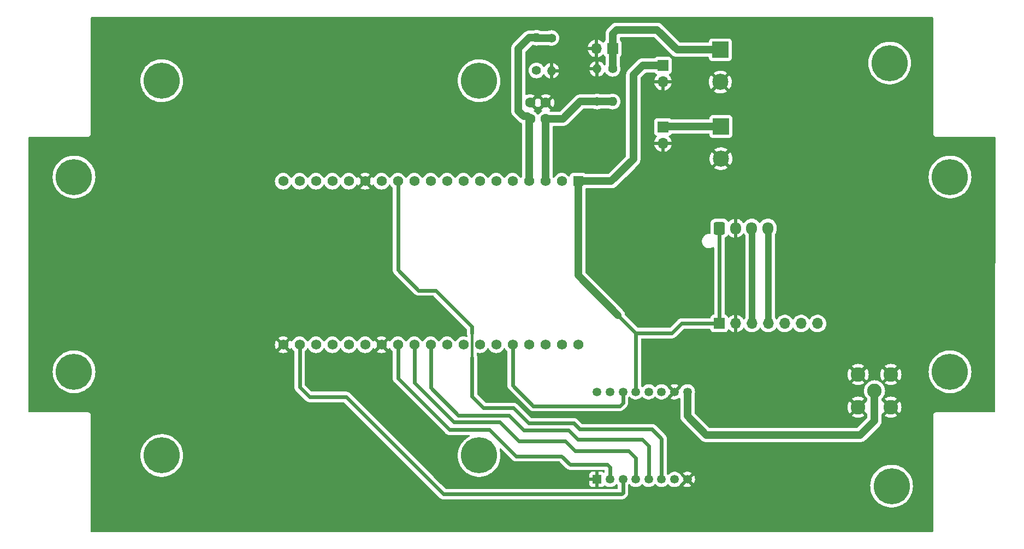
<source format=gbr>
%TF.GenerationSoftware,KiCad,Pcbnew,6.0.2+dfsg-1*%
%TF.CreationDate,2023-05-08T14:40:52+02:00*%
%TF.ProjectId,sensor,73656e73-6f72-42e6-9b69-6361645f7063,rev?*%
%TF.SameCoordinates,Original*%
%TF.FileFunction,Copper,L2,Bot*%
%TF.FilePolarity,Positive*%
%FSLAX46Y46*%
G04 Gerber Fmt 4.6, Leading zero omitted, Abs format (unit mm)*
G04 Created by KiCad (PCBNEW 6.0.2+dfsg-1) date 2023-05-08 14:40:52*
%MOMM*%
%LPD*%
G01*
G04 APERTURE LIST*
G04 Aperture macros list*
%AMRoundRect*
0 Rectangle with rounded corners*
0 $1 Rounding radius*
0 $2 $3 $4 $5 $6 $7 $8 $9 X,Y pos of 4 corners*
0 Add a 4 corners polygon primitive as box body*
4,1,4,$2,$3,$4,$5,$6,$7,$8,$9,$2,$3,0*
0 Add four circle primitives for the rounded corners*
1,1,$1+$1,$2,$3*
1,1,$1+$1,$4,$5*
1,1,$1+$1,$6,$7*
1,1,$1+$1,$8,$9*
0 Add four rect primitives between the rounded corners*
20,1,$1+$1,$2,$3,$4,$5,0*
20,1,$1+$1,$4,$5,$6,$7,0*
20,1,$1+$1,$6,$7,$8,$9,0*
20,1,$1+$1,$8,$9,$2,$3,0*%
G04 Aperture macros list end*
%TA.AperFunction,ComponentPad*%
%ADD10C,5.600000*%
%TD*%
%TA.AperFunction,ComponentPad*%
%ADD11RoundRect,0.250000X-0.600000X-0.725000X0.600000X-0.725000X0.600000X0.725000X-0.600000X0.725000X0*%
%TD*%
%TA.AperFunction,ComponentPad*%
%ADD12O,1.700000X1.950000*%
%TD*%
%TA.AperFunction,ComponentPad*%
%ADD13C,1.400000*%
%TD*%
%TA.AperFunction,ComponentPad*%
%ADD14O,1.400000X1.400000*%
%TD*%
%TA.AperFunction,ComponentPad*%
%ADD15R,2.500000X2.500000*%
%TD*%
%TA.AperFunction,ComponentPad*%
%ADD16C,2.500000*%
%TD*%
%TA.AperFunction,ComponentPad*%
%ADD17C,1.600000*%
%TD*%
%TA.AperFunction,ComponentPad*%
%ADD18R,1.700000X1.700000*%
%TD*%
%TA.AperFunction,ComponentPad*%
%ADD19O,1.700000X1.700000*%
%TD*%
%TA.AperFunction,ComponentPad*%
%ADD20R,1.560000X1.560000*%
%TD*%
%TA.AperFunction,ComponentPad*%
%ADD21C,1.560000*%
%TD*%
%TA.AperFunction,ComponentPad*%
%ADD22R,1.350000X1.350000*%
%TD*%
%TA.AperFunction,ComponentPad*%
%ADD23C,1.350000*%
%TD*%
%TA.AperFunction,ComponentPad*%
%ADD24C,2.250000*%
%TD*%
%TA.AperFunction,Conductor*%
%ADD25C,1.200000*%
%TD*%
%TA.AperFunction,Conductor*%
%ADD26C,0.600000*%
%TD*%
%TA.AperFunction,Conductor*%
%ADD27C,0.400000*%
%TD*%
%TA.AperFunction,Conductor*%
%ADD28C,1.000000*%
%TD*%
G04 APERTURE END LIST*
D10*
%TO.P,REF\u002A\u002A,1*%
%TO.N,N/C*%
X184950000Y-106050000D03*
%TD*%
D11*
%TO.P,I2C_Sensor_out,1,Pin_1*%
%TO.N,VCC*%
X158260000Y-66000000D03*
D12*
%TO.P,I2C_Sensor_out,2,Pin_2*%
%TO.N,GND*%
X160760000Y-66000000D03*
%TO.P,I2C_Sensor_out,3,Pin_3*%
%TO.N,SCL*%
X163260000Y-66000000D03*
%TO.P,I2C_Sensor_out,4,Pin_4*%
%TO.N,SDA*%
X165760000Y-66000000D03*
%TD*%
D13*
%TO.P,R2,1*%
%TO.N,V_PANEL*%
X132200000Y-36460000D03*
D14*
%TO.P,R2,2*%
%TO.N,GND*%
X132200000Y-41540000D03*
%TD*%
D15*
%TO.P,V_BAT_IN,1,Pin_1*%
%TO.N,Net-(J6-Pad1)*%
X158400000Y-38300000D03*
D16*
%TO.P,V_BAT_IN,2,Pin_2*%
%TO.N,GND*%
X158400000Y-43300000D03*
%TD*%
D10*
%TO.P,REF\u002A\u002A,1*%
%TO.N,N/C*%
X58200000Y-88300000D03*
%TD*%
D17*
%TO.P,C2,1*%
%TO.N,V_BAT*%
X131350000Y-49000000D03*
%TO.P,C2,2*%
%TO.N,GND*%
X131350000Y-46500000D03*
%TD*%
D15*
%TO.P,V_BAT_OUT,1,Pin_1*%
%TO.N,Net-(J4-Pad1)*%
X158500000Y-50200000D03*
D16*
%TO.P,V_BAT_OUT,2,Pin_2*%
%TO.N,GND*%
X158500000Y-55200000D03*
%TD*%
D18*
%TO.P,PS +3\u002C3V,1,Pin_1*%
%TO.N,VCC*%
X149500000Y-40725000D03*
D19*
%TO.P,PS +3\u002C3V,2,Pin_2*%
%TO.N,GND*%
X149500000Y-43265000D03*
%TD*%
D10*
%TO.P,REF\u002A\u002A,1*%
%TO.N,N/C*%
X194000000Y-88300000D03*
%TD*%
D18*
%TO.P,PANEL_OUT,1,Pin_1*%
%TO.N,Net-(J4-Pad1)*%
X149500000Y-50260000D03*
D19*
%TO.P,PANEL_OUT,2,Pin_2*%
%TO.N,GND*%
X149500000Y-52800000D03*
%TD*%
D13*
%TO.P,R4,1*%
%TO.N,V_BAT*%
X139300000Y-46340000D03*
D14*
%TO.P,R4,2*%
%TO.N,GND*%
X139300000Y-41260000D03*
%TD*%
D10*
%TO.P,REF\u002A\u002A,1*%
%TO.N,N/C*%
X58200000Y-58050000D03*
%TD*%
D13*
%TO.P,R3,1*%
%TO.N,Net-(J6-Pad1)*%
X141700000Y-41260000D03*
D14*
%TO.P,R3,2*%
%TO.N,V_BAT*%
X141700000Y-46340000D03*
%TD*%
D10*
%TO.P,REF\u002A\u002A,1*%
%TO.N,N/C*%
X71800000Y-101300000D03*
%TD*%
%TO.P,REF\u002A\u002A,1*%
%TO.N,N/C*%
X121000000Y-43100000D03*
%TD*%
D17*
%TO.P,C1,1*%
%TO.N,V_PANEL*%
X128900000Y-49000000D03*
%TO.P,C1,2*%
%TO.N,GND*%
X128900000Y-46500000D03*
%TD*%
D13*
%TO.P,R1,1*%
%TO.N,Net-(J4-Pad1)*%
X129900000Y-41500000D03*
D14*
%TO.P,R1,2*%
%TO.N,V_PANEL*%
X129900000Y-36420000D03*
%TD*%
D18*
%TO.P,BAT_OUT,1,Pin_1*%
%TO.N,Net-(J6-Pad1)*%
X141725000Y-38100000D03*
D19*
%TO.P,BAT_OUT,2,Pin_2*%
%TO.N,GND*%
X139185000Y-38100000D03*
%TD*%
D10*
%TO.P,REF\u002A\u002A,1*%
%TO.N,N/C*%
X71800000Y-43100000D03*
%TD*%
%TO.P,REF\u002A\u002A,1*%
%TO.N,N/C*%
X121000000Y-101300000D03*
%TD*%
D20*
%TO.P,U1,1,3V3*%
%TO.N,VCC*%
X136360000Y-58700000D03*
D21*
%TO.P,U1,2,CHIP_PU*%
%TO.N,unconnected-(U1-Pad2)*%
X133820000Y-58700000D03*
%TO.P,U1,3,SENSOR_VP/GPIO36/ADC1_CH0*%
%TO.N,V_BAT*%
X131280000Y-58700000D03*
%TO.P,U1,4,SENSOR_VN/GPIO39/ADC1_CH3*%
%TO.N,V_PANEL*%
X128740000Y-58700000D03*
%TO.P,U1,5,VDET_1/GPIO34/ADC1_CH6*%
%TO.N,unconnected-(U1-Pad5)*%
X126200000Y-58700000D03*
%TO.P,U1,6,VDET_2/GPIO35/ADC1_CH7*%
%TO.N,unconnected-(U1-Pad6)*%
X123660000Y-58700000D03*
%TO.P,U1,7,32K_XP/GPIO32/ADC1_CH4*%
%TO.N,unconnected-(U1-Pad7)*%
X121120000Y-58700000D03*
%TO.P,U1,8,32K_XN/GPIO33/ADC1_CH5*%
%TO.N,unconnected-(U1-Pad8)*%
X118580000Y-58700000D03*
%TO.P,U1,9,DAC_1/ADC2_CH8/GPIO25*%
%TO.N,unconnected-(U1-Pad9)*%
X116040000Y-58700000D03*
%TO.P,U1,10,DAC_2/ADC2_CH9/GPIO26*%
%TO.N,unconnected-(U1-Pad10)*%
X113500000Y-58700000D03*
%TO.P,U1,11,ADC2_CH7/GPIO27*%
%TO.N,unconnected-(U1-Pad11)*%
X110960000Y-58700000D03*
%TO.P,U1,12,MTMS/GPIO14/ADC2_CH6*%
%TO.N,Net-(U1-Pad12)*%
X108420000Y-58700000D03*
%TO.P,U1,13,\u002AMTDI/GPIO12/ADC2_CH5*%
%TO.N,unconnected-(U1-Pad13)*%
X105880000Y-58700000D03*
%TO.P,U1,14,GND*%
%TO.N,GND*%
X103340000Y-58700000D03*
%TO.P,U1,15,MTCK/GPIO13/ADC2_CH4*%
%TO.N,unconnected-(U1-Pad15)*%
X100800000Y-58700000D03*
%TO.P,U1,16,SD_DATA2/GPIO9*%
%TO.N,unconnected-(U1-Pad16)*%
X98260000Y-58700000D03*
%TO.P,U1,17,SD_DATA3/GPIO10*%
%TO.N,unconnected-(U1-Pad17)*%
X95720000Y-58700000D03*
%TO.P,U1,18,CMD*%
%TO.N,unconnected-(U1-Pad18)*%
X93180000Y-58700000D03*
%TO.P,U1,19,5V*%
%TO.N,unconnected-(U1-Pad19)*%
X90640000Y-58700000D03*
%TO.P,U1,20,SD_CLK/GPIO6*%
%TO.N,unconnected-(U1-Pad20)*%
X136360000Y-84100000D03*
%TO.P,U1,21,SD_DATA0/GPIO7*%
%TO.N,unconnected-(U1-Pad21)*%
X133820000Y-84100000D03*
%TO.P,U1,22,SD_DATA1/GPIO8*%
%TO.N,unconnected-(U1-Pad22)*%
X131280000Y-84100000D03*
%TO.P,U1,23,\u002AMTDO/GPIO15/ADC2_CH3*%
%TO.N,unconnected-(U1-Pad23)*%
X128740000Y-84100000D03*
%TO.P,U1,24,ADC2_CH2/\u002AGPIO2*%
%TO.N,DI0*%
X126200000Y-84100000D03*
%TO.P,U1,25,\u002AGPIO0/BOOT/ADC2_CH1*%
%TO.N,unconnected-(U1-Pad25)*%
X123660000Y-84100000D03*
%TO.P,U1,26,ADC2_CH0/GPIO4*%
%TO.N,unconnected-(U1-Pad26)*%
X121120000Y-84100000D03*
%TO.P,U1,27,GPIO16*%
%TO.N,unconnected-(U1-Pad27)*%
X118580000Y-84100000D03*
%TO.P,U1,28,GPIO17*%
%TO.N,unconnected-(U1-Pad28)*%
X116040000Y-84100000D03*
%TO.P,U1,29,\u002AGPIO5*%
%TO.N,NSS*%
X113500000Y-84100000D03*
%TO.P,U1,30,GPIO18*%
%TO.N,CLK*%
X110960000Y-84100000D03*
%TO.P,U1,31,GPIO19*%
%TO.N,MISO*%
X108420000Y-84100000D03*
%TO.P,U1,32,GND*%
%TO.N,GND*%
X105880000Y-84100000D03*
%TO.P,U1,33,GPIO21*%
%TO.N,SDA*%
X103340000Y-84100000D03*
%TO.P,U1,34,U0RXD/GPIO3*%
%TO.N,unconnected-(U1-Pad34)*%
X100800000Y-84100000D03*
%TO.P,U1,35,U0TXD/GPIO1*%
%TO.N,unconnected-(U1-Pad35)*%
X98260000Y-84100000D03*
%TO.P,U1,36,GPIO22*%
%TO.N,SCL*%
X95720000Y-84100000D03*
%TO.P,U1,37,GPIO23*%
%TO.N,MOSI*%
X93180000Y-84100000D03*
%TO.P,U1,38,GND*%
%TO.N,GND*%
X90640000Y-84100000D03*
%TD*%
D10*
%TO.P,REF\u002A\u002A,1*%
%TO.N,N/C*%
X194000000Y-58050000D03*
%TD*%
D22*
%TO.P,U2,1,GND*%
%TO.N,GND*%
X139292500Y-105007500D03*
D23*
%TO.P,U2,2,MISO*%
%TO.N,MISO*%
X141292500Y-105007500D03*
%TO.P,U2,3,MOSI*%
%TO.N,MOSI*%
X143292500Y-105007500D03*
%TO.P,U2,4,SCK*%
%TO.N,CLK*%
X145292500Y-105007500D03*
%TO.P,U2,5,NSS*%
%TO.N,NSS*%
X147292500Y-105007500D03*
%TO.P,U2,6,RESET*%
%TO.N,Net-(U1-Pad12)*%
X149292500Y-105007500D03*
%TO.P,U2,7,DIO5*%
%TO.N,unconnected-(U2-Pad7)*%
X151292500Y-105007500D03*
%TO.P,U2,8,GND*%
%TO.N,GND*%
X153292500Y-105007500D03*
%TO.P,U2,9,ANT*%
%TO.N,Net-(J1-Pad1)*%
X153292500Y-91407500D03*
%TO.P,U2,10,GND*%
%TO.N,GND*%
X151292500Y-91407500D03*
%TO.P,U2,11,DIO3*%
%TO.N,unconnected-(U2-Pad11)*%
X149292500Y-91407500D03*
%TO.P,U2,12,DIO4*%
%TO.N,unconnected-(U2-Pad12)*%
X147292500Y-91407500D03*
%TO.P,U2,13,3.3V*%
%TO.N,VCC*%
X145292500Y-91407500D03*
%TO.P,U2,14,DIO0*%
%TO.N,DI0*%
X143292500Y-91407500D03*
%TO.P,U2,15,DIO1*%
%TO.N,unconnected-(U2-Pad15)*%
X141292500Y-91407500D03*
%TO.P,U2,16,DIO2*%
%TO.N,unconnected-(U2-Pad16)*%
X139292500Y-91407500D03*
%TD*%
D24*
%TO.P,Antenna,1,In*%
%TO.N,Net-(J1-Pad1)*%
X182300000Y-91250000D03*
%TO.P,Antenna,2,Ext*%
%TO.N,GND*%
X184840000Y-93790000D03*
X179760000Y-88710000D03*
X184840000Y-88710000D03*
X179760000Y-93790000D03*
%TD*%
D18*
%TO.P,J3,1,Pin_1*%
%TO.N,VCC*%
X158240000Y-80800000D03*
D19*
%TO.P,J3,2,Pin_2*%
%TO.N,GND*%
X160780000Y-80800000D03*
%TO.P,J3,3,Pin_3*%
%TO.N,SCL*%
X163320000Y-80800000D03*
%TO.P,J3,4,Pin_4*%
%TO.N,SDA*%
X165860000Y-80800000D03*
%TO.P,J3,5,Pin_5*%
%TO.N,Net-(J3-Pad5)*%
X168400000Y-80800000D03*
%TO.P,J3,6,Pin_6*%
%TO.N,unconnected-(J3-Pad6)*%
X170940000Y-80800000D03*
%TO.P,J3,7,Pin_7*%
%TO.N,unconnected-(J3-Pad7)*%
X173480000Y-80800000D03*
%TD*%
D10*
%TO.P,REF\u002A\u002A,1*%
%TO.N,N/C*%
X184650000Y-40350000D03*
%TD*%
D25*
%TO.N,Net-(J1-Pad1)*%
X156200000Y-98100000D02*
X180100000Y-98100000D01*
X153292500Y-91407500D02*
X153292500Y-95192500D01*
X182300000Y-95900000D02*
X182300000Y-91250000D01*
X180100000Y-98100000D02*
X182300000Y-95900000D01*
X153292500Y-95192500D02*
X156200000Y-98100000D01*
%TO.N,V_PANEL*%
X128780000Y-36420000D02*
X127100000Y-38100000D01*
X127100000Y-47800000D02*
X127900000Y-48600000D01*
X129900000Y-36420000D02*
X128780000Y-36420000D01*
X128740000Y-58700000D02*
X128740000Y-49160000D01*
X128500000Y-48600000D02*
X128900000Y-49000000D01*
X127900000Y-48600000D02*
X128500000Y-48600000D01*
X128740000Y-49160000D02*
X128900000Y-49000000D01*
X129940000Y-36460000D02*
X129900000Y-36420000D01*
X132200000Y-36460000D02*
X129940000Y-36460000D01*
X127100000Y-38100000D02*
X127100000Y-47800000D01*
%TO.N,V_BAT*%
X134000000Y-49000000D02*
X131350000Y-49000000D01*
X139300000Y-46340000D02*
X141700000Y-46340000D01*
X139300000Y-46340000D02*
X136660000Y-46340000D01*
X131280000Y-58700000D02*
X131280000Y-49070000D01*
X136660000Y-46340000D02*
X134000000Y-49000000D01*
X131280000Y-49070000D02*
X131350000Y-49000000D01*
%TO.N,VCC*%
X144900000Y-55300000D02*
X141500000Y-58700000D01*
X149500000Y-40725000D02*
X146375000Y-40725000D01*
X144900000Y-42200000D02*
X144900000Y-55300000D01*
D26*
X145292500Y-82292500D02*
X142500000Y-79500000D01*
X158240000Y-80800000D02*
X158240000Y-66020000D01*
X145292500Y-91407500D02*
X145292500Y-82292500D01*
X150907500Y-82292500D02*
X152400000Y-80800000D01*
X152400000Y-80800000D02*
X158240000Y-80800000D01*
D25*
X141500000Y-58700000D02*
X136360000Y-58700000D01*
D26*
X158240000Y-66020000D02*
X158260000Y-66000000D01*
D25*
X146375000Y-40725000D02*
X144900000Y-42200000D01*
X136360000Y-58700000D02*
X136360000Y-73360000D01*
X136360000Y-73360000D02*
X142500000Y-79500000D01*
D26*
X145292500Y-82292500D02*
X150907500Y-82292500D01*
%TO.N,Net-(U1-Pad12)*%
X114260000Y-75660000D02*
X119900000Y-81300000D01*
D27*
X119900000Y-86100000D02*
X119900000Y-82300000D01*
D26*
X119900000Y-81300000D02*
X119900000Y-82300000D01*
X149292500Y-98692500D02*
X149292500Y-105007500D01*
X108420000Y-72480000D02*
X111600000Y-75660000D01*
X119900000Y-86100000D02*
X119900000Y-92100000D01*
X136600000Y-97200000D02*
X147800000Y-97200000D01*
X126300000Y-93900000D02*
X128700000Y-96300000D01*
X108420000Y-58700000D02*
X108420000Y-72480000D01*
X147800000Y-97200000D02*
X149292500Y-98692500D01*
X121700000Y-93900000D02*
X126300000Y-93900000D01*
X128700000Y-96300000D02*
X135700000Y-96300000D01*
X111600000Y-75660000D02*
X114260000Y-75660000D01*
X119900000Y-92100000D02*
X121700000Y-93900000D01*
X135700000Y-96300000D02*
X136600000Y-97200000D01*
%TO.N,DI0*%
X129400000Y-93600000D02*
X126200000Y-90400000D01*
X142800000Y-93600000D02*
X129400000Y-93600000D01*
X143292500Y-93107500D02*
X142800000Y-93600000D01*
X143292500Y-91407500D02*
X143292500Y-93107500D01*
X126200000Y-90400000D02*
X126200000Y-84100000D01*
%TO.N,NSS*%
X127900000Y-97400000D02*
X134900000Y-97400000D01*
X125600000Y-95100000D02*
X127900000Y-97400000D01*
X134900000Y-97400000D02*
X136300000Y-98800000D01*
X136300000Y-98800000D02*
X146300000Y-98800000D01*
X147292500Y-99792500D02*
X147292500Y-105007500D01*
X117800000Y-95100000D02*
X125600000Y-95100000D01*
X113500000Y-90800000D02*
X117800000Y-95100000D01*
X113500000Y-84100000D02*
X113500000Y-90800000D01*
X146300000Y-98800000D02*
X147292500Y-99792500D01*
%TO.N,CLK*%
X124200000Y-96100000D02*
X117100000Y-96100000D01*
X135900000Y-100600000D02*
X134400000Y-99100000D01*
X110960000Y-89960000D02*
X110960000Y-84100000D01*
X134400000Y-99100000D02*
X127200000Y-99100000D01*
X127200000Y-99100000D02*
X124200000Y-96100000D01*
X145292500Y-105007500D02*
X145292500Y-101692500D01*
X117100000Y-96100000D02*
X110960000Y-89960000D01*
X145292500Y-101692500D02*
X144200000Y-100600000D01*
X144200000Y-100600000D02*
X135900000Y-100600000D01*
%TO.N,MISO*%
X133800000Y-101400000D02*
X126700000Y-101400000D01*
X116400000Y-97300000D02*
X108420000Y-89320000D01*
X126700000Y-101400000D02*
X122600000Y-97300000D01*
X141292500Y-103092500D02*
X140900000Y-102700000D01*
X122600000Y-97300000D02*
X116400000Y-97300000D01*
X108420000Y-89320000D02*
X108420000Y-84100000D01*
X140900000Y-102700000D02*
X135100000Y-102700000D01*
X135100000Y-102700000D02*
X133800000Y-101400000D01*
X141292500Y-105007500D02*
X141292500Y-103092500D01*
D28*
%TO.N,SDA*%
X165860000Y-80800000D02*
X165860000Y-66100000D01*
X165860000Y-66100000D02*
X165760000Y-66000000D01*
%TO.N,SCL*%
X163320000Y-80800000D02*
X163320000Y-66060000D01*
X163320000Y-66060000D02*
X163260000Y-66000000D01*
D26*
%TO.N,MOSI*%
X143100000Y-107300000D02*
X143292500Y-107107500D01*
X100400000Y-92200000D02*
X115500000Y-107300000D01*
X143292500Y-107107500D02*
X143292500Y-105007500D01*
X94700000Y-92200000D02*
X100400000Y-92200000D01*
X115500000Y-107300000D02*
X143100000Y-107300000D01*
X93180000Y-90680000D02*
X94700000Y-92200000D01*
X93180000Y-84100000D02*
X93180000Y-90680000D01*
D25*
%TO.N,Net-(J4-Pad1)*%
X158500000Y-50200000D02*
X149560000Y-50200000D01*
X149560000Y-50200000D02*
X149500000Y-50260000D01*
%TO.N,Net-(J6-Pad1)*%
X141700000Y-38125000D02*
X141725000Y-38100000D01*
X142300000Y-35200000D02*
X141725000Y-35775000D01*
X141725000Y-35775000D02*
X141725000Y-38100000D01*
X158400000Y-38300000D02*
X151700000Y-38300000D01*
X141700000Y-41260000D02*
X141700000Y-38125000D01*
X148600000Y-35200000D02*
X142300000Y-35200000D01*
X151700000Y-38300000D02*
X148600000Y-35200000D01*
%TD*%
%TA.AperFunction,Conductor*%
%TO.N,GND*%
G36*
X191334121Y-33228002D02*
G01*
X191380614Y-33281658D01*
X191392000Y-33334000D01*
X191392000Y-51291298D01*
X191391998Y-51292068D01*
X191391524Y-51369652D01*
X191393990Y-51378281D01*
X191393991Y-51378286D01*
X191399639Y-51398048D01*
X191403217Y-51414809D01*
X191406130Y-51435152D01*
X191406133Y-51435162D01*
X191407405Y-51444045D01*
X191418021Y-51467395D01*
X191424464Y-51484907D01*
X191431512Y-51509565D01*
X191447274Y-51534548D01*
X191455404Y-51549614D01*
X191467633Y-51576510D01*
X191484374Y-51595939D01*
X191495479Y-51610947D01*
X191509160Y-51632631D01*
X191515888Y-51638573D01*
X191531296Y-51652181D01*
X191543340Y-51664373D01*
X191562619Y-51686747D01*
X191570147Y-51691626D01*
X191570150Y-51691629D01*
X191584139Y-51700696D01*
X191599013Y-51711986D01*
X191618228Y-51728956D01*
X191626354Y-51732771D01*
X191626355Y-51732772D01*
X191632021Y-51735432D01*
X191644966Y-51741510D01*
X191659935Y-51749824D01*
X191684727Y-51765893D01*
X191701650Y-51770954D01*
X191709290Y-51773239D01*
X191726736Y-51779901D01*
X191749948Y-51790799D01*
X191779130Y-51795343D01*
X191795849Y-51799126D01*
X191815536Y-51805014D01*
X191815539Y-51805015D01*
X191824141Y-51807587D01*
X191833116Y-51807642D01*
X191833117Y-51807642D01*
X191839810Y-51807683D01*
X191858556Y-51807797D01*
X191859328Y-51807830D01*
X191860423Y-51808000D01*
X191891298Y-51808000D01*
X191892068Y-51808002D01*
X191965716Y-51808452D01*
X191965717Y-51808452D01*
X191969652Y-51808476D01*
X191970996Y-51808092D01*
X191972341Y-51808000D01*
X200964551Y-51808000D01*
X201032672Y-51828002D01*
X201079165Y-51881658D01*
X201090551Y-51934286D01*
X201000461Y-91393362D01*
X200993445Y-94466288D01*
X200973287Y-94534363D01*
X200919525Y-94580733D01*
X200867445Y-94592000D01*
X191908702Y-94592000D01*
X191907932Y-94591998D01*
X191907078Y-94591993D01*
X191830348Y-94591524D01*
X191821719Y-94593990D01*
X191821714Y-94593991D01*
X191801952Y-94599639D01*
X191785191Y-94603217D01*
X191764848Y-94606130D01*
X191764838Y-94606133D01*
X191755955Y-94607405D01*
X191732605Y-94618021D01*
X191715093Y-94624464D01*
X191707057Y-94626761D01*
X191690435Y-94631512D01*
X191665452Y-94647274D01*
X191650386Y-94655404D01*
X191623490Y-94667633D01*
X191604061Y-94684374D01*
X191589053Y-94695479D01*
X191567369Y-94709160D01*
X191561427Y-94715888D01*
X191547819Y-94731296D01*
X191535627Y-94743340D01*
X191531845Y-94746598D01*
X191521137Y-94755826D01*
X191513253Y-94762619D01*
X191508374Y-94770147D01*
X191508371Y-94770150D01*
X191499304Y-94784139D01*
X191488014Y-94799013D01*
X191471044Y-94818228D01*
X191458490Y-94844966D01*
X191450176Y-94859935D01*
X191434107Y-94884727D01*
X191431535Y-94893327D01*
X191426761Y-94909290D01*
X191420099Y-94926736D01*
X191409201Y-94949948D01*
X191404658Y-94979128D01*
X191400874Y-94995849D01*
X191394986Y-95015536D01*
X191394985Y-95015539D01*
X191392413Y-95024141D01*
X191392358Y-95033116D01*
X191392358Y-95033117D01*
X191392203Y-95058546D01*
X191392170Y-95059328D01*
X191392000Y-95060423D01*
X191392000Y-95091298D01*
X191391998Y-95092068D01*
X191391524Y-95169652D01*
X191391908Y-95170996D01*
X191392000Y-95172341D01*
X191392000Y-113066000D01*
X191371998Y-113134121D01*
X191318342Y-113180614D01*
X191266000Y-113192000D01*
X60934000Y-113192000D01*
X60865879Y-113171998D01*
X60819386Y-113118342D01*
X60808000Y-113066000D01*
X60808000Y-101288434D01*
X68486661Y-101288434D01*
X68504792Y-101646340D01*
X68505329Y-101649695D01*
X68505330Y-101649701D01*
X68538149Y-101854595D01*
X68561470Y-102000195D01*
X68656033Y-102345859D01*
X68787374Y-102679288D01*
X68816608Y-102734970D01*
X68941888Y-102973593D01*
X68953957Y-102996582D01*
X68955858Y-102999411D01*
X68955864Y-102999421D01*
X69039900Y-103124478D01*
X69153834Y-103294029D01*
X69384665Y-103568150D01*
X69643751Y-103815738D01*
X69928061Y-104033897D01*
X69984912Y-104068463D01*
X70231355Y-104218303D01*
X70231360Y-104218306D01*
X70234270Y-104220075D01*
X70237358Y-104221521D01*
X70237357Y-104221521D01*
X70555710Y-104370649D01*
X70555720Y-104370653D01*
X70558794Y-104372093D01*
X70562012Y-104373195D01*
X70562015Y-104373196D01*
X70894615Y-104487071D01*
X70894623Y-104487073D01*
X70897838Y-104488174D01*
X71247435Y-104566959D01*
X71299728Y-104572917D01*
X71600114Y-104607142D01*
X71600122Y-104607142D01*
X71603497Y-104607527D01*
X71606901Y-104607545D01*
X71606904Y-104607545D01*
X71801227Y-104608562D01*
X71961857Y-104609403D01*
X71965243Y-104609053D01*
X71965245Y-104609053D01*
X72314932Y-104572917D01*
X72314941Y-104572916D01*
X72318324Y-104572566D01*
X72321657Y-104571852D01*
X72321660Y-104571851D01*
X72494186Y-104534864D01*
X72668727Y-104497446D01*
X73008968Y-104384922D01*
X73335066Y-104236311D01*
X73573994Y-104094446D01*
X73640262Y-104055099D01*
X73640267Y-104055096D01*
X73643207Y-104053350D01*
X73648242Y-104049570D01*
X73770818Y-103957537D01*
X73929786Y-103838180D01*
X74191451Y-103593319D01*
X74425140Y-103321630D01*
X74531750Y-103166512D01*
X74626190Y-103029101D01*
X74626195Y-103029094D01*
X74628120Y-103026292D01*
X74629732Y-103023298D01*
X74629737Y-103023290D01*
X74796395Y-102713772D01*
X74798017Y-102710760D01*
X74932842Y-102378724D01*
X74943142Y-102342568D01*
X74981862Y-102206640D01*
X75031020Y-102034070D01*
X75031629Y-102030507D01*
X75090829Y-101684175D01*
X75090829Y-101684173D01*
X75091401Y-101680828D01*
X75093511Y-101646340D01*
X75113168Y-101324928D01*
X75113278Y-101323131D01*
X75113322Y-101310601D01*
X75113353Y-101301819D01*
X75113353Y-101301806D01*
X75113359Y-101300000D01*
X75093979Y-100942159D01*
X75036066Y-100588505D01*
X74940297Y-100243173D01*
X74937243Y-100235497D01*
X74809052Y-99913369D01*
X74807793Y-99910205D01*
X74726912Y-99757447D01*
X74641702Y-99596513D01*
X74641698Y-99596506D01*
X74640103Y-99593494D01*
X74439190Y-99296746D01*
X74405509Y-99257030D01*
X74327838Y-99165444D01*
X74207403Y-99023432D01*
X73947454Y-98776750D01*
X73738180Y-98617326D01*
X73665091Y-98561647D01*
X73665089Y-98561646D01*
X73662384Y-98559585D01*
X73659472Y-98557828D01*
X73659467Y-98557825D01*
X73358443Y-98376236D01*
X73358437Y-98376233D01*
X73355528Y-98374478D01*
X73054709Y-98234842D01*
X73033571Y-98225030D01*
X73033569Y-98225029D01*
X73030475Y-98223593D01*
X72842576Y-98159993D01*
X72694255Y-98109789D01*
X72694250Y-98109788D01*
X72691028Y-98108697D01*
X72464236Y-98058418D01*
X72344493Y-98031871D01*
X72344487Y-98031870D01*
X72341158Y-98031132D01*
X72337769Y-98030758D01*
X72337764Y-98030757D01*
X71988338Y-97992180D01*
X71988333Y-97992180D01*
X71984957Y-97991807D01*
X71981558Y-97991801D01*
X71981557Y-97991801D01*
X71812080Y-97991505D01*
X71626592Y-97991182D01*
X71513413Y-98003277D01*
X71273639Y-98028901D01*
X71273631Y-98028902D01*
X71270256Y-98029263D01*
X70920117Y-98105606D01*
X70580271Y-98219317D01*
X70577178Y-98220739D01*
X70577177Y-98220740D01*
X70546517Y-98234842D01*
X70254694Y-98369066D01*
X70251760Y-98370822D01*
X70251758Y-98370823D01*
X70015459Y-98512245D01*
X69947193Y-98553101D01*
X69944467Y-98555163D01*
X69944465Y-98555164D01*
X69750692Y-98701714D01*
X69661367Y-98769270D01*
X69658882Y-98771612D01*
X69658877Y-98771616D01*
X69572654Y-98852869D01*
X69400559Y-99015043D01*
X69398347Y-99017633D01*
X69398345Y-99017635D01*
X69395397Y-99021087D01*
X69167819Y-99287546D01*
X69165900Y-99290358D01*
X69165897Y-99290363D01*
X69091798Y-99398988D01*
X68965871Y-99583591D01*
X68797077Y-99899714D01*
X68663411Y-100232218D01*
X68662491Y-100235492D01*
X68662489Y-100235497D01*
X68572795Y-100554595D01*
X68566437Y-100577213D01*
X68565875Y-100580570D01*
X68565875Y-100580571D01*
X68538190Y-100746014D01*
X68507290Y-100930663D01*
X68486661Y-101288434D01*
X60808000Y-101288434D01*
X60808000Y-95108702D01*
X60808002Y-95107932D01*
X60808421Y-95039322D01*
X60808476Y-95030348D01*
X60806010Y-95021719D01*
X60806009Y-95021714D01*
X60800361Y-95001952D01*
X60796783Y-94985191D01*
X60793870Y-94964848D01*
X60793867Y-94964838D01*
X60792595Y-94955955D01*
X60781979Y-94932605D01*
X60775536Y-94915093D01*
X60770954Y-94899063D01*
X60768488Y-94890435D01*
X60752726Y-94865452D01*
X60744596Y-94850386D01*
X60732367Y-94823490D01*
X60715626Y-94804061D01*
X60704521Y-94789053D01*
X60695630Y-94774961D01*
X60690840Y-94767369D01*
X60668703Y-94747818D01*
X60656659Y-94735626D01*
X60643239Y-94720051D01*
X60643237Y-94720050D01*
X60637381Y-94713253D01*
X60629853Y-94708374D01*
X60629850Y-94708371D01*
X60615861Y-94699304D01*
X60600987Y-94688014D01*
X60588502Y-94676988D01*
X60581772Y-94671044D01*
X60573646Y-94667229D01*
X60573645Y-94667228D01*
X60567979Y-94664568D01*
X60555034Y-94658490D01*
X60540065Y-94650176D01*
X60515273Y-94634107D01*
X60490709Y-94626761D01*
X60473264Y-94620099D01*
X60468827Y-94618016D01*
X60450052Y-94609201D01*
X60420870Y-94604657D01*
X60404151Y-94600874D01*
X60384464Y-94594986D01*
X60384461Y-94594985D01*
X60375859Y-94592413D01*
X60366884Y-94592358D01*
X60366883Y-94592358D01*
X60360190Y-94592317D01*
X60341444Y-94592203D01*
X60340672Y-94592170D01*
X60339577Y-94592000D01*
X60308702Y-94592000D01*
X60307932Y-94591998D01*
X60234284Y-94591548D01*
X60234283Y-94591548D01*
X60230348Y-94591524D01*
X60229004Y-94591908D01*
X60227659Y-94592000D01*
X51234000Y-94592000D01*
X51165879Y-94571998D01*
X51119386Y-94518342D01*
X51108000Y-94466000D01*
X51108000Y-88288434D01*
X54886661Y-88288434D01*
X54904792Y-88646340D01*
X54905329Y-88649695D01*
X54905330Y-88649701D01*
X54915778Y-88714930D01*
X54961470Y-89000195D01*
X55056033Y-89345859D01*
X55094922Y-89444585D01*
X55184519Y-89672039D01*
X55187374Y-89679288D01*
X55207978Y-89718532D01*
X55332569Y-89955843D01*
X55353957Y-89996582D01*
X55355858Y-89999411D01*
X55355864Y-89999421D01*
X55508029Y-90225864D01*
X55553834Y-90294029D01*
X55784665Y-90568150D01*
X56043751Y-90815738D01*
X56328061Y-91033897D01*
X56360056Y-91053350D01*
X56631355Y-91218303D01*
X56631360Y-91218306D01*
X56634270Y-91220075D01*
X56637358Y-91221521D01*
X56637357Y-91221521D01*
X56955710Y-91370649D01*
X56955720Y-91370653D01*
X56958794Y-91372093D01*
X56962012Y-91373195D01*
X56962015Y-91373196D01*
X57294615Y-91487071D01*
X57294623Y-91487073D01*
X57297838Y-91488174D01*
X57647435Y-91566959D01*
X57699728Y-91572917D01*
X58000114Y-91607142D01*
X58000122Y-91607142D01*
X58003497Y-91607527D01*
X58006901Y-91607545D01*
X58006904Y-91607545D01*
X58201227Y-91608562D01*
X58361857Y-91609403D01*
X58365243Y-91609053D01*
X58365245Y-91609053D01*
X58714932Y-91572917D01*
X58714941Y-91572916D01*
X58718324Y-91572566D01*
X58721657Y-91571852D01*
X58721660Y-91571851D01*
X59003059Y-91511524D01*
X59068727Y-91497446D01*
X59408968Y-91384922D01*
X59735066Y-91236311D01*
X59882768Y-91148612D01*
X60040262Y-91055099D01*
X60040267Y-91055096D01*
X60043207Y-91053350D01*
X60056870Y-91043092D01*
X60194827Y-90939510D01*
X60329786Y-90838180D01*
X60591451Y-90593319D01*
X60825140Y-90321630D01*
X60931750Y-90166512D01*
X61026190Y-90029101D01*
X61026195Y-90029094D01*
X61028120Y-90026292D01*
X61029732Y-90023298D01*
X61029737Y-90023290D01*
X61196395Y-89713772D01*
X61198017Y-89710760D01*
X61306099Y-89444585D01*
X61331562Y-89381877D01*
X61331564Y-89381872D01*
X61332842Y-89378724D01*
X61343142Y-89342568D01*
X61377840Y-89220758D01*
X61431020Y-89034070D01*
X61491401Y-88680828D01*
X61493511Y-88646340D01*
X61513168Y-88324928D01*
X61513278Y-88323131D01*
X61513359Y-88300000D01*
X61493979Y-87942159D01*
X61436066Y-87588505D01*
X61340297Y-87243173D01*
X61337243Y-87235497D01*
X61209052Y-86913369D01*
X61207793Y-86910205D01*
X61177768Y-86853498D01*
X61041702Y-86596513D01*
X61041698Y-86596506D01*
X61040103Y-86593494D01*
X60839190Y-86296746D01*
X60607403Y-86023432D01*
X60347454Y-85776750D01*
X60062384Y-85559585D01*
X60059472Y-85557828D01*
X60059467Y-85557825D01*
X59758443Y-85376236D01*
X59758437Y-85376233D01*
X59755528Y-85374478D01*
X59430475Y-85223593D01*
X59277169Y-85171702D01*
X89932853Y-85171702D01*
X89942149Y-85183717D01*
X89989032Y-85216545D01*
X89998527Y-85222028D01*
X90192810Y-85312622D01*
X90203106Y-85316370D01*
X90410177Y-85371855D01*
X90420964Y-85373757D01*
X90634525Y-85392441D01*
X90645475Y-85392441D01*
X90859036Y-85373757D01*
X90869823Y-85371855D01*
X91076894Y-85316370D01*
X91087190Y-85312622D01*
X91281473Y-85222028D01*
X91290968Y-85216545D01*
X91338689Y-85183130D01*
X91347064Y-85172653D01*
X91339996Y-85159206D01*
X90652812Y-84472022D01*
X90638868Y-84464408D01*
X90637035Y-84464539D01*
X90630420Y-84468790D01*
X89939283Y-85159927D01*
X89932853Y-85171702D01*
X59277169Y-85171702D01*
X59240251Y-85159206D01*
X59094255Y-85109789D01*
X59094250Y-85109788D01*
X59091028Y-85108697D01*
X58892681Y-85064724D01*
X58744493Y-85031871D01*
X58744487Y-85031870D01*
X58741158Y-85031132D01*
X58737769Y-85030758D01*
X58737764Y-85030757D01*
X58388338Y-84992180D01*
X58388333Y-84992180D01*
X58384957Y-84991807D01*
X58381558Y-84991801D01*
X58381557Y-84991801D01*
X58212080Y-84991505D01*
X58026592Y-84991182D01*
X57913413Y-85003277D01*
X57673639Y-85028901D01*
X57673631Y-85028902D01*
X57670256Y-85029263D01*
X57320117Y-85105606D01*
X56980271Y-85219317D01*
X56977178Y-85220739D01*
X56977177Y-85220740D01*
X56970974Y-85223593D01*
X56654694Y-85369066D01*
X56347193Y-85553101D01*
X56344467Y-85555163D01*
X56344465Y-85555164D01*
X56088899Y-85748448D01*
X56061367Y-85769270D01*
X55800559Y-86015043D01*
X55798347Y-86017633D01*
X55798345Y-86017635D01*
X55771754Y-86048769D01*
X55567819Y-86287546D01*
X55565900Y-86290358D01*
X55565897Y-86290363D01*
X55472624Y-86427097D01*
X55365871Y-86583591D01*
X55197077Y-86899714D01*
X55063411Y-87232218D01*
X55062491Y-87235492D01*
X55062489Y-87235497D01*
X55022057Y-87379340D01*
X54966437Y-87577213D01*
X54965875Y-87580570D01*
X54965875Y-87580571D01*
X54936138Y-87758276D01*
X54907290Y-87930663D01*
X54886661Y-88288434D01*
X51108000Y-88288434D01*
X51108000Y-84105475D01*
X89347559Y-84105475D01*
X89366243Y-84319036D01*
X89368145Y-84329823D01*
X89423630Y-84536894D01*
X89427378Y-84547190D01*
X89517972Y-84741473D01*
X89523455Y-84750968D01*
X89556870Y-84798689D01*
X89567347Y-84807064D01*
X89580794Y-84799996D01*
X90267978Y-84112812D01*
X90274356Y-84101132D01*
X91004408Y-84101132D01*
X91004539Y-84102965D01*
X91008790Y-84109580D01*
X91699927Y-84800717D01*
X91711702Y-84807147D01*
X91723717Y-84797851D01*
X91756545Y-84750968D01*
X91762030Y-84741469D01*
X91795529Y-84669628D01*
X91842445Y-84616343D01*
X91910722Y-84596881D01*
X91978683Y-84617422D01*
X92023919Y-84669627D01*
X92057420Y-84741469D01*
X92059864Y-84746711D01*
X92189181Y-84931396D01*
X92334595Y-85076810D01*
X92368621Y-85139122D01*
X92371500Y-85165905D01*
X92371500Y-90670786D01*
X92371493Y-90672106D01*
X92370549Y-90762221D01*
X92379711Y-90804597D01*
X92381769Y-90817163D01*
X92386603Y-90860255D01*
X92388919Y-90866906D01*
X92388920Y-90866910D01*
X92397633Y-90891930D01*
X92401796Y-90906742D01*
X92408881Y-90939510D01*
X92427208Y-90978813D01*
X92431990Y-90990589D01*
X92446255Y-91031552D01*
X92449989Y-91037527D01*
X92449990Y-91037530D01*
X92464027Y-91059995D01*
X92471366Y-91073512D01*
X92482559Y-91097514D01*
X92485538Y-91103902D01*
X92489855Y-91109467D01*
X92489856Y-91109469D01*
X92512106Y-91138153D01*
X92519402Y-91148612D01*
X92526757Y-91160382D01*
X92542374Y-91185376D01*
X92547334Y-91190371D01*
X92547335Y-91190372D01*
X92570976Y-91214179D01*
X92571561Y-91214804D01*
X92572078Y-91215470D01*
X92598066Y-91241458D01*
X92670185Y-91314082D01*
X92671222Y-91314740D01*
X92672451Y-91315843D01*
X94121672Y-92765063D01*
X94122601Y-92766000D01*
X94169161Y-92813545D01*
X94185771Y-92830507D01*
X94191690Y-92834322D01*
X94191698Y-92834328D01*
X94222214Y-92853994D01*
X94232559Y-92861427D01*
X94266443Y-92888476D01*
X94272782Y-92891540D01*
X94272783Y-92891541D01*
X94296637Y-92903072D01*
X94310054Y-92910601D01*
X94338238Y-92928765D01*
X94344855Y-92931173D01*
X94344860Y-92931176D01*
X94378973Y-92943592D01*
X94390716Y-92948553D01*
X94423400Y-92964353D01*
X94423409Y-92964356D01*
X94429749Y-92967421D01*
X94436614Y-92969006D01*
X94462428Y-92974966D01*
X94477168Y-92979332D01*
X94508685Y-92990803D01*
X94515670Y-92991685D01*
X94515677Y-92991687D01*
X94551692Y-92996237D01*
X94564243Y-92998472D01*
X94606485Y-93008225D01*
X94613529Y-93008250D01*
X94613533Y-93008250D01*
X94647074Y-93008367D01*
X94647943Y-93008396D01*
X94648769Y-93008500D01*
X94685133Y-93008500D01*
X94685573Y-93008501D01*
X94784336Y-93008846D01*
X94784342Y-93008846D01*
X94787870Y-93008858D01*
X94789073Y-93008589D01*
X94790717Y-93008500D01*
X100012918Y-93008500D01*
X100081039Y-93028502D01*
X100102013Y-93045405D01*
X114921766Y-107865158D01*
X114922694Y-107866095D01*
X114962021Y-107906254D01*
X114985771Y-107930507D01*
X115022221Y-107953998D01*
X115032546Y-107961417D01*
X115066443Y-107988476D01*
X115072784Y-107991541D01*
X115072785Y-107991542D01*
X115096637Y-108003072D01*
X115110054Y-108010601D01*
X115138238Y-108028765D01*
X115144855Y-108031173D01*
X115144860Y-108031176D01*
X115178973Y-108043592D01*
X115190716Y-108048553D01*
X115223400Y-108064353D01*
X115223409Y-108064356D01*
X115229749Y-108067421D01*
X115236614Y-108069006D01*
X115262428Y-108074966D01*
X115277168Y-108079332D01*
X115308685Y-108090803D01*
X115315670Y-108091685D01*
X115315677Y-108091687D01*
X115351692Y-108096237D01*
X115364243Y-108098472D01*
X115406485Y-108108225D01*
X115413529Y-108108250D01*
X115413533Y-108108250D01*
X115447072Y-108108367D01*
X115447942Y-108108396D01*
X115448769Y-108108500D01*
X115485258Y-108108500D01*
X115485697Y-108108501D01*
X115584343Y-108108845D01*
X115584348Y-108108845D01*
X115587870Y-108108857D01*
X115589070Y-108108589D01*
X115590708Y-108108500D01*
X143090786Y-108108500D01*
X143092106Y-108108507D01*
X143182221Y-108109451D01*
X143224597Y-108100289D01*
X143237163Y-108098231D01*
X143280255Y-108093397D01*
X143286906Y-108091081D01*
X143286910Y-108091080D01*
X143311930Y-108082367D01*
X143326742Y-108078204D01*
X143352619Y-108072609D01*
X143359510Y-108071119D01*
X143398813Y-108052792D01*
X143410589Y-108048010D01*
X143451552Y-108033745D01*
X143457527Y-108030011D01*
X143457530Y-108030010D01*
X143479995Y-108015973D01*
X143493512Y-108008634D01*
X143517514Y-107997441D01*
X143517515Y-107997440D01*
X143523902Y-107994462D01*
X143558153Y-107967894D01*
X143568612Y-107960598D01*
X143599404Y-107941358D01*
X143599407Y-107941356D01*
X143605376Y-107937626D01*
X143634179Y-107909024D01*
X143634804Y-107908439D01*
X143635470Y-107907922D01*
X143661460Y-107881932D01*
X143734082Y-107809815D01*
X143734740Y-107808778D01*
X143735843Y-107807549D01*
X143857658Y-107685734D01*
X143858595Y-107684806D01*
X143917975Y-107626657D01*
X143917976Y-107626656D01*
X143923007Y-107621729D01*
X143946498Y-107585279D01*
X143953917Y-107574954D01*
X143980976Y-107541057D01*
X143995573Y-107510862D01*
X144003102Y-107497445D01*
X144017448Y-107475184D01*
X144021265Y-107469262D01*
X144023673Y-107462645D01*
X144023676Y-107462640D01*
X144036092Y-107428527D01*
X144041053Y-107416784D01*
X144056854Y-107384097D01*
X144056856Y-107384092D01*
X144059921Y-107377751D01*
X144067465Y-107345072D01*
X144071832Y-107330331D01*
X144083303Y-107298815D01*
X144084186Y-107291825D01*
X144084188Y-107291817D01*
X144088738Y-107255799D01*
X144090974Y-107243247D01*
X144099138Y-107207886D01*
X144099138Y-107207883D01*
X144100724Y-107201015D01*
X144100866Y-107160444D01*
X144100895Y-107159562D01*
X144101000Y-107158731D01*
X144101000Y-107121928D01*
X144101091Y-107095859D01*
X144101345Y-107023157D01*
X144101345Y-107023152D01*
X144101357Y-107019630D01*
X144101089Y-107018430D01*
X144101000Y-107016793D01*
X144101000Y-105931335D01*
X144121002Y-105863214D01*
X144133162Y-105848126D01*
X144132946Y-105847946D01*
X144192752Y-105776037D01*
X144251689Y-105736453D01*
X144322671Y-105735017D01*
X144385413Y-105774758D01*
X144388704Y-105779414D01*
X144392847Y-105783450D01*
X144392848Y-105783451D01*
X144459054Y-105847946D01*
X144544509Y-105931192D01*
X144725363Y-106052036D01*
X144730671Y-106054317D01*
X144730672Y-106054317D01*
X144919909Y-106135619D01*
X144919912Y-106135620D01*
X144925212Y-106137897D01*
X144930842Y-106139171D01*
X145129525Y-106184129D01*
X145137360Y-106185902D01*
X145143131Y-106186129D01*
X145143133Y-106186129D01*
X145211836Y-106188828D01*
X145354705Y-106194441D01*
X145569966Y-106163230D01*
X145575430Y-106161375D01*
X145575435Y-106161374D01*
X145770463Y-106095171D01*
X145770468Y-106095169D01*
X145775935Y-106093313D01*
X145781796Y-106090031D01*
X145856156Y-106048387D01*
X145965713Y-105987032D01*
X146132946Y-105847946D01*
X146192752Y-105776037D01*
X146251689Y-105736453D01*
X146322671Y-105735017D01*
X146385413Y-105774758D01*
X146388704Y-105779414D01*
X146392847Y-105783450D01*
X146392848Y-105783451D01*
X146459054Y-105847946D01*
X146544509Y-105931192D01*
X146725363Y-106052036D01*
X146730671Y-106054317D01*
X146730672Y-106054317D01*
X146919909Y-106135619D01*
X146919912Y-106135620D01*
X146925212Y-106137897D01*
X146930842Y-106139171D01*
X147129525Y-106184129D01*
X147137360Y-106185902D01*
X147143131Y-106186129D01*
X147143133Y-106186129D01*
X147211836Y-106188828D01*
X147354705Y-106194441D01*
X147569966Y-106163230D01*
X147575430Y-106161375D01*
X147575435Y-106161374D01*
X147770463Y-106095171D01*
X147770468Y-106095169D01*
X147775935Y-106093313D01*
X147781796Y-106090031D01*
X147856156Y-106048387D01*
X147965713Y-105987032D01*
X148132946Y-105847946D01*
X148192752Y-105776037D01*
X148251689Y-105736453D01*
X148322671Y-105735017D01*
X148385413Y-105774758D01*
X148388704Y-105779414D01*
X148392847Y-105783450D01*
X148392848Y-105783451D01*
X148459054Y-105847946D01*
X148544509Y-105931192D01*
X148725363Y-106052036D01*
X148730671Y-106054317D01*
X148730672Y-106054317D01*
X148919909Y-106135619D01*
X148919912Y-106135620D01*
X148925212Y-106137897D01*
X148930842Y-106139171D01*
X149129525Y-106184129D01*
X149137360Y-106185902D01*
X149143131Y-106186129D01*
X149143133Y-106186129D01*
X149211836Y-106188828D01*
X149354705Y-106194441D01*
X149569966Y-106163230D01*
X149575430Y-106161375D01*
X149575435Y-106161374D01*
X149770463Y-106095171D01*
X149770468Y-106095169D01*
X149775935Y-106093313D01*
X149781796Y-106090031D01*
X149856156Y-106048387D01*
X149965713Y-105987032D01*
X150132946Y-105847946D01*
X150192752Y-105776037D01*
X150251689Y-105736453D01*
X150322671Y-105735017D01*
X150385413Y-105774758D01*
X150388704Y-105779414D01*
X150392847Y-105783450D01*
X150392848Y-105783451D01*
X150459054Y-105847946D01*
X150544509Y-105931192D01*
X150725363Y-106052036D01*
X150730671Y-106054317D01*
X150730672Y-106054317D01*
X150919909Y-106135619D01*
X150919912Y-106135620D01*
X150925212Y-106137897D01*
X150930842Y-106139171D01*
X151129525Y-106184129D01*
X151137360Y-106185902D01*
X151143131Y-106186129D01*
X151143133Y-106186129D01*
X151211836Y-106188828D01*
X151354705Y-106194441D01*
X151569966Y-106163230D01*
X151575430Y-106161375D01*
X151575435Y-106161374D01*
X151770463Y-106095171D01*
X151770468Y-106095169D01*
X151775935Y-106093313D01*
X151781796Y-106090031D01*
X151856156Y-106048387D01*
X151937434Y-106002869D01*
X152661491Y-106002869D01*
X152671372Y-106015357D01*
X152720804Y-106048387D01*
X152730907Y-106053873D01*
X152920060Y-106135140D01*
X152931003Y-106138695D01*
X153131789Y-106184129D01*
X153143199Y-106185631D01*
X153348911Y-106193713D01*
X153360393Y-106193111D01*
X153564127Y-106163572D01*
X153575323Y-106160884D01*
X153770263Y-106094710D01*
X153780772Y-106090031D01*
X153872905Y-106038434D01*
X181636661Y-106038434D01*
X181636833Y-106041829D01*
X181636833Y-106041830D01*
X181644138Y-106186025D01*
X181654792Y-106396340D01*
X181655329Y-106399695D01*
X181655330Y-106399701D01*
X181660316Y-106430828D01*
X181711470Y-106750195D01*
X181806033Y-107095859D01*
X181869035Y-107255799D01*
X181934712Y-107422529D01*
X181937374Y-107429288D01*
X181958361Y-107469262D01*
X182013844Y-107574941D01*
X182103957Y-107746582D01*
X182105858Y-107749411D01*
X182105864Y-107749421D01*
X182243327Y-107953986D01*
X182303834Y-108044029D01*
X182534665Y-108318150D01*
X182793751Y-108565738D01*
X183078061Y-108783897D01*
X183110056Y-108803350D01*
X183381355Y-108968303D01*
X183381360Y-108968306D01*
X183384270Y-108970075D01*
X183387358Y-108971521D01*
X183387357Y-108971521D01*
X183705710Y-109120649D01*
X183705720Y-109120653D01*
X183708794Y-109122093D01*
X183712012Y-109123195D01*
X183712015Y-109123196D01*
X184044615Y-109237071D01*
X184044623Y-109237073D01*
X184047838Y-109238174D01*
X184397435Y-109316959D01*
X184449728Y-109322917D01*
X184750114Y-109357142D01*
X184750122Y-109357142D01*
X184753497Y-109357527D01*
X184756901Y-109357545D01*
X184756904Y-109357545D01*
X184951227Y-109358562D01*
X185111857Y-109359403D01*
X185115243Y-109359053D01*
X185115245Y-109359053D01*
X185464932Y-109322917D01*
X185464941Y-109322916D01*
X185468324Y-109322566D01*
X185471657Y-109321852D01*
X185471660Y-109321851D01*
X185644186Y-109284864D01*
X185818727Y-109247446D01*
X186158968Y-109134922D01*
X186485066Y-108986311D01*
X186579052Y-108930506D01*
X186790262Y-108805099D01*
X186790267Y-108805096D01*
X186793207Y-108803350D01*
X187079786Y-108588180D01*
X187341451Y-108343319D01*
X187568514Y-108079334D01*
X187572914Y-108074218D01*
X187575140Y-108071630D01*
X187716400Y-107866095D01*
X187776190Y-107779101D01*
X187776195Y-107779094D01*
X187778120Y-107776292D01*
X187779732Y-107773298D01*
X187779737Y-107773290D01*
X187946395Y-107463772D01*
X187948017Y-107460760D01*
X188070233Y-107159777D01*
X188081562Y-107131877D01*
X188081564Y-107131872D01*
X188082842Y-107128724D01*
X188084735Y-107122081D01*
X188114727Y-107016793D01*
X188181020Y-106784070D01*
X188234449Y-106471498D01*
X188240829Y-106434175D01*
X188240829Y-106434173D01*
X188241401Y-106430828D01*
X188243511Y-106396340D01*
X188263168Y-106074928D01*
X188263278Y-106073131D01*
X188263344Y-106054317D01*
X188263353Y-106051819D01*
X188263353Y-106051806D01*
X188263359Y-106050000D01*
X188243979Y-105692159D01*
X188186066Y-105338505D01*
X188090297Y-104993173D01*
X188087243Y-104985497D01*
X187959052Y-104663369D01*
X187957793Y-104660205D01*
X187911576Y-104572917D01*
X187791702Y-104346513D01*
X187791698Y-104346506D01*
X187790103Y-104343494D01*
X187589190Y-104046746D01*
X187585991Y-104042973D01*
X187492485Y-103932715D01*
X187357403Y-103773432D01*
X187097454Y-103526750D01*
X186831593Y-103324218D01*
X186815091Y-103311647D01*
X186815089Y-103311646D01*
X186812384Y-103309585D01*
X186809472Y-103307828D01*
X186809467Y-103307825D01*
X186508443Y-103126236D01*
X186508437Y-103126233D01*
X186505528Y-103124478D01*
X186236117Y-102999421D01*
X186183571Y-102975030D01*
X186183569Y-102975029D01*
X186180475Y-102973593D01*
X185979568Y-102905590D01*
X185844255Y-102859789D01*
X185844250Y-102859788D01*
X185841028Y-102858697D01*
X185642681Y-102814724D01*
X185494493Y-102781871D01*
X185494487Y-102781870D01*
X185491158Y-102781132D01*
X185487769Y-102780758D01*
X185487764Y-102780757D01*
X185138338Y-102742180D01*
X185138333Y-102742180D01*
X185134957Y-102741807D01*
X185131558Y-102741801D01*
X185131557Y-102741801D01*
X184962080Y-102741505D01*
X184776592Y-102741182D01*
X184663413Y-102753277D01*
X184423639Y-102778901D01*
X184423631Y-102778902D01*
X184420256Y-102779263D01*
X184070117Y-102855606D01*
X183730271Y-102969317D01*
X183727178Y-102970739D01*
X183727177Y-102970740D01*
X183545090Y-103054491D01*
X183404694Y-103119066D01*
X183097193Y-103303101D01*
X183094467Y-103305163D01*
X183094465Y-103305164D01*
X182825781Y-103508369D01*
X182811367Y-103519270D01*
X182550559Y-103765043D01*
X182548347Y-103767633D01*
X182548345Y-103767635D01*
X182499778Y-103824500D01*
X182317819Y-104037546D01*
X182315900Y-104040358D01*
X182315897Y-104040363D01*
X182285315Y-104085195D01*
X182115871Y-104333591D01*
X181947077Y-104649714D01*
X181813411Y-104982218D01*
X181812491Y-104985492D01*
X181812489Y-104985497D01*
X181733260Y-105267365D01*
X181716437Y-105327213D01*
X181715875Y-105330570D01*
X181715875Y-105330571D01*
X181658125Y-105675676D01*
X181657290Y-105680663D01*
X181636661Y-106038434D01*
X153872905Y-106038434D01*
X153915635Y-106014504D01*
X153925499Y-106004426D01*
X153922544Y-105996755D01*
X153305311Y-105379521D01*
X153291368Y-105371908D01*
X153289534Y-105372039D01*
X153282920Y-105376290D01*
X152667684Y-105991527D01*
X152661491Y-106002869D01*
X151937434Y-106002869D01*
X151965713Y-105987032D01*
X152132946Y-105847946D01*
X152259683Y-105695561D01*
X152268341Y-105685151D01*
X152272032Y-105680713D01*
X152274848Y-105675685D01*
X152274854Y-105675676D01*
X152278736Y-105668743D01*
X152299575Y-105641214D01*
X152920479Y-105020311D01*
X152926856Y-105008632D01*
X153656908Y-105008632D01*
X153657039Y-105010466D01*
X153661290Y-105017080D01*
X154277844Y-105633633D01*
X154290219Y-105640390D01*
X154296799Y-105635464D01*
X154375031Y-105495772D01*
X154379710Y-105485263D01*
X154445884Y-105290323D01*
X154448572Y-105279127D01*
X154478407Y-105073353D01*
X154479037Y-105065970D01*
X154480471Y-105011204D01*
X154480228Y-105003805D01*
X154461203Y-104796746D01*
X154459106Y-104785432D01*
X154403225Y-104587294D01*
X154399103Y-104576555D01*
X154308048Y-104391914D01*
X154302159Y-104382305D01*
X154290958Y-104373899D01*
X154278542Y-104380669D01*
X153664521Y-104994689D01*
X153656908Y-105008632D01*
X152926856Y-105008632D01*
X152928092Y-105006368D01*
X152927961Y-105004534D01*
X152923710Y-104997920D01*
X152293655Y-104367866D01*
X152281792Y-104354159D01*
X152276083Y-104346513D01*
X152175780Y-104212191D01*
X152171544Y-104208275D01*
X152020296Y-104068463D01*
X152020293Y-104068461D01*
X152016056Y-104064544D01*
X151931913Y-104011454D01*
X152660567Y-104011454D01*
X152664053Y-104019842D01*
X153279689Y-104635479D01*
X153293632Y-104643092D01*
X153295466Y-104642961D01*
X153302080Y-104638710D01*
X153917162Y-104023627D01*
X153923919Y-104011252D01*
X153917889Y-104003196D01*
X153836756Y-103952005D01*
X153826508Y-103946784D01*
X153635299Y-103870499D01*
X153624262Y-103867230D01*
X153422353Y-103827067D01*
X153410908Y-103825864D01*
X153205067Y-103823170D01*
X153193587Y-103824073D01*
X152990702Y-103858935D01*
X152979582Y-103861915D01*
X152786440Y-103933169D01*
X152776062Y-103938119D01*
X152670165Y-104001121D01*
X152660567Y-104011454D01*
X151931913Y-104011454D01*
X151832099Y-103948476D01*
X151630072Y-103867876D01*
X151441493Y-103830365D01*
X151422405Y-103826568D01*
X151422404Y-103826568D01*
X151416739Y-103825441D01*
X151410964Y-103825365D01*
X151410960Y-103825365D01*
X151301919Y-103823938D01*
X151199246Y-103822594D01*
X151193549Y-103823573D01*
X151193548Y-103823573D01*
X150990565Y-103858452D01*
X150990562Y-103858453D01*
X150984875Y-103859430D01*
X150780807Y-103934714D01*
X150593876Y-104045927D01*
X150430342Y-104189342D01*
X150426770Y-104193872D01*
X150426769Y-104193874D01*
X150392507Y-104237334D01*
X150334625Y-104278447D01*
X150263705Y-104281739D01*
X150202263Y-104246167D01*
X150192600Y-104234715D01*
X150179237Y-104216819D01*
X150179230Y-104216812D01*
X150175780Y-104212191D01*
X150141471Y-104180476D01*
X150105026Y-104119547D01*
X150101000Y-104087951D01*
X150101000Y-98701714D01*
X150101007Y-98700394D01*
X150101877Y-98617326D01*
X150101951Y-98610279D01*
X150092789Y-98567903D01*
X150090730Y-98555332D01*
X150086682Y-98519244D01*
X150085897Y-98512245D01*
X150074867Y-98480570D01*
X150070704Y-98465758D01*
X150065109Y-98439881D01*
X150063619Y-98432990D01*
X150045292Y-98393687D01*
X150040510Y-98381911D01*
X150026245Y-98340948D01*
X150015219Y-98323302D01*
X150008473Y-98312505D01*
X150001134Y-98298988D01*
X149989941Y-98274986D01*
X149989940Y-98274985D01*
X149986962Y-98268598D01*
X149960388Y-98234339D01*
X149953098Y-98223888D01*
X149933858Y-98193096D01*
X149933856Y-98193093D01*
X149930126Y-98187124D01*
X149912618Y-98169493D01*
X149901524Y-98158321D01*
X149900939Y-98157696D01*
X149900422Y-98157030D01*
X149874432Y-98131040D01*
X149802315Y-98058418D01*
X149801278Y-98057760D01*
X149800049Y-98056657D01*
X148378234Y-96634842D01*
X148377306Y-96633905D01*
X148319157Y-96574525D01*
X148319156Y-96574524D01*
X148314229Y-96569493D01*
X148277779Y-96546002D01*
X148267454Y-96538583D01*
X148233557Y-96511524D01*
X148203362Y-96496927D01*
X148189945Y-96489398D01*
X148161762Y-96471235D01*
X148155145Y-96468827D01*
X148155140Y-96468824D01*
X148121027Y-96456408D01*
X148109284Y-96451447D01*
X148076597Y-96435646D01*
X148076592Y-96435644D01*
X148070251Y-96432579D01*
X148063393Y-96430996D01*
X148063391Y-96430995D01*
X148037574Y-96425035D01*
X148022831Y-96420668D01*
X147991315Y-96409197D01*
X147984325Y-96408314D01*
X147984317Y-96408312D01*
X147948299Y-96403762D01*
X147935747Y-96401526D01*
X147900386Y-96393362D01*
X147900383Y-96393362D01*
X147893515Y-96391776D01*
X147886469Y-96391751D01*
X147886466Y-96391751D01*
X147852944Y-96391634D01*
X147852062Y-96391605D01*
X147851231Y-96391500D01*
X147814581Y-96391500D01*
X147814141Y-96391499D01*
X147715657Y-96391155D01*
X147715652Y-96391155D01*
X147712130Y-96391143D01*
X147710930Y-96391411D01*
X147709293Y-96391500D01*
X136987082Y-96391500D01*
X136918961Y-96371498D01*
X136897986Y-96354595D01*
X136278188Y-95734796D01*
X136277261Y-95733859D01*
X136219157Y-95674525D01*
X136219156Y-95674524D01*
X136214229Y-95669493D01*
X136177779Y-95646002D01*
X136167454Y-95638583D01*
X136133557Y-95611524D01*
X136126268Y-95608000D01*
X136103363Y-95596928D01*
X136089945Y-95589398D01*
X136061762Y-95571235D01*
X136055145Y-95568827D01*
X136055140Y-95568824D01*
X136021027Y-95556408D01*
X136009284Y-95551447D01*
X135976597Y-95535646D01*
X135976592Y-95535644D01*
X135970251Y-95532579D01*
X135963393Y-95530996D01*
X135963391Y-95530995D01*
X135937574Y-95525035D01*
X135922831Y-95520668D01*
X135891315Y-95509197D01*
X135884325Y-95508314D01*
X135884317Y-95508312D01*
X135848299Y-95503762D01*
X135835747Y-95501526D01*
X135800386Y-95493362D01*
X135800383Y-95493362D01*
X135793515Y-95491776D01*
X135786469Y-95491751D01*
X135786466Y-95491751D01*
X135752944Y-95491634D01*
X135752062Y-95491605D01*
X135751231Y-95491500D01*
X135714581Y-95491500D01*
X135714141Y-95491499D01*
X135615657Y-95491155D01*
X135615652Y-95491155D01*
X135612130Y-95491143D01*
X135610930Y-95491411D01*
X135609293Y-95491500D01*
X129087082Y-95491500D01*
X129018961Y-95471498D01*
X128997987Y-95454595D01*
X126878234Y-93334842D01*
X126877306Y-93333905D01*
X126819157Y-93274525D01*
X126819156Y-93274524D01*
X126814229Y-93269493D01*
X126777779Y-93246002D01*
X126767454Y-93238583D01*
X126733557Y-93211524D01*
X126726032Y-93207886D01*
X126703363Y-93196928D01*
X126689945Y-93189398D01*
X126661762Y-93171235D01*
X126655145Y-93168827D01*
X126655140Y-93168824D01*
X126621027Y-93156408D01*
X126609284Y-93151447D01*
X126576597Y-93135646D01*
X126576592Y-93135644D01*
X126570251Y-93132579D01*
X126563393Y-93130996D01*
X126563391Y-93130995D01*
X126537574Y-93125035D01*
X126522831Y-93120668D01*
X126491315Y-93109197D01*
X126484325Y-93108314D01*
X126484317Y-93108312D01*
X126448299Y-93103762D01*
X126435747Y-93101526D01*
X126400386Y-93093362D01*
X126400383Y-93093362D01*
X126393515Y-93091776D01*
X126386469Y-93091751D01*
X126386466Y-93091751D01*
X126352944Y-93091634D01*
X126352062Y-93091605D01*
X126351231Y-93091500D01*
X126314581Y-93091500D01*
X126314141Y-93091499D01*
X126215657Y-93091155D01*
X126215652Y-93091155D01*
X126212130Y-93091143D01*
X126210930Y-93091411D01*
X126209293Y-93091500D01*
X122087081Y-93091500D01*
X122018960Y-93071498D01*
X121997986Y-93054595D01*
X120745405Y-91802013D01*
X120711379Y-91739701D01*
X120708500Y-91712918D01*
X120708500Y-86054390D01*
X120693397Y-85919745D01*
X120691080Y-85913091D01*
X120636064Y-85755106D01*
X120636062Y-85755103D01*
X120633745Y-85748448D01*
X120627644Y-85738684D01*
X120608500Y-85671918D01*
X120608500Y-85461104D01*
X120628502Y-85392983D01*
X120682158Y-85346490D01*
X120752432Y-85336386D01*
X120767111Y-85339397D01*
X120890085Y-85372348D01*
X120890087Y-85372348D01*
X120895400Y-85373772D01*
X121120000Y-85393422D01*
X121344600Y-85373772D01*
X121349913Y-85372348D01*
X121349915Y-85372348D01*
X121557066Y-85316842D01*
X121557068Y-85316841D01*
X121562376Y-85315419D01*
X121631500Y-85283186D01*
X121761730Y-85222459D01*
X121761733Y-85222457D01*
X121766711Y-85220136D01*
X121951396Y-85090819D01*
X122110819Y-84931396D01*
X122240136Y-84746711D01*
X122242581Y-84741469D01*
X122275805Y-84670219D01*
X122322723Y-84616934D01*
X122391000Y-84597473D01*
X122458960Y-84618015D01*
X122504195Y-84670219D01*
X122537420Y-84741469D01*
X122539864Y-84746711D01*
X122669181Y-84931396D01*
X122828604Y-85090819D01*
X123013289Y-85220136D01*
X123018267Y-85222457D01*
X123018270Y-85222459D01*
X123148500Y-85283186D01*
X123217624Y-85315419D01*
X123222932Y-85316841D01*
X123222934Y-85316842D01*
X123430085Y-85372348D01*
X123430087Y-85372348D01*
X123435400Y-85373772D01*
X123660000Y-85393422D01*
X123884600Y-85373772D01*
X123889913Y-85372348D01*
X123889915Y-85372348D01*
X124097066Y-85316842D01*
X124097068Y-85316841D01*
X124102376Y-85315419D01*
X124171500Y-85283186D01*
X124301730Y-85222459D01*
X124301733Y-85222457D01*
X124306711Y-85220136D01*
X124491396Y-85090819D01*
X124650819Y-84931396D01*
X124780136Y-84746711D01*
X124782581Y-84741469D01*
X124815805Y-84670219D01*
X124862723Y-84616934D01*
X124931000Y-84597473D01*
X124998960Y-84618015D01*
X125044195Y-84670219D01*
X125077420Y-84741469D01*
X125079864Y-84746711D01*
X125209181Y-84931396D01*
X125354595Y-85076810D01*
X125388621Y-85139122D01*
X125391500Y-85165905D01*
X125391500Y-90390786D01*
X125391493Y-90392106D01*
X125390549Y-90482221D01*
X125399711Y-90524597D01*
X125401769Y-90537163D01*
X125406603Y-90580255D01*
X125408919Y-90586906D01*
X125408920Y-90586910D01*
X125417633Y-90611930D01*
X125421796Y-90626742D01*
X125428881Y-90659510D01*
X125447208Y-90698813D01*
X125451990Y-90710589D01*
X125466255Y-90751552D01*
X125469989Y-90757527D01*
X125469990Y-90757530D01*
X125484027Y-90779995D01*
X125491366Y-90793512D01*
X125501731Y-90815738D01*
X125505538Y-90823902D01*
X125509855Y-90829467D01*
X125509856Y-90829469D01*
X125532106Y-90858153D01*
X125539402Y-90868612D01*
X125558517Y-90899203D01*
X125562374Y-90905376D01*
X125567334Y-90910371D01*
X125567335Y-90910372D01*
X125590976Y-90934179D01*
X125591561Y-90934804D01*
X125592078Y-90935470D01*
X125618068Y-90961460D01*
X125690185Y-91034082D01*
X125691222Y-91034740D01*
X125692451Y-91035843D01*
X128821766Y-94165158D01*
X128822694Y-94166095D01*
X128862021Y-94206254D01*
X128885771Y-94230507D01*
X128922221Y-94253998D01*
X128932546Y-94261417D01*
X128966443Y-94288476D01*
X128972782Y-94291540D01*
X128972786Y-94291543D01*
X128996638Y-94303074D01*
X129010051Y-94310601D01*
X129032313Y-94324947D01*
X129032316Y-94324948D01*
X129038238Y-94328765D01*
X129044857Y-94331174D01*
X129044861Y-94331176D01*
X129078973Y-94343592D01*
X129090717Y-94348553D01*
X129123399Y-94364352D01*
X129123401Y-94364353D01*
X129129748Y-94367421D01*
X129145765Y-94371119D01*
X129162427Y-94374966D01*
X129177168Y-94379332D01*
X129208685Y-94390803D01*
X129215671Y-94391685D01*
X129215677Y-94391687D01*
X129251701Y-94396238D01*
X129264253Y-94398474D01*
X129299614Y-94406638D01*
X129299617Y-94406638D01*
X129306485Y-94408224D01*
X129313531Y-94408249D01*
X129313534Y-94408249D01*
X129347056Y-94408366D01*
X129347938Y-94408395D01*
X129348769Y-94408500D01*
X129385419Y-94408500D01*
X129385859Y-94408501D01*
X129484343Y-94408845D01*
X129484348Y-94408845D01*
X129487870Y-94408857D01*
X129489070Y-94408589D01*
X129490707Y-94408500D01*
X142790786Y-94408500D01*
X142792106Y-94408507D01*
X142882221Y-94409451D01*
X142924597Y-94400289D01*
X142937163Y-94398231D01*
X142980255Y-94393397D01*
X142986906Y-94391081D01*
X142986910Y-94391080D01*
X143011930Y-94382367D01*
X143026742Y-94378204D01*
X143052619Y-94372609D01*
X143059510Y-94371119D01*
X143098813Y-94352792D01*
X143110589Y-94348010D01*
X143151552Y-94333745D01*
X143157527Y-94330011D01*
X143157530Y-94330010D01*
X143179995Y-94315973D01*
X143193512Y-94308634D01*
X143217514Y-94297441D01*
X143217515Y-94297440D01*
X143223902Y-94294462D01*
X143237279Y-94284086D01*
X143258153Y-94267894D01*
X143268612Y-94260598D01*
X143299404Y-94241358D01*
X143299407Y-94241356D01*
X143305376Y-94237626D01*
X143334179Y-94209024D01*
X143334804Y-94208439D01*
X143335470Y-94207922D01*
X143361460Y-94181932D01*
X143434082Y-94109815D01*
X143434740Y-94108778D01*
X143435843Y-94107549D01*
X143857658Y-93685734D01*
X143858595Y-93684806D01*
X143917975Y-93626657D01*
X143917976Y-93626656D01*
X143923007Y-93621729D01*
X143946498Y-93585279D01*
X143953917Y-93574954D01*
X143980976Y-93541057D01*
X143986834Y-93528940D01*
X143995572Y-93510863D01*
X144003102Y-93497445D01*
X144017448Y-93475184D01*
X144021265Y-93469262D01*
X144023673Y-93462645D01*
X144023676Y-93462640D01*
X144036092Y-93428527D01*
X144041053Y-93416784D01*
X144056854Y-93384097D01*
X144056856Y-93384092D01*
X144059921Y-93377751D01*
X144067465Y-93345072D01*
X144071832Y-93330331D01*
X144083303Y-93298815D01*
X144084186Y-93291825D01*
X144084188Y-93291817D01*
X144088738Y-93255799D01*
X144090974Y-93243247D01*
X144099138Y-93207886D01*
X144099138Y-93207883D01*
X144100724Y-93201015D01*
X144100837Y-93168824D01*
X144100866Y-93160444D01*
X144100895Y-93159562D01*
X144101000Y-93158731D01*
X144101000Y-93121928D01*
X144101357Y-93019630D01*
X144101089Y-93018430D01*
X144101000Y-93016793D01*
X144101000Y-92331335D01*
X144121002Y-92263214D01*
X144133162Y-92248126D01*
X144132946Y-92247946D01*
X144192752Y-92176037D01*
X144251689Y-92136453D01*
X144322671Y-92135017D01*
X144385413Y-92174758D01*
X144388704Y-92179414D01*
X144392846Y-92183449D01*
X144392848Y-92183451D01*
X144499052Y-92286910D01*
X144544509Y-92331192D01*
X144725363Y-92452036D01*
X144730671Y-92454317D01*
X144730672Y-92454317D01*
X144919909Y-92535619D01*
X144919912Y-92535620D01*
X144925212Y-92537897D01*
X144930842Y-92539171D01*
X145129525Y-92584129D01*
X145137360Y-92585902D01*
X145143131Y-92586129D01*
X145143133Y-92586129D01*
X145216120Y-92588996D01*
X145354705Y-92594441D01*
X145569966Y-92563230D01*
X145575430Y-92561375D01*
X145575435Y-92561374D01*
X145770463Y-92495171D01*
X145770468Y-92495169D01*
X145775935Y-92493313D01*
X145781796Y-92490031D01*
X145915135Y-92415357D01*
X145965713Y-92387032D01*
X146132946Y-92247946D01*
X146192752Y-92176037D01*
X146251689Y-92136453D01*
X146322671Y-92135017D01*
X146385413Y-92174758D01*
X146388704Y-92179414D01*
X146392846Y-92183449D01*
X146392848Y-92183451D01*
X146499052Y-92286910D01*
X146544509Y-92331192D01*
X146725363Y-92452036D01*
X146730671Y-92454317D01*
X146730672Y-92454317D01*
X146919909Y-92535619D01*
X146919912Y-92535620D01*
X146925212Y-92537897D01*
X146930842Y-92539171D01*
X147129525Y-92584129D01*
X147137360Y-92585902D01*
X147143131Y-92586129D01*
X147143133Y-92586129D01*
X147216120Y-92588996D01*
X147354705Y-92594441D01*
X147569966Y-92563230D01*
X147575430Y-92561375D01*
X147575435Y-92561374D01*
X147770463Y-92495171D01*
X147770468Y-92495169D01*
X147775935Y-92493313D01*
X147781796Y-92490031D01*
X147915135Y-92415357D01*
X147965713Y-92387032D01*
X148132946Y-92247946D01*
X148192752Y-92176037D01*
X148251689Y-92136453D01*
X148322671Y-92135017D01*
X148385413Y-92174758D01*
X148388704Y-92179414D01*
X148392846Y-92183449D01*
X148392848Y-92183451D01*
X148499052Y-92286910D01*
X148544509Y-92331192D01*
X148725363Y-92452036D01*
X148730671Y-92454317D01*
X148730672Y-92454317D01*
X148919909Y-92535619D01*
X148919912Y-92535620D01*
X148925212Y-92537897D01*
X148930842Y-92539171D01*
X149129525Y-92584129D01*
X149137360Y-92585902D01*
X149143131Y-92586129D01*
X149143133Y-92586129D01*
X149216120Y-92588996D01*
X149354705Y-92594441D01*
X149569966Y-92563230D01*
X149575430Y-92561375D01*
X149575435Y-92561374D01*
X149770463Y-92495171D01*
X149770468Y-92495169D01*
X149775935Y-92493313D01*
X149781796Y-92490031D01*
X149915135Y-92415357D01*
X149937432Y-92402870D01*
X150661491Y-92402870D01*
X150671371Y-92415357D01*
X150720804Y-92448387D01*
X150730907Y-92453873D01*
X150920060Y-92535140D01*
X150931003Y-92538695D01*
X151131789Y-92584129D01*
X151143199Y-92585631D01*
X151348911Y-92593713D01*
X151360393Y-92593111D01*
X151564127Y-92563572D01*
X151575323Y-92560884D01*
X151770263Y-92494710D01*
X151780772Y-92490031D01*
X151960382Y-92389444D01*
X151969869Y-92382924D01*
X151977430Y-92376636D01*
X152042595Y-92348455D01*
X152112650Y-92359979D01*
X152165354Y-92407547D01*
X152184000Y-92473510D01*
X152184000Y-95088243D01*
X152183089Y-95099032D01*
X152183393Y-95099054D01*
X152182954Y-95105028D01*
X152181948Y-95110946D01*
X152183288Y-95172341D01*
X152183970Y-95203599D01*
X152184000Y-95206309D01*
X152184000Y-95245346D01*
X152184284Y-95248325D01*
X152184285Y-95248343D01*
X152184703Y-95252722D01*
X152185243Y-95261936D01*
X152186563Y-95322417D01*
X152187824Y-95328275D01*
X152187825Y-95328282D01*
X152193615Y-95355174D01*
X152195867Y-95369726D01*
X152199048Y-95403066D01*
X152200738Y-95408826D01*
X152200738Y-95408827D01*
X152216076Y-95461113D01*
X152218348Y-95470061D01*
X152229818Y-95523336D01*
X152229821Y-95523347D01*
X152231082Y-95529202D01*
X152233429Y-95534718D01*
X152233430Y-95534721D01*
X152244200Y-95560032D01*
X152249159Y-95573881D01*
X152258592Y-95606034D01*
X152286297Y-95659826D01*
X152290210Y-95668160D01*
X152313900Y-95723836D01*
X152332612Y-95751630D01*
X152340103Y-95764297D01*
X152352694Y-95788746D01*
X152352698Y-95788753D01*
X152355442Y-95794080D01*
X152375959Y-95820200D01*
X152392803Y-95841643D01*
X152398237Y-95849109D01*
X152429491Y-95895533D01*
X152429502Y-95895548D01*
X152432028Y-95899299D01*
X152435769Y-95903424D01*
X152456374Y-95924029D01*
X152466365Y-95935291D01*
X152482398Y-95955703D01*
X152482402Y-95955708D01*
X152486104Y-95960420D01*
X152490635Y-95964352D01*
X152490640Y-95964357D01*
X152533116Y-96001216D01*
X152539631Y-96007286D01*
X155342449Y-98810105D01*
X155349435Y-98818379D01*
X155349665Y-98818180D01*
X155353588Y-98822725D01*
X155357054Y-98827611D01*
X155361381Y-98831753D01*
X155424017Y-98891714D01*
X155425981Y-98893637D01*
X155453540Y-98921196D01*
X155455852Y-98923106D01*
X155455855Y-98923108D01*
X155459261Y-98925921D01*
X155466145Y-98932043D01*
X155509850Y-98973881D01*
X155514886Y-98977133D01*
X155514890Y-98977136D01*
X155537992Y-98992053D01*
X155549874Y-99000749D01*
X155571081Y-99018262D01*
X155571084Y-99018264D01*
X155575705Y-99022080D01*
X155603120Y-99037058D01*
X155628797Y-99051087D01*
X155636717Y-99055798D01*
X155687548Y-99088620D01*
X155693116Y-99090864D01*
X155693118Y-99090865D01*
X155718619Y-99101142D01*
X155731932Y-99107435D01*
X155761329Y-99123496D01*
X155767041Y-99125324D01*
X155767047Y-99125327D01*
X155818951Y-99141941D01*
X155827625Y-99145072D01*
X155883737Y-99167686D01*
X155916608Y-99174105D01*
X155930875Y-99177768D01*
X155957073Y-99186154D01*
X155957075Y-99186154D01*
X155962781Y-99187981D01*
X155968728Y-99188695D01*
X155968735Y-99188697D01*
X156022846Y-99195198D01*
X156031967Y-99196634D01*
X156058527Y-99201821D01*
X156091337Y-99208228D01*
X156096899Y-99208500D01*
X156126040Y-99208500D01*
X156141068Y-99209399D01*
X156166845Y-99212496D01*
X156166851Y-99212496D01*
X156172793Y-99213210D01*
X156178769Y-99212787D01*
X156178772Y-99212787D01*
X156234867Y-99208815D01*
X156243766Y-99208500D01*
X179995743Y-99208500D01*
X180006532Y-99209411D01*
X180006554Y-99209107D01*
X180012528Y-99209546D01*
X180018446Y-99210552D01*
X180111100Y-99208530D01*
X180113848Y-99208500D01*
X180152846Y-99208500D01*
X180155825Y-99208216D01*
X180155843Y-99208215D01*
X180160222Y-99207797D01*
X180169436Y-99207257D01*
X180201088Y-99206566D01*
X180223920Y-99206068D01*
X180223921Y-99206068D01*
X180229917Y-99205937D01*
X180235775Y-99204676D01*
X180235782Y-99204675D01*
X180262674Y-99198885D01*
X180277226Y-99196633D01*
X180292265Y-99195198D01*
X180310566Y-99193452D01*
X180326775Y-99188697D01*
X180368613Y-99176424D01*
X180377561Y-99174152D01*
X180430836Y-99162682D01*
X180430847Y-99162679D01*
X180436702Y-99161418D01*
X180442218Y-99159071D01*
X180442221Y-99159070D01*
X180467532Y-99148300D01*
X180481381Y-99143341D01*
X180513534Y-99133908D01*
X180567326Y-99106203D01*
X180575660Y-99102290D01*
X180631336Y-99078600D01*
X180659130Y-99059888D01*
X180671797Y-99052397D01*
X180696246Y-99039806D01*
X180696253Y-99039802D01*
X180701580Y-99037058D01*
X180729606Y-99015043D01*
X180749143Y-98999697D01*
X180756609Y-98994263D01*
X180803033Y-98963009D01*
X180803048Y-98962998D01*
X180806799Y-98960472D01*
X180810924Y-98956731D01*
X180831529Y-98936126D01*
X180842791Y-98926135D01*
X180843064Y-98925921D01*
X180849079Y-98921196D01*
X180863203Y-98910102D01*
X180863208Y-98910098D01*
X180867920Y-98906396D01*
X180871852Y-98901865D01*
X180871857Y-98901860D01*
X180908716Y-98859384D01*
X180914786Y-98852869D01*
X183010105Y-96757551D01*
X183018379Y-96750565D01*
X183018180Y-96750335D01*
X183022725Y-96746412D01*
X183027611Y-96742946D01*
X183091714Y-96675983D01*
X183093637Y-96674019D01*
X183121196Y-96646460D01*
X183125921Y-96640739D01*
X183132043Y-96633855D01*
X183173881Y-96590150D01*
X183177133Y-96585114D01*
X183177136Y-96585110D01*
X183192053Y-96562008D01*
X183200749Y-96550126D01*
X183218262Y-96528919D01*
X183218264Y-96528916D01*
X183222080Y-96524295D01*
X183248984Y-96475052D01*
X183251087Y-96471203D01*
X183255798Y-96463283D01*
X183288620Y-96412452D01*
X183301142Y-96381381D01*
X183307435Y-96368068D01*
X183320618Y-96343938D01*
X183323496Y-96338671D01*
X183325324Y-96332959D01*
X183325327Y-96332953D01*
X183341941Y-96281049D01*
X183345072Y-96272375D01*
X183367686Y-96216263D01*
X183374105Y-96183392D01*
X183377768Y-96169125D01*
X183386154Y-96142927D01*
X183386154Y-96142925D01*
X183387981Y-96137219D01*
X183388695Y-96131272D01*
X183388697Y-96131265D01*
X183395198Y-96077154D01*
X183396634Y-96068033D01*
X183407357Y-96013122D01*
X183408228Y-96008663D01*
X183408500Y-96003101D01*
X183408500Y-95973960D01*
X183409399Y-95958932D01*
X183412496Y-95933155D01*
X183412496Y-95933149D01*
X183413210Y-95927207D01*
X183411886Y-95908500D01*
X183408815Y-95865133D01*
X183408500Y-95856234D01*
X183408500Y-95114471D01*
X183880884Y-95114471D01*
X183884570Y-95119740D01*
X184092121Y-95246927D01*
X184100915Y-95251408D01*
X184329242Y-95345984D01*
X184338627Y-95349033D01*
X184578940Y-95406728D01*
X184588687Y-95408271D01*
X184835070Y-95427662D01*
X184844930Y-95427662D01*
X185091313Y-95408271D01*
X185101060Y-95406728D01*
X185341373Y-95349033D01*
X185350758Y-95345984D01*
X185579085Y-95251408D01*
X185587879Y-95246927D01*
X185793928Y-95120660D01*
X185799190Y-95112599D01*
X185793183Y-95102393D01*
X184852812Y-94162022D01*
X184838868Y-94154408D01*
X184837035Y-94154539D01*
X184830420Y-94158790D01*
X183888276Y-95100934D01*
X183880884Y-95114471D01*
X183408500Y-95114471D01*
X183408500Y-94875565D01*
X183428502Y-94807444D01*
X183482158Y-94760951D01*
X183506125Y-94755826D01*
X183527607Y-94743183D01*
X184467978Y-93802812D01*
X184474356Y-93791132D01*
X185204408Y-93791132D01*
X185204539Y-93792965D01*
X185208790Y-93799580D01*
X186150934Y-94741724D01*
X186164471Y-94749116D01*
X186169740Y-94745430D01*
X186296927Y-94537879D01*
X186301408Y-94529085D01*
X186395984Y-94300758D01*
X186399033Y-94291373D01*
X186456728Y-94051060D01*
X186458271Y-94041313D01*
X186477662Y-93794930D01*
X186477662Y-93785070D01*
X186458271Y-93538687D01*
X186456728Y-93528940D01*
X186399033Y-93288627D01*
X186395984Y-93279242D01*
X186301408Y-93050915D01*
X186296927Y-93042121D01*
X186170660Y-92836072D01*
X186162599Y-92830810D01*
X186152393Y-92836817D01*
X185212022Y-93777188D01*
X185204408Y-93791132D01*
X184474356Y-93791132D01*
X184475592Y-93788868D01*
X184475461Y-93787035D01*
X184471210Y-93780420D01*
X183529066Y-92838276D01*
X183490168Y-92817035D01*
X183474120Y-92813545D01*
X183423915Y-92763345D01*
X183408500Y-92702954D01*
X183408500Y-92509534D01*
X183420871Y-92467401D01*
X183880810Y-92467401D01*
X183886817Y-92477607D01*
X184827188Y-93417978D01*
X184841132Y-93425592D01*
X184842965Y-93425461D01*
X184849580Y-93421210D01*
X185791724Y-92479066D01*
X185799116Y-92465529D01*
X185795430Y-92460260D01*
X185587879Y-92333073D01*
X185579085Y-92328592D01*
X185350758Y-92234016D01*
X185341373Y-92230967D01*
X185101060Y-92173272D01*
X185091313Y-92171729D01*
X184844930Y-92152338D01*
X184835070Y-92152338D01*
X184588687Y-92171729D01*
X184578940Y-92173272D01*
X184338627Y-92230967D01*
X184329242Y-92234016D01*
X184100915Y-92328592D01*
X184092121Y-92333073D01*
X183886072Y-92459340D01*
X183880810Y-92467401D01*
X183420871Y-92467401D01*
X183428502Y-92441413D01*
X183452670Y-92413723D01*
X183454861Y-92411852D01*
X183454869Y-92411844D01*
X183458631Y-92408631D01*
X183461844Y-92404869D01*
X183461849Y-92404864D01*
X183574252Y-92273256D01*
X183625616Y-92213116D01*
X183759960Y-91993887D01*
X183827822Y-91830055D01*
X183856461Y-91760913D01*
X183856462Y-91760911D01*
X183858355Y-91756340D01*
X183887749Y-91633905D01*
X183917223Y-91511139D01*
X183917224Y-91511133D01*
X183918378Y-91506326D01*
X183938551Y-91250000D01*
X183918378Y-90993674D01*
X183916805Y-90987119D01*
X183875094Y-90813385D01*
X183858355Y-90743660D01*
X183844665Y-90710609D01*
X183761855Y-90510687D01*
X183761853Y-90510683D01*
X183759960Y-90506113D01*
X183625616Y-90286884D01*
X183458631Y-90091369D01*
X183392012Y-90034471D01*
X183880884Y-90034471D01*
X183884570Y-90039740D01*
X184092121Y-90166927D01*
X184100915Y-90171408D01*
X184329242Y-90265984D01*
X184338627Y-90269033D01*
X184578940Y-90326728D01*
X184588687Y-90328271D01*
X184835070Y-90347662D01*
X184844930Y-90347662D01*
X185091313Y-90328271D01*
X185101060Y-90326728D01*
X185341373Y-90269033D01*
X185350758Y-90265984D01*
X185579085Y-90171408D01*
X185587879Y-90166927D01*
X185793928Y-90040660D01*
X185799190Y-90032599D01*
X185793183Y-90022393D01*
X184852812Y-89082022D01*
X184838868Y-89074408D01*
X184837035Y-89074539D01*
X184830420Y-89078790D01*
X183888276Y-90020934D01*
X183880884Y-90034471D01*
X183392012Y-90034471D01*
X183263116Y-89924384D01*
X183043887Y-89790040D01*
X183039317Y-89788147D01*
X183039313Y-89788145D01*
X182810913Y-89693539D01*
X182810911Y-89693538D01*
X182806340Y-89691645D01*
X182694956Y-89664904D01*
X182561139Y-89632777D01*
X182561133Y-89632776D01*
X182556326Y-89631622D01*
X182300000Y-89611449D01*
X182043674Y-89631622D01*
X182038867Y-89632776D01*
X182038861Y-89632777D01*
X181905044Y-89664904D01*
X181793660Y-89691645D01*
X181789089Y-89693538D01*
X181789087Y-89693539D01*
X181560687Y-89788145D01*
X181560683Y-89788147D01*
X181556113Y-89790040D01*
X181336884Y-89924384D01*
X181141369Y-90091369D01*
X180974384Y-90286884D01*
X180840040Y-90506113D01*
X180838147Y-90510683D01*
X180838145Y-90510687D01*
X180755335Y-90710609D01*
X180741645Y-90743660D01*
X180724906Y-90813385D01*
X180683196Y-90987119D01*
X180681622Y-90993674D01*
X180661449Y-91250000D01*
X180681622Y-91506326D01*
X180682776Y-91511133D01*
X180682777Y-91511139D01*
X180712251Y-91633905D01*
X180741645Y-91756340D01*
X180743538Y-91760911D01*
X180743539Y-91760913D01*
X180772179Y-91830055D01*
X180840040Y-91993887D01*
X180974384Y-92213116D01*
X181025748Y-92273256D01*
X181138151Y-92404864D01*
X181138156Y-92404869D01*
X181141369Y-92408631D01*
X181145131Y-92411844D01*
X181145139Y-92411852D01*
X181147330Y-92413723D01*
X181147932Y-92414645D01*
X181148637Y-92415350D01*
X181148489Y-92415498D01*
X181186139Y-92473173D01*
X181191500Y-92509534D01*
X181191500Y-92704435D01*
X181171498Y-92772556D01*
X181117842Y-92819049D01*
X181093875Y-92824174D01*
X181072393Y-92836817D01*
X180132022Y-93777188D01*
X180124408Y-93791132D01*
X180124539Y-93792965D01*
X180128790Y-93799580D01*
X181070934Y-94741724D01*
X181109832Y-94762965D01*
X181125880Y-94766455D01*
X181176085Y-94816655D01*
X181191500Y-94877046D01*
X181191500Y-95388655D01*
X181171498Y-95456776D01*
X181154595Y-95477750D01*
X179677749Y-96954595D01*
X179615437Y-96988621D01*
X179588654Y-96991500D01*
X156711345Y-96991500D01*
X156643224Y-96971498D01*
X156622250Y-96954595D01*
X154782127Y-95114471D01*
X178800884Y-95114471D01*
X178804570Y-95119740D01*
X179012121Y-95246927D01*
X179020915Y-95251408D01*
X179249242Y-95345984D01*
X179258627Y-95349033D01*
X179498940Y-95406728D01*
X179508687Y-95408271D01*
X179755070Y-95427662D01*
X179764930Y-95427662D01*
X180011313Y-95408271D01*
X180021060Y-95406728D01*
X180261373Y-95349033D01*
X180270758Y-95345984D01*
X180499085Y-95251408D01*
X180507879Y-95246927D01*
X180713928Y-95120660D01*
X180719190Y-95112599D01*
X180713183Y-95102393D01*
X179772812Y-94162022D01*
X179758868Y-94154408D01*
X179757035Y-94154539D01*
X179750420Y-94158790D01*
X178808276Y-95100934D01*
X178800884Y-95114471D01*
X154782127Y-95114471D01*
X154437905Y-94770249D01*
X154403879Y-94707937D01*
X154401000Y-94681154D01*
X154401000Y-93794930D01*
X178122338Y-93794930D01*
X178141729Y-94041313D01*
X178143272Y-94051060D01*
X178200967Y-94291373D01*
X178204016Y-94300758D01*
X178298592Y-94529085D01*
X178303073Y-94537879D01*
X178429340Y-94743928D01*
X178437401Y-94749190D01*
X178447607Y-94743183D01*
X179387978Y-93802812D01*
X179395592Y-93788868D01*
X179395461Y-93787035D01*
X179391210Y-93780420D01*
X178449066Y-92838276D01*
X178435529Y-92830884D01*
X178430260Y-92834570D01*
X178303073Y-93042121D01*
X178298592Y-93050915D01*
X178204016Y-93279242D01*
X178200967Y-93288627D01*
X178143272Y-93528940D01*
X178141729Y-93538687D01*
X178122338Y-93785070D01*
X178122338Y-93794930D01*
X154401000Y-93794930D01*
X154401000Y-92467401D01*
X178800810Y-92467401D01*
X178806817Y-92477607D01*
X179747188Y-93417978D01*
X179761132Y-93425592D01*
X179762965Y-93425461D01*
X179769580Y-93421210D01*
X180711724Y-92479066D01*
X180719116Y-92465529D01*
X180715430Y-92460260D01*
X180507879Y-92333073D01*
X180499085Y-92328592D01*
X180270758Y-92234016D01*
X180261373Y-92230967D01*
X180021060Y-92173272D01*
X180011313Y-92171729D01*
X179764930Y-92152338D01*
X179755070Y-92152338D01*
X179508687Y-92171729D01*
X179498940Y-92173272D01*
X179258627Y-92230967D01*
X179249242Y-92234016D01*
X179020915Y-92328592D01*
X179012121Y-92333073D01*
X178806072Y-92459340D01*
X178800810Y-92467401D01*
X154401000Y-92467401D01*
X154401000Y-91844903D01*
X154407687Y-91804402D01*
X154446374Y-91690435D01*
X154446375Y-91690430D01*
X154448230Y-91684966D01*
X154479441Y-91469705D01*
X154481070Y-91407500D01*
X154461167Y-91190900D01*
X154402126Y-90981555D01*
X154332429Y-90840224D01*
X154308478Y-90791655D01*
X154305923Y-90786474D01*
X154287813Y-90762221D01*
X154179233Y-90616815D01*
X154179232Y-90616814D01*
X154175780Y-90612191D01*
X154171544Y-90608275D01*
X154020296Y-90468463D01*
X154020293Y-90468461D01*
X154016056Y-90464544D01*
X153832099Y-90348476D01*
X153630072Y-90267876D01*
X153442315Y-90230528D01*
X153422405Y-90226568D01*
X153422404Y-90226568D01*
X153416739Y-90225441D01*
X153410964Y-90225365D01*
X153410960Y-90225365D01*
X153301919Y-90223938D01*
X153199246Y-90222594D01*
X153193549Y-90223573D01*
X153193548Y-90223573D01*
X152990565Y-90258452D01*
X152990562Y-90258453D01*
X152984875Y-90259430D01*
X152780807Y-90334714D01*
X152593876Y-90445927D01*
X152430342Y-90589342D01*
X152426770Y-90593873D01*
X152425375Y-90595642D01*
X152295681Y-90760158D01*
X152295490Y-90760521D01*
X152281867Y-90777344D01*
X151292500Y-91766710D01*
X150667686Y-92391525D01*
X150661491Y-92402870D01*
X149937432Y-92402870D01*
X149965713Y-92387032D01*
X150132946Y-92247946D01*
X150272032Y-92080713D01*
X150274848Y-92075685D01*
X150274854Y-92075676D01*
X150278736Y-92068743D01*
X150299575Y-92041214D01*
X150920479Y-91420311D01*
X150928092Y-91406368D01*
X150927961Y-91404534D01*
X150923710Y-91397920D01*
X150293655Y-90767866D01*
X150281792Y-90754159D01*
X150279846Y-90751552D01*
X150175780Y-90612191D01*
X150171544Y-90608275D01*
X150020296Y-90468463D01*
X150020293Y-90468461D01*
X150016056Y-90464544D01*
X149931913Y-90411454D01*
X150660567Y-90411454D01*
X150664053Y-90419842D01*
X151279689Y-91035479D01*
X151293632Y-91043092D01*
X151295466Y-91042961D01*
X151302080Y-91038710D01*
X151917162Y-90423627D01*
X151923919Y-90411252D01*
X151917889Y-90403196D01*
X151836756Y-90352005D01*
X151826508Y-90346784D01*
X151635299Y-90270499D01*
X151624262Y-90267230D01*
X151422353Y-90227067D01*
X151410908Y-90225864D01*
X151205067Y-90223170D01*
X151193587Y-90224073D01*
X150990702Y-90258935D01*
X150979582Y-90261915D01*
X150786440Y-90333169D01*
X150776062Y-90338119D01*
X150670165Y-90401121D01*
X150660567Y-90411454D01*
X149931913Y-90411454D01*
X149832099Y-90348476D01*
X149630072Y-90267876D01*
X149442315Y-90230528D01*
X149422405Y-90226568D01*
X149422404Y-90226568D01*
X149416739Y-90225441D01*
X149410964Y-90225365D01*
X149410960Y-90225365D01*
X149301919Y-90223938D01*
X149199246Y-90222594D01*
X149193549Y-90223573D01*
X149193548Y-90223573D01*
X148990565Y-90258452D01*
X148990562Y-90258453D01*
X148984875Y-90259430D01*
X148780807Y-90334714D01*
X148593876Y-90445927D01*
X148430342Y-90589342D01*
X148426770Y-90593872D01*
X148426769Y-90593874D01*
X148392507Y-90637334D01*
X148334625Y-90678447D01*
X148263705Y-90681739D01*
X148202263Y-90646167D01*
X148192600Y-90634715D01*
X148179237Y-90616819D01*
X148179230Y-90616812D01*
X148175780Y-90612191D01*
X148171544Y-90608275D01*
X148020296Y-90468463D01*
X148020293Y-90468461D01*
X148016056Y-90464544D01*
X147832099Y-90348476D01*
X147630072Y-90267876D01*
X147442315Y-90230528D01*
X147422405Y-90226568D01*
X147422404Y-90226568D01*
X147416739Y-90225441D01*
X147410964Y-90225365D01*
X147410960Y-90225365D01*
X147301919Y-90223938D01*
X147199246Y-90222594D01*
X147193549Y-90223573D01*
X147193548Y-90223573D01*
X146990565Y-90258452D01*
X146990562Y-90258453D01*
X146984875Y-90259430D01*
X146780807Y-90334714D01*
X146593876Y-90445927D01*
X146430342Y-90589342D01*
X146426770Y-90593872D01*
X146426769Y-90593874D01*
X146392507Y-90637334D01*
X146334625Y-90678447D01*
X146263705Y-90681739D01*
X146202263Y-90646167D01*
X146192600Y-90634715D01*
X146179237Y-90616819D01*
X146179230Y-90616812D01*
X146175780Y-90612191D01*
X146141471Y-90580476D01*
X146105026Y-90519547D01*
X146101000Y-90487951D01*
X146101000Y-90034471D01*
X178800884Y-90034471D01*
X178804570Y-90039740D01*
X179012121Y-90166927D01*
X179020915Y-90171408D01*
X179249242Y-90265984D01*
X179258627Y-90269033D01*
X179498940Y-90326728D01*
X179508687Y-90328271D01*
X179755070Y-90347662D01*
X179764930Y-90347662D01*
X180011313Y-90328271D01*
X180021060Y-90326728D01*
X180261373Y-90269033D01*
X180270758Y-90265984D01*
X180499085Y-90171408D01*
X180507879Y-90166927D01*
X180713928Y-90040660D01*
X180719190Y-90032599D01*
X180713183Y-90022393D01*
X179772812Y-89082022D01*
X179758868Y-89074408D01*
X179757035Y-89074539D01*
X179750420Y-89078790D01*
X178808276Y-90020934D01*
X178800884Y-90034471D01*
X146101000Y-90034471D01*
X146101000Y-88714930D01*
X178122338Y-88714930D01*
X178141729Y-88961313D01*
X178143272Y-88971060D01*
X178200967Y-89211373D01*
X178204016Y-89220758D01*
X178298592Y-89449085D01*
X178303073Y-89457879D01*
X178429340Y-89663928D01*
X178437401Y-89669190D01*
X178447607Y-89663183D01*
X179387978Y-88722812D01*
X179394356Y-88711132D01*
X180124408Y-88711132D01*
X180124539Y-88712965D01*
X180128790Y-88719580D01*
X181070934Y-89661724D01*
X181084471Y-89669116D01*
X181089740Y-89665430D01*
X181216927Y-89457879D01*
X181221408Y-89449085D01*
X181315984Y-89220758D01*
X181319033Y-89211373D01*
X181376728Y-88971060D01*
X181378271Y-88961313D01*
X181397662Y-88714930D01*
X183202338Y-88714930D01*
X183221729Y-88961313D01*
X183223272Y-88971060D01*
X183280967Y-89211373D01*
X183284016Y-89220758D01*
X183378592Y-89449085D01*
X183383073Y-89457879D01*
X183509340Y-89663928D01*
X183517401Y-89669190D01*
X183527607Y-89663183D01*
X184467978Y-88722812D01*
X184474356Y-88711132D01*
X185204408Y-88711132D01*
X185204539Y-88712965D01*
X185208790Y-88719580D01*
X186150934Y-89661724D01*
X186164471Y-89669116D01*
X186169740Y-89665430D01*
X186296927Y-89457879D01*
X186301408Y-89449085D01*
X186395984Y-89220758D01*
X186399033Y-89211373D01*
X186456728Y-88971060D01*
X186458271Y-88961313D01*
X186477662Y-88714930D01*
X186477662Y-88705070D01*
X186458271Y-88458687D01*
X186456728Y-88448940D01*
X186418193Y-88288434D01*
X190686661Y-88288434D01*
X190704792Y-88646340D01*
X190705329Y-88649695D01*
X190705330Y-88649701D01*
X190715778Y-88714930D01*
X190761470Y-89000195D01*
X190856033Y-89345859D01*
X190894922Y-89444585D01*
X190984519Y-89672039D01*
X190987374Y-89679288D01*
X191007978Y-89718532D01*
X191132569Y-89955843D01*
X191153957Y-89996582D01*
X191155858Y-89999411D01*
X191155864Y-89999421D01*
X191308029Y-90225864D01*
X191353834Y-90294029D01*
X191584665Y-90568150D01*
X191843751Y-90815738D01*
X192128061Y-91033897D01*
X192160056Y-91053350D01*
X192431355Y-91218303D01*
X192431360Y-91218306D01*
X192434270Y-91220075D01*
X192437358Y-91221521D01*
X192437357Y-91221521D01*
X192755710Y-91370649D01*
X192755720Y-91370653D01*
X192758794Y-91372093D01*
X192762012Y-91373195D01*
X192762015Y-91373196D01*
X193094615Y-91487071D01*
X193094623Y-91487073D01*
X193097838Y-91488174D01*
X193447435Y-91566959D01*
X193499728Y-91572917D01*
X193800114Y-91607142D01*
X193800122Y-91607142D01*
X193803497Y-91607527D01*
X193806901Y-91607545D01*
X193806904Y-91607545D01*
X194001227Y-91608562D01*
X194161857Y-91609403D01*
X194165243Y-91609053D01*
X194165245Y-91609053D01*
X194514932Y-91572917D01*
X194514941Y-91572916D01*
X194518324Y-91572566D01*
X194521657Y-91571852D01*
X194521660Y-91571851D01*
X194803059Y-91511524D01*
X194868727Y-91497446D01*
X195208968Y-91384922D01*
X195535066Y-91236311D01*
X195682768Y-91148612D01*
X195840262Y-91055099D01*
X195840267Y-91055096D01*
X195843207Y-91053350D01*
X195856870Y-91043092D01*
X195994827Y-90939510D01*
X196129786Y-90838180D01*
X196391451Y-90593319D01*
X196625140Y-90321630D01*
X196731750Y-90166512D01*
X196826190Y-90029101D01*
X196826195Y-90029094D01*
X196828120Y-90026292D01*
X196829732Y-90023298D01*
X196829737Y-90023290D01*
X196996395Y-89713772D01*
X196998017Y-89710760D01*
X197106099Y-89444585D01*
X197131562Y-89381877D01*
X197131564Y-89381872D01*
X197132842Y-89378724D01*
X197143142Y-89342568D01*
X197177840Y-89220758D01*
X197231020Y-89034070D01*
X197291401Y-88680828D01*
X197293511Y-88646340D01*
X197313168Y-88324928D01*
X197313278Y-88323131D01*
X197313359Y-88300000D01*
X197293979Y-87942159D01*
X197236066Y-87588505D01*
X197140297Y-87243173D01*
X197137243Y-87235497D01*
X197009052Y-86913369D01*
X197007793Y-86910205D01*
X196977768Y-86853498D01*
X196841702Y-86596513D01*
X196841698Y-86596506D01*
X196840103Y-86593494D01*
X196639190Y-86296746D01*
X196407403Y-86023432D01*
X196147454Y-85776750D01*
X195862384Y-85559585D01*
X195859472Y-85557828D01*
X195859467Y-85557825D01*
X195558443Y-85376236D01*
X195558437Y-85376233D01*
X195555528Y-85374478D01*
X195230475Y-85223593D01*
X195040251Y-85159206D01*
X194894255Y-85109789D01*
X194894250Y-85109788D01*
X194891028Y-85108697D01*
X194692681Y-85064724D01*
X194544493Y-85031871D01*
X194544487Y-85031870D01*
X194541158Y-85031132D01*
X194537769Y-85030758D01*
X194537764Y-85030757D01*
X194188338Y-84992180D01*
X194188333Y-84992180D01*
X194184957Y-84991807D01*
X194181558Y-84991801D01*
X194181557Y-84991801D01*
X194012080Y-84991505D01*
X193826592Y-84991182D01*
X193713413Y-85003277D01*
X193473639Y-85028901D01*
X193473631Y-85028902D01*
X193470256Y-85029263D01*
X193120117Y-85105606D01*
X192780271Y-85219317D01*
X192777178Y-85220739D01*
X192777177Y-85220740D01*
X192770974Y-85223593D01*
X192454694Y-85369066D01*
X192147193Y-85553101D01*
X192144467Y-85555163D01*
X192144465Y-85555164D01*
X191888899Y-85748448D01*
X191861367Y-85769270D01*
X191600559Y-86015043D01*
X191598347Y-86017633D01*
X191598345Y-86017635D01*
X191571754Y-86048769D01*
X191367819Y-86287546D01*
X191365900Y-86290358D01*
X191365897Y-86290363D01*
X191272624Y-86427097D01*
X191165871Y-86583591D01*
X190997077Y-86899714D01*
X190863411Y-87232218D01*
X190862491Y-87235492D01*
X190862489Y-87235497D01*
X190822057Y-87379340D01*
X190766437Y-87577213D01*
X190765875Y-87580570D01*
X190765875Y-87580571D01*
X190736138Y-87758276D01*
X190707290Y-87930663D01*
X190686661Y-88288434D01*
X186418193Y-88288434D01*
X186399033Y-88208627D01*
X186395984Y-88199242D01*
X186301408Y-87970915D01*
X186296927Y-87962121D01*
X186170660Y-87756072D01*
X186162599Y-87750810D01*
X186152393Y-87756817D01*
X185212022Y-88697188D01*
X185204408Y-88711132D01*
X184474356Y-88711132D01*
X184475592Y-88708868D01*
X184475461Y-88707035D01*
X184471210Y-88700420D01*
X183529066Y-87758276D01*
X183515529Y-87750884D01*
X183510260Y-87754570D01*
X183383073Y-87962121D01*
X183378592Y-87970915D01*
X183284016Y-88199242D01*
X183280967Y-88208627D01*
X183223272Y-88448940D01*
X183221729Y-88458687D01*
X183202338Y-88705070D01*
X183202338Y-88714930D01*
X181397662Y-88714930D01*
X181397662Y-88705070D01*
X181378271Y-88458687D01*
X181376728Y-88448940D01*
X181319033Y-88208627D01*
X181315984Y-88199242D01*
X181221408Y-87970915D01*
X181216927Y-87962121D01*
X181090660Y-87756072D01*
X181082599Y-87750810D01*
X181072393Y-87756817D01*
X180132022Y-88697188D01*
X180124408Y-88711132D01*
X179394356Y-88711132D01*
X179395592Y-88708868D01*
X179395461Y-88707035D01*
X179391210Y-88700420D01*
X178449066Y-87758276D01*
X178435529Y-87750884D01*
X178430260Y-87754570D01*
X178303073Y-87962121D01*
X178298592Y-87970915D01*
X178204016Y-88199242D01*
X178200967Y-88208627D01*
X178143272Y-88448940D01*
X178141729Y-88458687D01*
X178122338Y-88705070D01*
X178122338Y-88714930D01*
X146101000Y-88714930D01*
X146101000Y-87387401D01*
X178800810Y-87387401D01*
X178806817Y-87397607D01*
X179747188Y-88337978D01*
X179761132Y-88345592D01*
X179762965Y-88345461D01*
X179769580Y-88341210D01*
X180711724Y-87399066D01*
X180718094Y-87387401D01*
X183880810Y-87387401D01*
X183886817Y-87397607D01*
X184827188Y-88337978D01*
X184841132Y-88345592D01*
X184842965Y-88345461D01*
X184849580Y-88341210D01*
X185791724Y-87399066D01*
X185799116Y-87385529D01*
X185795430Y-87380260D01*
X185587879Y-87253073D01*
X185579085Y-87248592D01*
X185350758Y-87154016D01*
X185341373Y-87150967D01*
X185101060Y-87093272D01*
X185091313Y-87091729D01*
X184844930Y-87072338D01*
X184835070Y-87072338D01*
X184588687Y-87091729D01*
X184578940Y-87093272D01*
X184338627Y-87150967D01*
X184329242Y-87154016D01*
X184100915Y-87248592D01*
X184092121Y-87253073D01*
X183886072Y-87379340D01*
X183880810Y-87387401D01*
X180718094Y-87387401D01*
X180719116Y-87385529D01*
X180715430Y-87380260D01*
X180507879Y-87253073D01*
X180499085Y-87248592D01*
X180270758Y-87154016D01*
X180261373Y-87150967D01*
X180021060Y-87093272D01*
X180011313Y-87091729D01*
X179764930Y-87072338D01*
X179755070Y-87072338D01*
X179508687Y-87091729D01*
X179498940Y-87093272D01*
X179258627Y-87150967D01*
X179249242Y-87154016D01*
X179020915Y-87248592D01*
X179012121Y-87253073D01*
X178806072Y-87379340D01*
X178800810Y-87387401D01*
X146101000Y-87387401D01*
X146101000Y-83227000D01*
X146121002Y-83158879D01*
X146174658Y-83112386D01*
X146227000Y-83101000D01*
X150898286Y-83101000D01*
X150899606Y-83101007D01*
X150989721Y-83101951D01*
X151032097Y-83092789D01*
X151044663Y-83090731D01*
X151087755Y-83085897D01*
X151094406Y-83083581D01*
X151094410Y-83083580D01*
X151119430Y-83074867D01*
X151134242Y-83070704D01*
X151160119Y-83065109D01*
X151167010Y-83063619D01*
X151206313Y-83045292D01*
X151218089Y-83040510D01*
X151259052Y-83026245D01*
X151265027Y-83022511D01*
X151265030Y-83022510D01*
X151287495Y-83008473D01*
X151301012Y-83001134D01*
X151325014Y-82989941D01*
X151325015Y-82989940D01*
X151331402Y-82986962D01*
X151343548Y-82977541D01*
X151365653Y-82960394D01*
X151376112Y-82953098D01*
X151406904Y-82933858D01*
X151406907Y-82933856D01*
X151412876Y-82930126D01*
X151417872Y-82925165D01*
X151441679Y-82901524D01*
X151442304Y-82900939D01*
X151442970Y-82900422D01*
X151468960Y-82874432D01*
X151541582Y-82802315D01*
X151542240Y-82801278D01*
X151543343Y-82800049D01*
X152697987Y-81645405D01*
X152760299Y-81611379D01*
X152787082Y-81608500D01*
X156758709Y-81608500D01*
X156826830Y-81628502D01*
X156873323Y-81682158D01*
X156883972Y-81720892D01*
X156888255Y-81760316D01*
X156939385Y-81896705D01*
X157026739Y-82013261D01*
X157143295Y-82100615D01*
X157279684Y-82151745D01*
X157341866Y-82158500D01*
X159138134Y-82158500D01*
X159200316Y-82151745D01*
X159336705Y-82100615D01*
X159453261Y-82013261D01*
X159540615Y-81896705D01*
X159584798Y-81778848D01*
X159627440Y-81722084D01*
X159694001Y-81697384D01*
X159763350Y-81712592D01*
X159798017Y-81740580D01*
X159823218Y-81769673D01*
X159830580Y-81776883D01*
X159994434Y-81912916D01*
X160002881Y-81918831D01*
X160186756Y-82026279D01*
X160196042Y-82030729D01*
X160395001Y-82106703D01*
X160404899Y-82109579D01*
X160508250Y-82130606D01*
X160522299Y-82129410D01*
X160526000Y-82119065D01*
X160526000Y-79483102D01*
X160522082Y-79469758D01*
X160507806Y-79467771D01*
X160469324Y-79473660D01*
X160459288Y-79476051D01*
X160256868Y-79542212D01*
X160247359Y-79546209D01*
X160058463Y-79644542D01*
X160049738Y-79650036D01*
X159879433Y-79777905D01*
X159871726Y-79784748D01*
X159794478Y-79865584D01*
X159732954Y-79901014D01*
X159662042Y-79897557D01*
X159604255Y-79856311D01*
X159585402Y-79822763D01*
X159543767Y-79711703D01*
X159540615Y-79703295D01*
X159453261Y-79586739D01*
X159336705Y-79499385D01*
X159200316Y-79448255D01*
X159173086Y-79445297D01*
X159160892Y-79443972D01*
X159095330Y-79416730D01*
X159054904Y-79358366D01*
X159048500Y-79318709D01*
X159048500Y-67552529D01*
X159068502Y-67484408D01*
X159122158Y-67437915D01*
X159134624Y-67433005D01*
X159176998Y-67418868D01*
X159183946Y-67416550D01*
X159334348Y-67323478D01*
X159459305Y-67198303D01*
X159549353Y-67052220D01*
X159602124Y-67004727D01*
X159672196Y-66993303D01*
X159737320Y-67021577D01*
X159747782Y-67031364D01*
X159853234Y-67141906D01*
X159861186Y-67148941D01*
X160037525Y-67280141D01*
X160046562Y-67285745D01*
X160242484Y-67385357D01*
X160252335Y-67389357D01*
X160462240Y-67454534D01*
X160472624Y-67456817D01*
X160488043Y-67458861D01*
X160502207Y-67456665D01*
X160506000Y-67443478D01*
X160506000Y-67441192D01*
X161014000Y-67441192D01*
X161017973Y-67454723D01*
X161028580Y-67456248D01*
X161146421Y-67431523D01*
X161156617Y-67428463D01*
X161361029Y-67347737D01*
X161370561Y-67343006D01*
X161558462Y-67228984D01*
X161567052Y-67222720D01*
X161733052Y-67078673D01*
X161740472Y-67071042D01*
X161879826Y-66901089D01*
X161885848Y-66892326D01*
X161901238Y-66865289D01*
X161952320Y-66815982D01*
X162021951Y-66802120D01*
X162088022Y-66828103D01*
X162115261Y-66857253D01*
X162144773Y-66901089D01*
X162197441Y-66979319D01*
X162201120Y-66983176D01*
X162201122Y-66983178D01*
X162276670Y-67062372D01*
X162309217Y-67125469D01*
X162311500Y-67149344D01*
X162311500Y-79838381D01*
X162291498Y-79906502D01*
X162276594Y-79925432D01*
X162260629Y-79942138D01*
X162153204Y-80099618D01*
X162152898Y-80100066D01*
X162097987Y-80145069D01*
X162027462Y-80153240D01*
X161963715Y-80121986D01*
X161943018Y-80097502D01*
X161862426Y-79972926D01*
X161856136Y-79964757D01*
X161712806Y-79807240D01*
X161705273Y-79800215D01*
X161538139Y-79668222D01*
X161529552Y-79662517D01*
X161343117Y-79559599D01*
X161333705Y-79555369D01*
X161132959Y-79484280D01*
X161122988Y-79481646D01*
X161051837Y-79468972D01*
X161038540Y-79470432D01*
X161034000Y-79484989D01*
X161034000Y-82118517D01*
X161038064Y-82132359D01*
X161051478Y-82134393D01*
X161058184Y-82133534D01*
X161068262Y-82131392D01*
X161272255Y-82070191D01*
X161281842Y-82066433D01*
X161473095Y-81972739D01*
X161481945Y-81967464D01*
X161655328Y-81843792D01*
X161663200Y-81837139D01*
X161814052Y-81686812D01*
X161820730Y-81678965D01*
X161948022Y-81501819D01*
X161949279Y-81502722D01*
X161996373Y-81459362D01*
X162066311Y-81447145D01*
X162131751Y-81474678D01*
X162159579Y-81506511D01*
X162219987Y-81605088D01*
X162366250Y-81773938D01*
X162538126Y-81916632D01*
X162731000Y-82029338D01*
X162939692Y-82109030D01*
X162944760Y-82110061D01*
X162944763Y-82110062D01*
X163039862Y-82129410D01*
X163158597Y-82153567D01*
X163163772Y-82153757D01*
X163163774Y-82153757D01*
X163376673Y-82161564D01*
X163376677Y-82161564D01*
X163381837Y-82161753D01*
X163386957Y-82161097D01*
X163386959Y-82161097D01*
X163598288Y-82134025D01*
X163598289Y-82134025D01*
X163603416Y-82133368D01*
X163608366Y-82131883D01*
X163812429Y-82070661D01*
X163812434Y-82070659D01*
X163817384Y-82069174D01*
X164017994Y-81970896D01*
X164199860Y-81841173D01*
X164358096Y-81683489D01*
X164488453Y-81502077D01*
X164489776Y-81503028D01*
X164536645Y-81459857D01*
X164606580Y-81447625D01*
X164672026Y-81475144D01*
X164699875Y-81506994D01*
X164759987Y-81605088D01*
X164906250Y-81773938D01*
X165078126Y-81916632D01*
X165271000Y-82029338D01*
X165479692Y-82109030D01*
X165484760Y-82110061D01*
X165484763Y-82110062D01*
X165579862Y-82129410D01*
X165698597Y-82153567D01*
X165703772Y-82153757D01*
X165703774Y-82153757D01*
X165916673Y-82161564D01*
X165916677Y-82161564D01*
X165921837Y-82161753D01*
X165926957Y-82161097D01*
X165926959Y-82161097D01*
X166138288Y-82134025D01*
X166138289Y-82134025D01*
X166143416Y-82133368D01*
X166148366Y-82131883D01*
X166352429Y-82070661D01*
X166352434Y-82070659D01*
X166357384Y-82069174D01*
X166557994Y-81970896D01*
X166739860Y-81841173D01*
X166898096Y-81683489D01*
X167028453Y-81502077D01*
X167029776Y-81503028D01*
X167076645Y-81459857D01*
X167146580Y-81447625D01*
X167212026Y-81475144D01*
X167239875Y-81506994D01*
X167299987Y-81605088D01*
X167446250Y-81773938D01*
X167618126Y-81916632D01*
X167811000Y-82029338D01*
X168019692Y-82109030D01*
X168024760Y-82110061D01*
X168024763Y-82110062D01*
X168119862Y-82129410D01*
X168238597Y-82153567D01*
X168243772Y-82153757D01*
X168243774Y-82153757D01*
X168456673Y-82161564D01*
X168456677Y-82161564D01*
X168461837Y-82161753D01*
X168466957Y-82161097D01*
X168466959Y-82161097D01*
X168678288Y-82134025D01*
X168678289Y-82134025D01*
X168683416Y-82133368D01*
X168688366Y-82131883D01*
X168892429Y-82070661D01*
X168892434Y-82070659D01*
X168897384Y-82069174D01*
X169097994Y-81970896D01*
X169279860Y-81841173D01*
X169438096Y-81683489D01*
X169568453Y-81502077D01*
X169569776Y-81503028D01*
X169616645Y-81459857D01*
X169686580Y-81447625D01*
X169752026Y-81475144D01*
X169779875Y-81506994D01*
X169839987Y-81605088D01*
X169986250Y-81773938D01*
X170158126Y-81916632D01*
X170351000Y-82029338D01*
X170559692Y-82109030D01*
X170564760Y-82110061D01*
X170564763Y-82110062D01*
X170659862Y-82129410D01*
X170778597Y-82153567D01*
X170783772Y-82153757D01*
X170783774Y-82153757D01*
X170996673Y-82161564D01*
X170996677Y-82161564D01*
X171001837Y-82161753D01*
X171006957Y-82161097D01*
X171006959Y-82161097D01*
X171218288Y-82134025D01*
X171218289Y-82134025D01*
X171223416Y-82133368D01*
X171228366Y-82131883D01*
X171432429Y-82070661D01*
X171432434Y-82070659D01*
X171437384Y-82069174D01*
X171637994Y-81970896D01*
X171819860Y-81841173D01*
X171978096Y-81683489D01*
X172108453Y-81502077D01*
X172109776Y-81503028D01*
X172156645Y-81459857D01*
X172226580Y-81447625D01*
X172292026Y-81475144D01*
X172319875Y-81506994D01*
X172379987Y-81605088D01*
X172526250Y-81773938D01*
X172698126Y-81916632D01*
X172891000Y-82029338D01*
X173099692Y-82109030D01*
X173104760Y-82110061D01*
X173104763Y-82110062D01*
X173199862Y-82129410D01*
X173318597Y-82153567D01*
X173323772Y-82153757D01*
X173323774Y-82153757D01*
X173536673Y-82161564D01*
X173536677Y-82161564D01*
X173541837Y-82161753D01*
X173546957Y-82161097D01*
X173546959Y-82161097D01*
X173758288Y-82134025D01*
X173758289Y-82134025D01*
X173763416Y-82133368D01*
X173768366Y-82131883D01*
X173972429Y-82070661D01*
X173972434Y-82070659D01*
X173977384Y-82069174D01*
X174177994Y-81970896D01*
X174359860Y-81841173D01*
X174518096Y-81683489D01*
X174648453Y-81502077D01*
X174661995Y-81474678D01*
X174745136Y-81306453D01*
X174745137Y-81306451D01*
X174747430Y-81301811D01*
X174812370Y-81088069D01*
X174841529Y-80866590D01*
X174843156Y-80800000D01*
X174824852Y-80577361D01*
X174770431Y-80360702D01*
X174681354Y-80155840D01*
X174611072Y-80047201D01*
X174562822Y-79972617D01*
X174562820Y-79972614D01*
X174560014Y-79968277D01*
X174409670Y-79803051D01*
X174405619Y-79799852D01*
X174405615Y-79799848D01*
X174238414Y-79667800D01*
X174238410Y-79667798D01*
X174234359Y-79664598D01*
X174198028Y-79644542D01*
X174182136Y-79635769D01*
X174038789Y-79556638D01*
X174033920Y-79554914D01*
X174033916Y-79554912D01*
X173833087Y-79483795D01*
X173833083Y-79483794D01*
X173828212Y-79482069D01*
X173823119Y-79481162D01*
X173823116Y-79481161D01*
X173613373Y-79443800D01*
X173613367Y-79443799D01*
X173608284Y-79442894D01*
X173534452Y-79441992D01*
X173390081Y-79440228D01*
X173390079Y-79440228D01*
X173384911Y-79440165D01*
X173164091Y-79473955D01*
X172951756Y-79543357D01*
X172753607Y-79646507D01*
X172749474Y-79649610D01*
X172749471Y-79649612D01*
X172579100Y-79777530D01*
X172574965Y-79780635D01*
X172571393Y-79784373D01*
X172454684Y-79906502D01*
X172420629Y-79942138D01*
X172313201Y-80099621D01*
X172258293Y-80144621D01*
X172187768Y-80152792D01*
X172124021Y-80121538D01*
X172103324Y-80097054D01*
X172022822Y-79972617D01*
X172022820Y-79972614D01*
X172020014Y-79968277D01*
X171869670Y-79803051D01*
X171865619Y-79799852D01*
X171865615Y-79799848D01*
X171698414Y-79667800D01*
X171698410Y-79667798D01*
X171694359Y-79664598D01*
X171658028Y-79644542D01*
X171642136Y-79635769D01*
X171498789Y-79556638D01*
X171493920Y-79554914D01*
X171493916Y-79554912D01*
X171293087Y-79483795D01*
X171293083Y-79483794D01*
X171288212Y-79482069D01*
X171283119Y-79481162D01*
X171283116Y-79481161D01*
X171073373Y-79443800D01*
X171073367Y-79443799D01*
X171068284Y-79442894D01*
X170994452Y-79441992D01*
X170850081Y-79440228D01*
X170850079Y-79440228D01*
X170844911Y-79440165D01*
X170624091Y-79473955D01*
X170411756Y-79543357D01*
X170213607Y-79646507D01*
X170209474Y-79649610D01*
X170209471Y-79649612D01*
X170039100Y-79777530D01*
X170034965Y-79780635D01*
X170031393Y-79784373D01*
X169914684Y-79906502D01*
X169880629Y-79942138D01*
X169773201Y-80099621D01*
X169718293Y-80144621D01*
X169647768Y-80152792D01*
X169584021Y-80121538D01*
X169563324Y-80097054D01*
X169482822Y-79972617D01*
X169482820Y-79972614D01*
X169480014Y-79968277D01*
X169329670Y-79803051D01*
X169325619Y-79799852D01*
X169325615Y-79799848D01*
X169158414Y-79667800D01*
X169158410Y-79667798D01*
X169154359Y-79664598D01*
X169118028Y-79644542D01*
X169102136Y-79635769D01*
X168958789Y-79556638D01*
X168953920Y-79554914D01*
X168953916Y-79554912D01*
X168753087Y-79483795D01*
X168753083Y-79483794D01*
X168748212Y-79482069D01*
X168743119Y-79481162D01*
X168743116Y-79481161D01*
X168533373Y-79443800D01*
X168533367Y-79443799D01*
X168528284Y-79442894D01*
X168454452Y-79441992D01*
X168310081Y-79440228D01*
X168310079Y-79440228D01*
X168304911Y-79440165D01*
X168084091Y-79473955D01*
X167871756Y-79543357D01*
X167673607Y-79646507D01*
X167669474Y-79649610D01*
X167669471Y-79649612D01*
X167499100Y-79777530D01*
X167494965Y-79780635D01*
X167491393Y-79784373D01*
X167374684Y-79906502D01*
X167340629Y-79942138D01*
X167233201Y-80099621D01*
X167178293Y-80144621D01*
X167107768Y-80152792D01*
X167044021Y-80121538D01*
X167023324Y-80097054D01*
X166942825Y-79972621D01*
X166942820Y-79972615D01*
X166940014Y-79968277D01*
X166920117Y-79946410D01*
X166901306Y-79925737D01*
X166870254Y-79861891D01*
X166868500Y-79840938D01*
X166868500Y-66957163D01*
X166884998Y-66894831D01*
X166886852Y-66891575D01*
X166997675Y-66696886D01*
X167076337Y-66480175D01*
X167099023Y-66354720D01*
X167116623Y-66257392D01*
X167116624Y-66257385D01*
X167117361Y-66253308D01*
X167118500Y-66229156D01*
X167118500Y-65817110D01*
X167103920Y-65645280D01*
X167102582Y-65640125D01*
X167102581Y-65640119D01*
X167047343Y-65427297D01*
X167047342Y-65427293D01*
X167046001Y-65422128D01*
X166951312Y-65211925D01*
X166822559Y-65020681D01*
X166805212Y-65002496D01*
X166667103Y-64857722D01*
X166663424Y-64853865D01*
X166478458Y-64716246D01*
X166473707Y-64713830D01*
X166473703Y-64713828D01*
X166355588Y-64653776D01*
X166272949Y-64611760D01*
X166267855Y-64610178D01*
X166267852Y-64610177D01*
X166057871Y-64544976D01*
X166052773Y-64543393D01*
X166047484Y-64542692D01*
X165829511Y-64513802D01*
X165829506Y-64513802D01*
X165824226Y-64513102D01*
X165818897Y-64513302D01*
X165818895Y-64513302D01*
X165709034Y-64517427D01*
X165593842Y-64521751D01*
X165588623Y-64522846D01*
X165566566Y-64527474D01*
X165368209Y-64569093D01*
X165363250Y-64571051D01*
X165363248Y-64571052D01*
X165158744Y-64651815D01*
X165158742Y-64651816D01*
X165153779Y-64653776D01*
X165149220Y-64656543D01*
X165149217Y-64656544D01*
X165054113Y-64714255D01*
X164956683Y-64773377D01*
X164952653Y-64776874D01*
X164859484Y-64857722D01*
X164782555Y-64924477D01*
X164764881Y-64946032D01*
X164639760Y-65098627D01*
X164639756Y-65098633D01*
X164636376Y-65102755D01*
X164618448Y-65134250D01*
X164567368Y-65183555D01*
X164497738Y-65197417D01*
X164431667Y-65171434D01*
X164404427Y-65142284D01*
X164375035Y-65098627D01*
X164322559Y-65020681D01*
X164305212Y-65002496D01*
X164167103Y-64857722D01*
X164163424Y-64853865D01*
X163978458Y-64716246D01*
X163973707Y-64713830D01*
X163973703Y-64713828D01*
X163855588Y-64653776D01*
X163772949Y-64611760D01*
X163767855Y-64610178D01*
X163767852Y-64610177D01*
X163557871Y-64544976D01*
X163552773Y-64543393D01*
X163547484Y-64542692D01*
X163329511Y-64513802D01*
X163329506Y-64513802D01*
X163324226Y-64513102D01*
X163318897Y-64513302D01*
X163318895Y-64513302D01*
X163209034Y-64517427D01*
X163093842Y-64521751D01*
X163088623Y-64522846D01*
X163066566Y-64527474D01*
X162868209Y-64569093D01*
X162863250Y-64571051D01*
X162863248Y-64571052D01*
X162658744Y-64651815D01*
X162658742Y-64651816D01*
X162653779Y-64653776D01*
X162649220Y-64656543D01*
X162649217Y-64656544D01*
X162554113Y-64714255D01*
X162456683Y-64773377D01*
X162452653Y-64776874D01*
X162359484Y-64857722D01*
X162282555Y-64924477D01*
X162264881Y-64946032D01*
X162139760Y-65098627D01*
X162139756Y-65098633D01*
X162136376Y-65102755D01*
X162133738Y-65107390D01*
X162133733Y-65107398D01*
X162118171Y-65134735D01*
X162067088Y-65184041D01*
X161997458Y-65197902D01*
X161931387Y-65171918D01*
X161904149Y-65142768D01*
X161825148Y-65025422D01*
X161818481Y-65017130D01*
X161666772Y-64858100D01*
X161658814Y-64851059D01*
X161482475Y-64719859D01*
X161473438Y-64714255D01*
X161277516Y-64614643D01*
X161267665Y-64610643D01*
X161057760Y-64545466D01*
X161047376Y-64543183D01*
X161031957Y-64541139D01*
X161017793Y-64543335D01*
X161014000Y-64556522D01*
X161014000Y-67441192D01*
X160506000Y-67441192D01*
X160506000Y-64558808D01*
X160502027Y-64545277D01*
X160491420Y-64543752D01*
X160373579Y-64568477D01*
X160363383Y-64571537D01*
X160158971Y-64652263D01*
X160149439Y-64656994D01*
X159961538Y-64771016D01*
X159952948Y-64777280D01*
X159786948Y-64921327D01*
X159779530Y-64928956D01*
X159753609Y-64960569D01*
X159694949Y-65000564D01*
X159623979Y-65002496D01*
X159563230Y-64965752D01*
X159549030Y-64946982D01*
X159535104Y-64924477D01*
X159458478Y-64800652D01*
X159333303Y-64675695D01*
X159302965Y-64656994D01*
X159188968Y-64586725D01*
X159188966Y-64586724D01*
X159182738Y-64582885D01*
X159069353Y-64545277D01*
X159021389Y-64529368D01*
X159021387Y-64529368D01*
X159014861Y-64527203D01*
X159008025Y-64526503D01*
X159008022Y-64526502D01*
X158964969Y-64522091D01*
X158910400Y-64516500D01*
X157609600Y-64516500D01*
X157606354Y-64516837D01*
X157606350Y-64516837D01*
X157510692Y-64526762D01*
X157510688Y-64526763D01*
X157503834Y-64527474D01*
X157497298Y-64529655D01*
X157497296Y-64529655D01*
X157365194Y-64573728D01*
X157336054Y-64583450D01*
X157185652Y-64676522D01*
X157060695Y-64801697D01*
X157056855Y-64807927D01*
X157056854Y-64807928D01*
X156982466Y-64928608D01*
X156967885Y-64952262D01*
X156965581Y-64959209D01*
X156916432Y-65107390D01*
X156912203Y-65120139D01*
X156911503Y-65126975D01*
X156911502Y-65126978D01*
X156909934Y-65142284D01*
X156901500Y-65224600D01*
X156901500Y-66766005D01*
X156881498Y-66834126D01*
X156827842Y-66880619D01*
X156768761Y-66889774D01*
X156768663Y-66891772D01*
X156764643Y-66891575D01*
X156764626Y-66891575D01*
X156763101Y-66891500D01*
X156607154Y-66891500D01*
X156449434Y-66906548D01*
X156246466Y-66966092D01*
X156241139Y-66968836D01*
X156241138Y-66968836D01*
X156063751Y-67060196D01*
X156063748Y-67060198D01*
X156058420Y-67062942D01*
X155892080Y-67193604D01*
X155888148Y-67198135D01*
X155888145Y-67198138D01*
X155816987Y-67280141D01*
X155753448Y-67353363D01*
X155750448Y-67358549D01*
X155750445Y-67358553D01*
X155693927Y-67456248D01*
X155647527Y-67536454D01*
X155578139Y-67736271D01*
X155547787Y-67945604D01*
X155557567Y-68156899D01*
X155607125Y-68362534D01*
X155694674Y-68555087D01*
X155817054Y-68727611D01*
X155969850Y-68873881D01*
X156147548Y-68988620D01*
X156153114Y-68990863D01*
X156338168Y-69065442D01*
X156338171Y-69065443D01*
X156343737Y-69067686D01*
X156551337Y-69108228D01*
X156556899Y-69108500D01*
X156712846Y-69108500D01*
X156870566Y-69093452D01*
X157073534Y-69033908D01*
X157110239Y-69015004D01*
X157247808Y-68944151D01*
X157317527Y-68930742D01*
X157383427Y-68957155D01*
X157424586Y-69015004D01*
X157431500Y-69056167D01*
X157431500Y-79318709D01*
X157411498Y-79386830D01*
X157357842Y-79433323D01*
X157319108Y-79443972D01*
X157306914Y-79445297D01*
X157279684Y-79448255D01*
X157143295Y-79499385D01*
X157026739Y-79586739D01*
X156939385Y-79703295D01*
X156888255Y-79839684D01*
X156887402Y-79847540D01*
X156883972Y-79879108D01*
X156856730Y-79944670D01*
X156798366Y-79985096D01*
X156758709Y-79991500D01*
X152409214Y-79991500D01*
X152407894Y-79991493D01*
X152406819Y-79991482D01*
X152317779Y-79990549D01*
X152275403Y-79999711D01*
X152262837Y-80001769D01*
X152219745Y-80006603D01*
X152213094Y-80008919D01*
X152213090Y-80008920D01*
X152188070Y-80017633D01*
X152173257Y-80021796D01*
X152140490Y-80028881D01*
X152101187Y-80047208D01*
X152089411Y-80051990D01*
X152048448Y-80066255D01*
X152042473Y-80069989D01*
X152042470Y-80069990D01*
X152020005Y-80084027D01*
X152006488Y-80091366D01*
X151982486Y-80102559D01*
X151976098Y-80105538D01*
X151970533Y-80109855D01*
X151970531Y-80109856D01*
X151941847Y-80132106D01*
X151931388Y-80139402D01*
X151900596Y-80158642D01*
X151900593Y-80158644D01*
X151894624Y-80162374D01*
X151889629Y-80167334D01*
X151889628Y-80167335D01*
X151865821Y-80190976D01*
X151865196Y-80191561D01*
X151864530Y-80192078D01*
X151838540Y-80218068D01*
X151765918Y-80290185D01*
X151765260Y-80291222D01*
X151764157Y-80292451D01*
X150609513Y-81447095D01*
X150547201Y-81481121D01*
X150520418Y-81484000D01*
X145679581Y-81484000D01*
X145611460Y-81463998D01*
X145590486Y-81447095D01*
X143643771Y-79500380D01*
X143609745Y-79438068D01*
X143606896Y-79414034D01*
X143606068Y-79376079D01*
X143606068Y-79376077D01*
X143605937Y-79370082D01*
X143561418Y-79163298D01*
X143478600Y-78968664D01*
X143360472Y-78793201D01*
X143356731Y-78789075D01*
X137505405Y-72937749D01*
X137471379Y-72875437D01*
X137468500Y-72848654D01*
X137468500Y-59934500D01*
X137488502Y-59866379D01*
X137542158Y-59819886D01*
X137594500Y-59808500D01*
X141395743Y-59808500D01*
X141406532Y-59809411D01*
X141406554Y-59809107D01*
X141412528Y-59809546D01*
X141418446Y-59810552D01*
X141511100Y-59808530D01*
X141513848Y-59808500D01*
X141552846Y-59808500D01*
X141555825Y-59808216D01*
X141555843Y-59808215D01*
X141560222Y-59807797D01*
X141569436Y-59807257D01*
X141601088Y-59806566D01*
X141623920Y-59806068D01*
X141623921Y-59806068D01*
X141629917Y-59805937D01*
X141635775Y-59804676D01*
X141635782Y-59804675D01*
X141662674Y-59798885D01*
X141677226Y-59796633D01*
X141690607Y-59795356D01*
X141710566Y-59793452D01*
X141716327Y-59791762D01*
X141768613Y-59776424D01*
X141777561Y-59774152D01*
X141830836Y-59762682D01*
X141830847Y-59762679D01*
X141836702Y-59761418D01*
X141842218Y-59759071D01*
X141842221Y-59759070D01*
X141867532Y-59748300D01*
X141881381Y-59743341D01*
X141913534Y-59733908D01*
X141967326Y-59706203D01*
X141975660Y-59702290D01*
X142031336Y-59678600D01*
X142059130Y-59659888D01*
X142071797Y-59652397D01*
X142096246Y-59639806D01*
X142096253Y-59639802D01*
X142101580Y-59637058D01*
X142127700Y-59616541D01*
X142149143Y-59599697D01*
X142156609Y-59594263D01*
X142203033Y-59563009D01*
X142203048Y-59562998D01*
X142206799Y-59560472D01*
X142210924Y-59556731D01*
X142231529Y-59536126D01*
X142242791Y-59526135D01*
X142263203Y-59510102D01*
X142263208Y-59510098D01*
X142267920Y-59506396D01*
X142271852Y-59501865D01*
X142271857Y-59501860D01*
X142308716Y-59459384D01*
X142314786Y-59452869D01*
X143729221Y-58038434D01*
X190686661Y-58038434D01*
X190686833Y-58041829D01*
X190686833Y-58041830D01*
X190691318Y-58130372D01*
X190704792Y-58396340D01*
X190705329Y-58399695D01*
X190705330Y-58399701D01*
X190716604Y-58470085D01*
X190761470Y-58750195D01*
X190856033Y-59095859D01*
X190987374Y-59429288D01*
X191015711Y-59483262D01*
X191133098Y-59706851D01*
X191153957Y-59746582D01*
X191155858Y-59749411D01*
X191155864Y-59749421D01*
X191265850Y-59913096D01*
X191353834Y-60044029D01*
X191584665Y-60318150D01*
X191843751Y-60565738D01*
X192128061Y-60783897D01*
X192160056Y-60803350D01*
X192431355Y-60968303D01*
X192431360Y-60968306D01*
X192434270Y-60970075D01*
X192437358Y-60971521D01*
X192437357Y-60971521D01*
X192755710Y-61120649D01*
X192755720Y-61120653D01*
X192758794Y-61122093D01*
X192762012Y-61123195D01*
X192762015Y-61123196D01*
X193094615Y-61237071D01*
X193094623Y-61237073D01*
X193097838Y-61238174D01*
X193447435Y-61316959D01*
X193499728Y-61322917D01*
X193800114Y-61357142D01*
X193800122Y-61357142D01*
X193803497Y-61357527D01*
X193806901Y-61357545D01*
X193806904Y-61357545D01*
X194001227Y-61358562D01*
X194161857Y-61359403D01*
X194165243Y-61359053D01*
X194165245Y-61359053D01*
X194514932Y-61322917D01*
X194514941Y-61322916D01*
X194518324Y-61322566D01*
X194521657Y-61321852D01*
X194521660Y-61321851D01*
X194694186Y-61284864D01*
X194868727Y-61247446D01*
X195208968Y-61134922D01*
X195535066Y-60986311D01*
X195629052Y-60930506D01*
X195840262Y-60805099D01*
X195840267Y-60805096D01*
X195843207Y-60803350D01*
X196129786Y-60588180D01*
X196391451Y-60343319D01*
X196625140Y-60071630D01*
X196741978Y-59901630D01*
X196826190Y-59779101D01*
X196826195Y-59779094D01*
X196828120Y-59776292D01*
X196829732Y-59773298D01*
X196829737Y-59773290D01*
X196996395Y-59463772D01*
X196998017Y-59460760D01*
X197104926Y-59197473D01*
X197131562Y-59131877D01*
X197131564Y-59131872D01*
X197132842Y-59128724D01*
X197143142Y-59092568D01*
X197186979Y-58938677D01*
X197231020Y-58784070D01*
X197247580Y-58687188D01*
X197290829Y-58434175D01*
X197290829Y-58434173D01*
X197291401Y-58430828D01*
X197293511Y-58396340D01*
X197313168Y-58074928D01*
X197313278Y-58073131D01*
X197313330Y-58058270D01*
X197313353Y-58051819D01*
X197313353Y-58051806D01*
X197313359Y-58050000D01*
X197293979Y-57692159D01*
X197236066Y-57338505D01*
X197140297Y-56993173D01*
X197137243Y-56985497D01*
X197009052Y-56663369D01*
X197007793Y-56660205D01*
X196974296Y-56596940D01*
X196841702Y-56346513D01*
X196841698Y-56346506D01*
X196840103Y-56343494D01*
X196639190Y-56046746D01*
X196628244Y-56033838D01*
X196486885Y-55867154D01*
X196407403Y-55773432D01*
X196147454Y-55526750D01*
X195936974Y-55366407D01*
X195865091Y-55311647D01*
X195865089Y-55311646D01*
X195862384Y-55309585D01*
X195859472Y-55307828D01*
X195859467Y-55307825D01*
X195558443Y-55126236D01*
X195558437Y-55126233D01*
X195555528Y-55124478D01*
X195230475Y-54973593D01*
X194947315Y-54877749D01*
X194894255Y-54859789D01*
X194894250Y-54859788D01*
X194891028Y-54858697D01*
X194692681Y-54814724D01*
X194544493Y-54781871D01*
X194544487Y-54781870D01*
X194541158Y-54781132D01*
X194537769Y-54780758D01*
X194537764Y-54780757D01*
X194188338Y-54742180D01*
X194188333Y-54742180D01*
X194184957Y-54741807D01*
X194181558Y-54741801D01*
X194181557Y-54741801D01*
X194012080Y-54741505D01*
X193826592Y-54741182D01*
X193713413Y-54753277D01*
X193473639Y-54778901D01*
X193473631Y-54778902D01*
X193470256Y-54779263D01*
X193120117Y-54855606D01*
X192780271Y-54969317D01*
X192777178Y-54970739D01*
X192777177Y-54970740D01*
X192770974Y-54973593D01*
X192454694Y-55119066D01*
X192451760Y-55120822D01*
X192451758Y-55120823D01*
X192170574Y-55289108D01*
X192147193Y-55303101D01*
X192144467Y-55305163D01*
X192144465Y-55305164D01*
X191917048Y-55477159D01*
X191861367Y-55519270D01*
X191858882Y-55521612D01*
X191858877Y-55521616D01*
X191793322Y-55583392D01*
X191600559Y-55765043D01*
X191367819Y-56037546D01*
X191365900Y-56040358D01*
X191365897Y-56040363D01*
X191342939Y-56074019D01*
X191165871Y-56333591D01*
X190997077Y-56649714D01*
X190863411Y-56982218D01*
X190862491Y-56985492D01*
X190862489Y-56985497D01*
X190860332Y-56993173D01*
X190766437Y-57327213D01*
X190765875Y-57330570D01*
X190765875Y-57330571D01*
X190724475Y-57577972D01*
X190707290Y-57680663D01*
X190686661Y-58038434D01*
X143729221Y-58038434D01*
X145158523Y-56609133D01*
X157455612Y-56609133D01*
X157464325Y-56620653D01*
X157562018Y-56692284D01*
X157569928Y-56697227D01*
X157792890Y-56814533D01*
X157801453Y-56818256D01*
X158039304Y-56901318D01*
X158048313Y-56903732D01*
X158295842Y-56950727D01*
X158305098Y-56951781D01*
X158556857Y-56961673D01*
X158566171Y-56961347D01*
X158816615Y-56933920D01*
X158825792Y-56932219D01*
X159069431Y-56868074D01*
X159078251Y-56865037D01*
X159309736Y-56765583D01*
X159318008Y-56761276D01*
X159532249Y-56628700D01*
X159539188Y-56623658D01*
X159547518Y-56611019D01*
X159541456Y-56600666D01*
X158512812Y-55572022D01*
X158498868Y-55564408D01*
X158497035Y-55564539D01*
X158490420Y-55568790D01*
X157462270Y-56596940D01*
X157455612Y-56609133D01*
X145158523Y-56609133D01*
X145610105Y-56157551D01*
X145618379Y-56150565D01*
X145618180Y-56150335D01*
X145622725Y-56146412D01*
X145627611Y-56142946D01*
X145691714Y-56075983D01*
X145693637Y-56074019D01*
X145721196Y-56046460D01*
X145725921Y-56040739D01*
X145732043Y-56033855D01*
X145773881Y-55990150D01*
X145777133Y-55985114D01*
X145777136Y-55985110D01*
X145792053Y-55962008D01*
X145800749Y-55950126D01*
X145818262Y-55928919D01*
X145818264Y-55928916D01*
X145822080Y-55924295D01*
X145851087Y-55871203D01*
X145855798Y-55863283D01*
X145888620Y-55812452D01*
X145901142Y-55781381D01*
X145907435Y-55768068D01*
X145920618Y-55743938D01*
X145923496Y-55738671D01*
X145925324Y-55732959D01*
X145925327Y-55732953D01*
X145941941Y-55681049D01*
X145945072Y-55672375D01*
X145967686Y-55616263D01*
X145974105Y-55583392D01*
X145977768Y-55569125D01*
X145986152Y-55542936D01*
X145986154Y-55542925D01*
X145987981Y-55537219D01*
X145995196Y-55477159D01*
X145996633Y-55468038D01*
X146007357Y-55413122D01*
X146008228Y-55408663D01*
X146008500Y-55403101D01*
X146008500Y-55373951D01*
X146009399Y-55358923D01*
X146012495Y-55333154D01*
X146012495Y-55333150D01*
X146013209Y-55327207D01*
X146012108Y-55311647D01*
X146008815Y-55265147D01*
X146008500Y-55256248D01*
X146008500Y-55158523D01*
X156737898Y-55158523D01*
X156749987Y-55410175D01*
X156751124Y-55419435D01*
X156800274Y-55666535D01*
X156802768Y-55675528D01*
X156887900Y-55912639D01*
X156891700Y-55921174D01*
X157010946Y-56143101D01*
X157015957Y-56150968D01*
X157079446Y-56235990D01*
X157090704Y-56244439D01*
X157103123Y-56237667D01*
X158127978Y-55212812D01*
X158134356Y-55201132D01*
X158864408Y-55201132D01*
X158864539Y-55202965D01*
X158868790Y-55209580D01*
X159899913Y-56240703D01*
X159912293Y-56247463D01*
X159920634Y-56241219D01*
X160046765Y-56045127D01*
X160051212Y-56036936D01*
X160154691Y-55807222D01*
X160157882Y-55798455D01*
X160226269Y-55555976D01*
X160228129Y-55546834D01*
X160260116Y-55295396D01*
X160260597Y-55289108D01*
X160262847Y-55203160D01*
X160262696Y-55196851D01*
X160243912Y-54944074D01*
X160242536Y-54934868D01*
X160186929Y-54689126D01*
X160184205Y-54680215D01*
X160092888Y-54445392D01*
X160088877Y-54436983D01*
X159963854Y-54218240D01*
X159958643Y-54210514D01*
X159921391Y-54163261D01*
X159909466Y-54154790D01*
X159897934Y-54161276D01*
X158872022Y-55187188D01*
X158864408Y-55201132D01*
X158134356Y-55201132D01*
X158135592Y-55198868D01*
X158135461Y-55197035D01*
X158131210Y-55190420D01*
X157101321Y-54160531D01*
X157088013Y-54153264D01*
X157077974Y-54160386D01*
X157067761Y-54172666D01*
X157062346Y-54180258D01*
X156931646Y-54395646D01*
X156927408Y-54403963D01*
X156829981Y-54636299D01*
X156827020Y-54645149D01*
X156765006Y-54889331D01*
X156763384Y-54898528D01*
X156738143Y-55149198D01*
X156737898Y-55158523D01*
X146008500Y-55158523D01*
X146008500Y-53067966D01*
X148168257Y-53067966D01*
X148198565Y-53202446D01*
X148201645Y-53212275D01*
X148281770Y-53409603D01*
X148286413Y-53418794D01*
X148397694Y-53600388D01*
X148403777Y-53608699D01*
X148543213Y-53769667D01*
X148550580Y-53776883D01*
X148714434Y-53912916D01*
X148722881Y-53918831D01*
X148906756Y-54026279D01*
X148916042Y-54030729D01*
X149115001Y-54106703D01*
X149124899Y-54109579D01*
X149228250Y-54130606D01*
X149242299Y-54129410D01*
X149246000Y-54119065D01*
X149246000Y-54118517D01*
X149754000Y-54118517D01*
X149758064Y-54132359D01*
X149771478Y-54134393D01*
X149778184Y-54133534D01*
X149788262Y-54131392D01*
X149992255Y-54070191D01*
X150001842Y-54066433D01*
X150193095Y-53972739D01*
X150201945Y-53967464D01*
X150375328Y-53843792D01*
X150383200Y-53837139D01*
X150431705Y-53788803D01*
X157453216Y-53788803D01*
X157457789Y-53798579D01*
X158487188Y-54827978D01*
X158501132Y-54835592D01*
X158502965Y-54835461D01*
X158509580Y-54831210D01*
X159538419Y-53802371D01*
X159544803Y-53790681D01*
X159535391Y-53778570D01*
X159398593Y-53683670D01*
X159390565Y-53678942D01*
X159164593Y-53567505D01*
X159155960Y-53564017D01*
X158915998Y-53487205D01*
X158906938Y-53485029D01*
X158658260Y-53444529D01*
X158648973Y-53443717D01*
X158397053Y-53440419D01*
X158387742Y-53440989D01*
X158138097Y-53474964D01*
X158128978Y-53476902D01*
X157887098Y-53547404D01*
X157878367Y-53550667D01*
X157649558Y-53656151D01*
X157641406Y-53660670D01*
X157462353Y-53778062D01*
X157453216Y-53788803D01*
X150431705Y-53788803D01*
X150534052Y-53686812D01*
X150540730Y-53678965D01*
X150665003Y-53506020D01*
X150670313Y-53497183D01*
X150764670Y-53306267D01*
X150768469Y-53296672D01*
X150830377Y-53092910D01*
X150832555Y-53082837D01*
X150833986Y-53071962D01*
X150831775Y-53057778D01*
X150818617Y-53054000D01*
X149772115Y-53054000D01*
X149756876Y-53058475D01*
X149755671Y-53059865D01*
X149754000Y-53067548D01*
X149754000Y-54118517D01*
X149246000Y-54118517D01*
X149246000Y-53072115D01*
X149241525Y-53056876D01*
X149240135Y-53055671D01*
X149232452Y-53054000D01*
X148183225Y-53054000D01*
X148169694Y-53057973D01*
X148168257Y-53067966D01*
X146008500Y-53067966D01*
X146008500Y-51158134D01*
X148141500Y-51158134D01*
X148148255Y-51220316D01*
X148199385Y-51356705D01*
X148286739Y-51473261D01*
X148403295Y-51560615D01*
X148411704Y-51563767D01*
X148411705Y-51563768D01*
X148520960Y-51604726D01*
X148577725Y-51647367D01*
X148602425Y-51713929D01*
X148587218Y-51783278D01*
X148567825Y-51809759D01*
X148444590Y-51938717D01*
X148438104Y-51946727D01*
X148318098Y-52122649D01*
X148313000Y-52131623D01*
X148223338Y-52324783D01*
X148219775Y-52334470D01*
X148164389Y-52534183D01*
X148165912Y-52542607D01*
X148178292Y-52546000D01*
X150818344Y-52546000D01*
X150831875Y-52542027D01*
X150833180Y-52532947D01*
X150791214Y-52365875D01*
X150787894Y-52356124D01*
X150702972Y-52160814D01*
X150698105Y-52151739D01*
X150582426Y-51972926D01*
X150576136Y-51964757D01*
X150432293Y-51806677D01*
X150401241Y-51742831D01*
X150409635Y-51672333D01*
X150454812Y-51617564D01*
X150481256Y-51603895D01*
X150588297Y-51563767D01*
X150596705Y-51560615D01*
X150713261Y-51473261D01*
X150742311Y-51434500D01*
X150798944Y-51358935D01*
X150855803Y-51316420D01*
X150899770Y-51308500D01*
X156615500Y-51308500D01*
X156683621Y-51328502D01*
X156730114Y-51382158D01*
X156741500Y-51434500D01*
X156741500Y-51498134D01*
X156748255Y-51560316D01*
X156799385Y-51696705D01*
X156886739Y-51813261D01*
X157003295Y-51900615D01*
X157139684Y-51951745D01*
X157201866Y-51958500D01*
X159798134Y-51958500D01*
X159860316Y-51951745D01*
X159996705Y-51900615D01*
X160113261Y-51813261D01*
X160200615Y-51696705D01*
X160251745Y-51560316D01*
X160258500Y-51498134D01*
X160258500Y-48901866D01*
X160251745Y-48839684D01*
X160200615Y-48703295D01*
X160113261Y-48586739D01*
X159996705Y-48499385D01*
X159860316Y-48448255D01*
X159798134Y-48441500D01*
X157201866Y-48441500D01*
X157139684Y-48448255D01*
X157003295Y-48499385D01*
X156886739Y-48586739D01*
X156799385Y-48703295D01*
X156748255Y-48839684D01*
X156741500Y-48901866D01*
X156741500Y-48965500D01*
X156721498Y-49033621D01*
X156667842Y-49080114D01*
X156615500Y-49091500D01*
X150808414Y-49091500D01*
X150740293Y-49071498D01*
X150719321Y-49054598D01*
X150718642Y-49053919D01*
X150713261Y-49046739D01*
X150596705Y-48959385D01*
X150460316Y-48908255D01*
X150398134Y-48901500D01*
X148601866Y-48901500D01*
X148539684Y-48908255D01*
X148403295Y-48959385D01*
X148286739Y-49046739D01*
X148199385Y-49163295D01*
X148148255Y-49299684D01*
X148141500Y-49361866D01*
X148141500Y-51158134D01*
X146008500Y-51158134D01*
X146008500Y-44709133D01*
X157355612Y-44709133D01*
X157364325Y-44720653D01*
X157462018Y-44792284D01*
X157469928Y-44797227D01*
X157692890Y-44914533D01*
X157701453Y-44918256D01*
X157939304Y-45001318D01*
X157948313Y-45003732D01*
X158195842Y-45050727D01*
X158205098Y-45051781D01*
X158456857Y-45061673D01*
X158466171Y-45061347D01*
X158716615Y-45033920D01*
X158725792Y-45032219D01*
X158969431Y-44968074D01*
X158978251Y-44965037D01*
X159209736Y-44865583D01*
X159218008Y-44861276D01*
X159432249Y-44728700D01*
X159439188Y-44723658D01*
X159447518Y-44711019D01*
X159441456Y-44700666D01*
X158412812Y-43672022D01*
X158398868Y-43664408D01*
X158397035Y-43664539D01*
X158390420Y-43668790D01*
X157362270Y-44696940D01*
X157355612Y-44709133D01*
X146008500Y-44709133D01*
X146008500Y-43532966D01*
X148168257Y-43532966D01*
X148198565Y-43667446D01*
X148201645Y-43677275D01*
X148281770Y-43874603D01*
X148286413Y-43883794D01*
X148397694Y-44065388D01*
X148403777Y-44073699D01*
X148543213Y-44234667D01*
X148550580Y-44241883D01*
X148714434Y-44377916D01*
X148722881Y-44383831D01*
X148906756Y-44491279D01*
X148916042Y-44495729D01*
X149115001Y-44571703D01*
X149124899Y-44574579D01*
X149228250Y-44595606D01*
X149242299Y-44594410D01*
X149246000Y-44584065D01*
X149246000Y-44583517D01*
X149754000Y-44583517D01*
X149758064Y-44597359D01*
X149771478Y-44599393D01*
X149778184Y-44598534D01*
X149788262Y-44596392D01*
X149992255Y-44535191D01*
X150001842Y-44531433D01*
X150193095Y-44437739D01*
X150201945Y-44432464D01*
X150375328Y-44308792D01*
X150383200Y-44302139D01*
X150534052Y-44151812D01*
X150540730Y-44143965D01*
X150665003Y-43971020D01*
X150670313Y-43962183D01*
X150764670Y-43771267D01*
X150768469Y-43761672D01*
X150830377Y-43557910D01*
X150832555Y-43547837D01*
X150833986Y-43536962D01*
X150831775Y-43522778D01*
X150818617Y-43519000D01*
X149772115Y-43519000D01*
X149756876Y-43523475D01*
X149755671Y-43524865D01*
X149754000Y-43532548D01*
X149754000Y-44583517D01*
X149246000Y-44583517D01*
X149246000Y-43537115D01*
X149241525Y-43521876D01*
X149240135Y-43520671D01*
X149232452Y-43519000D01*
X148183225Y-43519000D01*
X148169694Y-43522973D01*
X148168257Y-43532966D01*
X146008500Y-43532966D01*
X146008500Y-43258523D01*
X156637898Y-43258523D01*
X156649987Y-43510175D01*
X156651124Y-43519435D01*
X156700274Y-43766535D01*
X156702768Y-43775528D01*
X156787900Y-44012639D01*
X156791700Y-44021174D01*
X156910946Y-44243101D01*
X156915957Y-44250968D01*
X156979446Y-44335990D01*
X156990704Y-44344439D01*
X157003123Y-44337667D01*
X158027978Y-43312812D01*
X158034356Y-43301132D01*
X158764408Y-43301132D01*
X158764539Y-43302965D01*
X158768790Y-43309580D01*
X159799913Y-44340703D01*
X159812293Y-44347463D01*
X159820634Y-44341219D01*
X159946765Y-44145127D01*
X159951212Y-44136936D01*
X160054691Y-43907222D01*
X160057882Y-43898455D01*
X160126269Y-43655976D01*
X160128129Y-43646834D01*
X160160116Y-43395396D01*
X160160597Y-43389108D01*
X160162847Y-43303160D01*
X160162696Y-43296851D01*
X160143912Y-43044074D01*
X160142536Y-43034868D01*
X160086929Y-42789126D01*
X160084205Y-42780215D01*
X159992888Y-42545392D01*
X159988877Y-42536983D01*
X159863854Y-42318240D01*
X159858643Y-42310514D01*
X159821391Y-42263261D01*
X159809466Y-42254790D01*
X159797934Y-42261276D01*
X158772022Y-43287188D01*
X158764408Y-43301132D01*
X158034356Y-43301132D01*
X158035592Y-43298868D01*
X158035461Y-43297035D01*
X158031210Y-43290420D01*
X157001321Y-42260531D01*
X156988013Y-42253264D01*
X156977974Y-42260386D01*
X156967761Y-42272666D01*
X156962346Y-42280258D01*
X156831646Y-42495646D01*
X156827408Y-42503963D01*
X156729981Y-42736299D01*
X156727020Y-42745149D01*
X156665006Y-42989331D01*
X156663384Y-42998528D01*
X156638143Y-43249198D01*
X156637898Y-43258523D01*
X146008500Y-43258523D01*
X146008500Y-42711346D01*
X146028502Y-42643225D01*
X146045405Y-42622250D01*
X146797252Y-41870404D01*
X146859564Y-41836379D01*
X146886347Y-41833500D01*
X148145198Y-41833500D01*
X148213319Y-41853502D01*
X148246024Y-41883935D01*
X148286739Y-41938261D01*
X148403295Y-42025615D01*
X148411704Y-42028767D01*
X148411705Y-42028768D01*
X148520960Y-42069726D01*
X148577725Y-42112367D01*
X148602425Y-42178929D01*
X148587218Y-42248278D01*
X148567825Y-42274759D01*
X148444590Y-42403717D01*
X148438104Y-42411727D01*
X148318098Y-42587649D01*
X148313000Y-42596623D01*
X148223338Y-42789783D01*
X148219775Y-42799470D01*
X148164389Y-42999183D01*
X148165912Y-43007607D01*
X148178292Y-43011000D01*
X150818344Y-43011000D01*
X150831875Y-43007027D01*
X150833180Y-42997947D01*
X150791214Y-42830875D01*
X150787894Y-42821124D01*
X150702972Y-42625814D01*
X150698105Y-42616739D01*
X150582426Y-42437926D01*
X150576136Y-42429757D01*
X150432293Y-42271677D01*
X150401241Y-42207831D01*
X150409635Y-42137333D01*
X150454812Y-42082564D01*
X150481256Y-42068895D01*
X150571825Y-42034942D01*
X150596705Y-42025615D01*
X150713261Y-41938261D01*
X150750328Y-41888803D01*
X157353216Y-41888803D01*
X157357789Y-41898579D01*
X158387188Y-42927978D01*
X158401132Y-42935592D01*
X158402965Y-42935461D01*
X158409580Y-42931210D01*
X159438419Y-41902371D01*
X159444803Y-41890681D01*
X159435391Y-41878570D01*
X159298593Y-41783670D01*
X159290565Y-41778942D01*
X159064593Y-41667505D01*
X159055960Y-41664017D01*
X158815998Y-41587205D01*
X158806938Y-41585029D01*
X158558260Y-41544529D01*
X158548973Y-41543717D01*
X158297053Y-41540419D01*
X158287742Y-41540989D01*
X158038097Y-41574964D01*
X158028978Y-41576902D01*
X157787098Y-41647404D01*
X157778367Y-41650667D01*
X157549558Y-41756151D01*
X157541406Y-41760670D01*
X157362353Y-41878062D01*
X157353216Y-41888803D01*
X150750328Y-41888803D01*
X150800615Y-41821705D01*
X150851745Y-41685316D01*
X150858500Y-41623134D01*
X150858500Y-40338434D01*
X181336661Y-40338434D01*
X181336833Y-40341829D01*
X181336833Y-40341830D01*
X181337643Y-40357825D01*
X181354792Y-40696340D01*
X181355329Y-40699695D01*
X181355330Y-40699701D01*
X181385640Y-40888932D01*
X181411470Y-41050195D01*
X181506033Y-41395859D01*
X181580549Y-41585029D01*
X181625725Y-41699714D01*
X181637374Y-41729288D01*
X181657198Y-41767047D01*
X181800384Y-42039776D01*
X181803957Y-42046582D01*
X181805858Y-42049411D01*
X181805864Y-42049421D01*
X181960981Y-42280258D01*
X182003834Y-42344029D01*
X182234665Y-42618150D01*
X182493751Y-42865738D01*
X182778061Y-43083897D01*
X182807538Y-43101819D01*
X183081355Y-43268303D01*
X183081360Y-43268306D01*
X183084270Y-43270075D01*
X183087358Y-43271521D01*
X183087357Y-43271521D01*
X183405710Y-43420649D01*
X183405720Y-43420653D01*
X183408794Y-43422093D01*
X183412012Y-43423195D01*
X183412015Y-43423196D01*
X183744615Y-43537071D01*
X183744623Y-43537073D01*
X183747838Y-43538174D01*
X184097435Y-43616959D01*
X184149728Y-43622917D01*
X184450114Y-43657142D01*
X184450122Y-43657142D01*
X184453497Y-43657527D01*
X184456901Y-43657545D01*
X184456904Y-43657545D01*
X184651227Y-43658562D01*
X184811857Y-43659403D01*
X184815243Y-43659053D01*
X184815245Y-43659053D01*
X185164932Y-43622917D01*
X185164941Y-43622916D01*
X185168324Y-43622566D01*
X185171657Y-43621852D01*
X185171660Y-43621851D01*
X185344186Y-43584864D01*
X185518727Y-43547446D01*
X185858968Y-43434922D01*
X186185066Y-43286311D01*
X186456866Y-43124928D01*
X186490262Y-43105099D01*
X186490267Y-43105096D01*
X186493207Y-43103350D01*
X186517601Y-43085035D01*
X186631944Y-42999183D01*
X186779786Y-42888180D01*
X187041451Y-42643319D01*
X187252774Y-42397633D01*
X187272914Y-42374218D01*
X187275140Y-42371630D01*
X187426905Y-42150811D01*
X187476190Y-42079101D01*
X187476195Y-42079094D01*
X187478120Y-42076292D01*
X187479732Y-42073298D01*
X187479737Y-42073290D01*
X187626961Y-41799865D01*
X187648017Y-41760760D01*
X187768998Y-41462818D01*
X187781562Y-41431877D01*
X187781564Y-41431872D01*
X187782842Y-41428724D01*
X187783910Y-41424977D01*
X187824059Y-41284030D01*
X187881020Y-41084070D01*
X187936987Y-40756650D01*
X187940829Y-40734175D01*
X187940829Y-40734173D01*
X187941401Y-40730828D01*
X187943511Y-40696340D01*
X187963168Y-40374928D01*
X187963278Y-40373131D01*
X187963324Y-40360044D01*
X187963353Y-40351819D01*
X187963353Y-40351806D01*
X187963359Y-40350000D01*
X187943979Y-39992159D01*
X187886066Y-39638505D01*
X187790297Y-39293173D01*
X187788486Y-39288620D01*
X187659052Y-38963369D01*
X187657793Y-38960205D01*
X187627768Y-38903498D01*
X187491702Y-38646513D01*
X187491698Y-38646506D01*
X187490103Y-38643494D01*
X187289190Y-38346746D01*
X187057403Y-38073432D01*
X186797454Y-37826750D01*
X186512384Y-37609585D01*
X186509472Y-37607828D01*
X186509467Y-37607825D01*
X186208443Y-37426236D01*
X186208437Y-37426233D01*
X186205528Y-37424478D01*
X185880475Y-37273593D01*
X185629642Y-37188691D01*
X185544255Y-37159789D01*
X185544250Y-37159788D01*
X185541028Y-37158697D01*
X185342681Y-37114724D01*
X185194493Y-37081871D01*
X185194487Y-37081870D01*
X185191158Y-37081132D01*
X185187769Y-37080758D01*
X185187764Y-37080757D01*
X184838338Y-37042180D01*
X184838333Y-37042180D01*
X184834957Y-37041807D01*
X184831558Y-37041801D01*
X184831557Y-37041801D01*
X184662080Y-37041505D01*
X184476592Y-37041182D01*
X184363413Y-37053277D01*
X184123639Y-37078901D01*
X184123631Y-37078902D01*
X184120256Y-37079263D01*
X183770117Y-37155606D01*
X183430271Y-37269317D01*
X183427178Y-37270739D01*
X183427177Y-37270740D01*
X183420974Y-37273593D01*
X183104694Y-37419066D01*
X183101760Y-37420822D01*
X183101758Y-37420823D01*
X182831600Y-37582509D01*
X182797193Y-37603101D01*
X182794467Y-37605163D01*
X182794465Y-37605164D01*
X182514887Y-37816608D01*
X182511367Y-37819270D01*
X182508882Y-37821612D01*
X182508877Y-37821616D01*
X182471251Y-37857073D01*
X182250559Y-38065043D01*
X182017819Y-38337546D01*
X182015900Y-38340358D01*
X182015897Y-38340363D01*
X181922624Y-38477097D01*
X181815871Y-38633591D01*
X181647077Y-38949714D01*
X181513411Y-39282218D01*
X181512491Y-39285492D01*
X181512489Y-39285497D01*
X181418153Y-39621109D01*
X181416437Y-39627213D01*
X181415875Y-39630570D01*
X181415875Y-39630571D01*
X181376228Y-39867496D01*
X181357290Y-39980663D01*
X181336661Y-40338434D01*
X150858500Y-40338434D01*
X150858500Y-39826866D01*
X150851745Y-39764684D01*
X150800615Y-39628295D01*
X150713261Y-39511739D01*
X150596705Y-39424385D01*
X150460316Y-39373255D01*
X150398134Y-39366500D01*
X148601866Y-39366500D01*
X148539684Y-39373255D01*
X148403295Y-39424385D01*
X148286739Y-39511739D01*
X148281358Y-39518919D01*
X148246024Y-39566065D01*
X148189165Y-39608580D01*
X148145198Y-39616500D01*
X146479257Y-39616500D01*
X146468468Y-39615589D01*
X146468446Y-39615893D01*
X146462472Y-39615454D01*
X146456554Y-39614448D01*
X146363901Y-39616470D01*
X146361152Y-39616500D01*
X146322154Y-39616500D01*
X146319175Y-39616784D01*
X146319157Y-39616785D01*
X146314778Y-39617203D01*
X146305564Y-39617743D01*
X146273912Y-39618434D01*
X146251080Y-39618932D01*
X146251079Y-39618932D01*
X146245083Y-39619063D01*
X146239225Y-39620324D01*
X146239218Y-39620325D01*
X146212326Y-39626115D01*
X146197774Y-39628367D01*
X146184393Y-39629644D01*
X146164434Y-39631548D01*
X146158674Y-39633238D01*
X146158673Y-39633238D01*
X146106387Y-39648576D01*
X146097439Y-39650848D01*
X146044164Y-39662318D01*
X146044153Y-39662321D01*
X146038298Y-39663582D01*
X146032782Y-39665929D01*
X146032779Y-39665930D01*
X146007468Y-39676700D01*
X145993619Y-39681659D01*
X145961466Y-39691092D01*
X145907674Y-39718797D01*
X145899340Y-39722710D01*
X145843664Y-39746400D01*
X145815870Y-39765112D01*
X145803203Y-39772603D01*
X145778754Y-39785194D01*
X145778747Y-39785198D01*
X145773420Y-39787942D01*
X145753116Y-39803891D01*
X145725857Y-39825303D01*
X145718391Y-39830737D01*
X145671967Y-39861991D01*
X145671952Y-39862002D01*
X145668201Y-39864528D01*
X145664076Y-39868269D01*
X145643471Y-39888874D01*
X145632209Y-39898865D01*
X145611797Y-39914898D01*
X145611792Y-39914902D01*
X145607080Y-39918604D01*
X145603148Y-39923135D01*
X145603143Y-39923140D01*
X145566284Y-39965616D01*
X145560214Y-39972131D01*
X144189895Y-41342449D01*
X144181621Y-41349435D01*
X144181820Y-41349665D01*
X144177275Y-41353588D01*
X144172389Y-41357054D01*
X144140210Y-41390669D01*
X144108286Y-41424017D01*
X144106363Y-41425981D01*
X144078804Y-41453540D01*
X144076894Y-41455852D01*
X144076892Y-41455855D01*
X144074079Y-41459261D01*
X144067957Y-41466145D01*
X144026119Y-41509850D01*
X144022867Y-41514886D01*
X144022864Y-41514890D01*
X144007947Y-41537992D01*
X143999252Y-41549873D01*
X143977920Y-41575705D01*
X143975046Y-41580966D01*
X143948913Y-41628797D01*
X143944202Y-41636717D01*
X143911380Y-41687548D01*
X143909136Y-41693116D01*
X143909135Y-41693118D01*
X143898858Y-41718619D01*
X143892565Y-41731932D01*
X143876504Y-41761329D01*
X143874676Y-41767041D01*
X143874673Y-41767047D01*
X143858059Y-41818951D01*
X143854928Y-41827625D01*
X143832314Y-41883737D01*
X143831164Y-41889627D01*
X143825895Y-41916608D01*
X143822232Y-41930875D01*
X143816295Y-41949423D01*
X143812019Y-41962781D01*
X143811305Y-41968728D01*
X143811303Y-41968735D01*
X143804802Y-42022846D01*
X143803366Y-42031967D01*
X143800535Y-42046466D01*
X143791772Y-42091337D01*
X143791500Y-42096899D01*
X143791500Y-42126040D01*
X143790601Y-42141068D01*
X143787504Y-42166845D01*
X143787504Y-42166851D01*
X143786790Y-42172793D01*
X143787213Y-42178768D01*
X143787213Y-42178771D01*
X143791185Y-42234863D01*
X143791500Y-42243762D01*
X143791500Y-54788654D01*
X143771498Y-54856775D01*
X143754595Y-54877749D01*
X141077749Y-57554595D01*
X141015437Y-57588621D01*
X140988654Y-57591500D01*
X137588413Y-57591500D01*
X137520292Y-57571498D01*
X137505217Y-57559349D01*
X137503261Y-57556739D01*
X137386705Y-57469385D01*
X137250316Y-57418255D01*
X137188134Y-57411500D01*
X135531866Y-57411500D01*
X135469684Y-57418255D01*
X135333295Y-57469385D01*
X135216739Y-57556739D01*
X135129385Y-57673295D01*
X135078255Y-57809684D01*
X135077402Y-57817540D01*
X135072998Y-57858075D01*
X135045756Y-57923637D01*
X134987393Y-57964063D01*
X134916439Y-57966518D01*
X134855421Y-57930223D01*
X134844526Y-57916743D01*
X134810819Y-57868604D01*
X134651396Y-57709181D01*
X134466711Y-57579864D01*
X134461733Y-57577543D01*
X134461730Y-57577541D01*
X134267358Y-57486904D01*
X134267357Y-57486903D01*
X134262376Y-57484581D01*
X134257068Y-57483159D01*
X134257066Y-57483158D01*
X134049915Y-57427652D01*
X134049913Y-57427652D01*
X134044600Y-57426228D01*
X133820000Y-57406578D01*
X133595400Y-57426228D01*
X133590087Y-57427652D01*
X133590085Y-57427652D01*
X133382934Y-57483158D01*
X133382932Y-57483159D01*
X133377624Y-57484581D01*
X133372643Y-57486903D01*
X133372642Y-57486904D01*
X133178270Y-57577541D01*
X133178267Y-57577543D01*
X133173289Y-57579864D01*
X132988604Y-57709181D01*
X132829181Y-57868604D01*
X132699864Y-58053289D01*
X132697543Y-58058267D01*
X132697541Y-58058270D01*
X132664195Y-58129781D01*
X132617277Y-58183066D01*
X132549000Y-58202527D01*
X132481040Y-58181985D01*
X132435805Y-58129781D01*
X132400305Y-58053651D01*
X132388500Y-58000401D01*
X132388500Y-50234500D01*
X132408502Y-50166379D01*
X132462158Y-50119886D01*
X132514500Y-50108500D01*
X133895743Y-50108500D01*
X133906532Y-50109411D01*
X133906554Y-50109107D01*
X133912528Y-50109546D01*
X133918446Y-50110552D01*
X134011100Y-50108530D01*
X134013848Y-50108500D01*
X134052846Y-50108500D01*
X134055825Y-50108216D01*
X134055843Y-50108215D01*
X134060222Y-50107797D01*
X134069436Y-50107257D01*
X134101088Y-50106566D01*
X134123920Y-50106068D01*
X134123921Y-50106068D01*
X134129917Y-50105937D01*
X134135775Y-50104676D01*
X134135782Y-50104675D01*
X134162674Y-50098885D01*
X134177226Y-50096633D01*
X134190607Y-50095356D01*
X134210566Y-50093452D01*
X134216327Y-50091762D01*
X134268613Y-50076424D01*
X134277561Y-50074152D01*
X134330836Y-50062682D01*
X134330847Y-50062679D01*
X134336702Y-50061418D01*
X134342218Y-50059071D01*
X134342221Y-50059070D01*
X134367532Y-50048300D01*
X134381381Y-50043341D01*
X134413534Y-50033908D01*
X134467326Y-50006203D01*
X134475660Y-50002290D01*
X134531336Y-49978600D01*
X134559130Y-49959888D01*
X134571797Y-49952397D01*
X134596246Y-49939806D01*
X134596253Y-49939802D01*
X134601580Y-49937058D01*
X134627700Y-49916541D01*
X134649143Y-49899697D01*
X134656609Y-49894263D01*
X134703033Y-49863009D01*
X134703048Y-49862998D01*
X134706799Y-49860472D01*
X134710924Y-49856731D01*
X134731529Y-49836126D01*
X134742791Y-49826135D01*
X134763203Y-49810102D01*
X134763208Y-49810098D01*
X134767920Y-49806396D01*
X134771852Y-49801865D01*
X134771857Y-49801860D01*
X134808716Y-49759384D01*
X134814786Y-49752869D01*
X137082251Y-47485405D01*
X137144563Y-47451379D01*
X137171346Y-47448500D01*
X138789698Y-47448500D01*
X138842948Y-47460305D01*
X138885090Y-47479956D01*
X138890398Y-47481378D01*
X138890400Y-47481379D01*
X139084030Y-47533262D01*
X139084032Y-47533262D01*
X139089345Y-47534686D01*
X139300000Y-47553116D01*
X139510655Y-47534686D01*
X139515968Y-47533262D01*
X139515970Y-47533262D01*
X139709600Y-47481379D01*
X139709602Y-47481378D01*
X139714910Y-47479956D01*
X139757052Y-47460305D01*
X139810302Y-47448500D01*
X141189698Y-47448500D01*
X141242948Y-47460305D01*
X141285090Y-47479956D01*
X141290398Y-47481378D01*
X141290400Y-47481379D01*
X141484030Y-47533262D01*
X141484032Y-47533262D01*
X141489345Y-47534686D01*
X141700000Y-47553116D01*
X141910655Y-47534686D01*
X141915968Y-47533262D01*
X141915970Y-47533262D01*
X142109600Y-47481379D01*
X142109602Y-47481378D01*
X142114910Y-47479956D01*
X142182368Y-47448500D01*
X142301577Y-47392912D01*
X142301580Y-47392910D01*
X142306558Y-47390589D01*
X142479776Y-47269301D01*
X142629301Y-47119776D01*
X142750589Y-46946558D01*
X142839956Y-46754910D01*
X142894686Y-46550655D01*
X142913116Y-46340000D01*
X142894686Y-46129345D01*
X142869758Y-46036311D01*
X142841379Y-45930400D01*
X142841378Y-45930398D01*
X142839956Y-45925090D01*
X142805545Y-45851296D01*
X142752912Y-45738423D01*
X142752910Y-45738420D01*
X142750589Y-45733442D01*
X142629301Y-45560224D01*
X142479776Y-45410699D01*
X142306558Y-45289411D01*
X142301580Y-45287090D01*
X142301577Y-45287088D01*
X142119892Y-45202367D01*
X142119891Y-45202366D01*
X142114910Y-45200044D01*
X142109602Y-45198622D01*
X142109600Y-45198621D01*
X141915970Y-45146738D01*
X141915968Y-45146738D01*
X141910655Y-45145314D01*
X141700000Y-45126884D01*
X141489345Y-45145314D01*
X141484032Y-45146738D01*
X141484030Y-45146738D01*
X141290400Y-45198621D01*
X141290398Y-45198622D01*
X141285090Y-45200044D01*
X141280109Y-45202367D01*
X141280108Y-45202367D01*
X141242948Y-45219695D01*
X141189698Y-45231500D01*
X139810302Y-45231500D01*
X139757052Y-45219695D01*
X139719892Y-45202367D01*
X139719891Y-45202367D01*
X139714910Y-45200044D01*
X139709602Y-45198622D01*
X139709600Y-45198621D01*
X139515970Y-45146738D01*
X139515968Y-45146738D01*
X139510655Y-45145314D01*
X139300000Y-45126884D01*
X139089345Y-45145314D01*
X139084032Y-45146738D01*
X139084030Y-45146738D01*
X138890400Y-45198621D01*
X138890398Y-45198622D01*
X138885090Y-45200044D01*
X138880109Y-45202367D01*
X138880108Y-45202367D01*
X138842948Y-45219695D01*
X138789698Y-45231500D01*
X136764252Y-45231500D01*
X136753470Y-45230590D01*
X136753448Y-45230894D01*
X136747471Y-45230455D01*
X136741554Y-45229449D01*
X136648927Y-45231470D01*
X136646178Y-45231500D01*
X136607154Y-45231500D01*
X136599769Y-45232205D01*
X136590563Y-45232744D01*
X136560644Y-45233396D01*
X136536080Y-45233932D01*
X136536078Y-45233932D01*
X136530083Y-45234063D01*
X136524224Y-45235324D01*
X136524219Y-45235325D01*
X136497326Y-45241115D01*
X136482774Y-45243367D01*
X136469393Y-45244644D01*
X136449434Y-45246548D01*
X136443674Y-45248238D01*
X136443673Y-45248238D01*
X136391387Y-45263576D01*
X136382439Y-45265848D01*
X136329164Y-45277318D01*
X136329153Y-45277321D01*
X136323298Y-45278582D01*
X136317782Y-45280929D01*
X136317779Y-45280930D01*
X136292468Y-45291700D01*
X136278619Y-45296659D01*
X136246466Y-45306092D01*
X136192674Y-45333797D01*
X136184340Y-45337710D01*
X136128664Y-45361400D01*
X136100870Y-45380112D01*
X136088203Y-45387603D01*
X136063754Y-45400194D01*
X136063747Y-45400198D01*
X136058420Y-45402942D01*
X136032300Y-45423459D01*
X136010857Y-45440303D01*
X136003391Y-45445737D01*
X135956974Y-45476987D01*
X135956966Y-45476993D01*
X135953201Y-45479528D01*
X135949075Y-45483269D01*
X135928467Y-45503877D01*
X135917205Y-45513868D01*
X135896797Y-45529898D01*
X135896793Y-45529902D01*
X135892080Y-45533604D01*
X135888149Y-45538134D01*
X135888148Y-45538135D01*
X135851291Y-45580609D01*
X135845221Y-45587123D01*
X133577749Y-47854595D01*
X133515437Y-47888621D01*
X133488654Y-47891500D01*
X132087926Y-47891500D01*
X132015656Y-47868713D01*
X132011259Y-47865634D01*
X132011251Y-47865630D01*
X132006749Y-47862477D01*
X132001766Y-47860153D01*
X131999472Y-47858829D01*
X131950479Y-47807447D01*
X131937043Y-47737733D01*
X131963429Y-47671822D01*
X131999472Y-47640591D01*
X132011002Y-47633934D01*
X132063048Y-47597491D01*
X132071424Y-47587012D01*
X132064356Y-47573566D01*
X131362812Y-46872022D01*
X131348868Y-46864408D01*
X131347035Y-46864539D01*
X131340420Y-46868790D01*
X130634923Y-47574287D01*
X130628493Y-47586062D01*
X130637789Y-47598077D01*
X130688998Y-47633934D01*
X130700528Y-47640591D01*
X130749521Y-47691973D01*
X130762958Y-47761687D01*
X130736571Y-47827598D01*
X130700528Y-47858829D01*
X130698235Y-47860153D01*
X130693251Y-47862477D01*
X130684345Y-47868713D01*
X130510211Y-47990643D01*
X130510208Y-47990645D01*
X130505700Y-47993802D01*
X130343802Y-48155700D01*
X130340645Y-48160208D01*
X130340643Y-48160211D01*
X130228213Y-48320778D01*
X130172756Y-48365106D01*
X130102137Y-48372415D01*
X130038776Y-48340384D01*
X130021787Y-48320778D01*
X129909357Y-48160211D01*
X129909355Y-48160208D01*
X129906198Y-48155700D01*
X129744300Y-47993802D01*
X129739792Y-47990645D01*
X129739789Y-47990643D01*
X129565655Y-47868713D01*
X129556749Y-47862477D01*
X129551765Y-47860153D01*
X129549472Y-47858829D01*
X129500479Y-47807447D01*
X129487043Y-47737733D01*
X129513429Y-47671822D01*
X129549472Y-47640591D01*
X129561002Y-47633934D01*
X129613048Y-47597491D01*
X129621424Y-47587012D01*
X129614356Y-47573566D01*
X128629885Y-46589095D01*
X128595859Y-46526783D01*
X128597694Y-46501132D01*
X129264408Y-46501132D01*
X129264539Y-46502965D01*
X129268790Y-46509580D01*
X129974287Y-47215077D01*
X129986062Y-47221507D01*
X129998077Y-47212211D01*
X130021787Y-47178350D01*
X130077245Y-47134022D01*
X130147864Y-47126713D01*
X130211224Y-47158744D01*
X130228213Y-47178350D01*
X130252509Y-47213048D01*
X130262988Y-47221424D01*
X130276434Y-47214356D01*
X130977978Y-46512812D01*
X130984356Y-46501132D01*
X131714408Y-46501132D01*
X131714539Y-46502965D01*
X131718790Y-46509580D01*
X132424287Y-47215077D01*
X132436062Y-47221507D01*
X132448077Y-47212211D01*
X132483931Y-47161006D01*
X132489414Y-47151511D01*
X132581490Y-46954053D01*
X132585236Y-46943761D01*
X132641625Y-46733312D01*
X132643528Y-46722519D01*
X132662517Y-46505475D01*
X132662517Y-46494525D01*
X132643528Y-46277481D01*
X132641625Y-46266688D01*
X132585236Y-46056239D01*
X132581490Y-46045947D01*
X132489414Y-45848489D01*
X132483931Y-45838994D01*
X132447491Y-45786952D01*
X132437012Y-45778576D01*
X132423566Y-45785644D01*
X131722022Y-46487188D01*
X131714408Y-46501132D01*
X130984356Y-46501132D01*
X130985592Y-46498868D01*
X130985461Y-46497035D01*
X130981210Y-46490420D01*
X130275713Y-45784923D01*
X130263938Y-45778493D01*
X130251923Y-45787789D01*
X130228213Y-45821650D01*
X130172755Y-45865978D01*
X130102136Y-45873287D01*
X130038776Y-45841256D01*
X130021787Y-45821650D01*
X129997491Y-45786952D01*
X129987012Y-45778576D01*
X129973566Y-45785644D01*
X129272022Y-46487188D01*
X129264408Y-46501132D01*
X128597694Y-46501132D01*
X128600924Y-46455968D01*
X128629885Y-46410905D01*
X129615077Y-45425713D01*
X129621507Y-45413938D01*
X129620772Y-45412988D01*
X130628576Y-45412988D01*
X130635644Y-45426434D01*
X131337188Y-46127978D01*
X131351132Y-46135592D01*
X131352965Y-46135461D01*
X131359580Y-46131210D01*
X132065077Y-45425713D01*
X132071507Y-45413938D01*
X132062211Y-45401923D01*
X132011006Y-45366069D01*
X132001511Y-45360586D01*
X131804053Y-45268510D01*
X131793761Y-45264764D01*
X131583312Y-45208375D01*
X131572519Y-45206472D01*
X131355475Y-45187483D01*
X131344525Y-45187483D01*
X131127481Y-45206472D01*
X131116688Y-45208375D01*
X130906239Y-45264764D01*
X130895947Y-45268510D01*
X130698489Y-45360586D01*
X130688994Y-45366069D01*
X130636952Y-45402509D01*
X130628576Y-45412988D01*
X129620772Y-45412988D01*
X129612211Y-45401923D01*
X129561006Y-45366069D01*
X129551511Y-45360586D01*
X129354053Y-45268510D01*
X129343761Y-45264764D01*
X129133312Y-45208375D01*
X129122519Y-45206472D01*
X128905475Y-45187483D01*
X128894525Y-45187483D01*
X128677481Y-45206472D01*
X128666688Y-45208375D01*
X128456239Y-45264764D01*
X128445947Y-45268510D01*
X128387750Y-45295648D01*
X128317559Y-45306309D01*
X128252746Y-45277329D01*
X128213889Y-45217910D01*
X128208500Y-45181453D01*
X128208500Y-41500000D01*
X128686884Y-41500000D01*
X128705314Y-41710655D01*
X128706738Y-41715968D01*
X128706738Y-41715970D01*
X128753049Y-41888803D01*
X128760044Y-41914910D01*
X128762366Y-41919891D01*
X128762367Y-41919892D01*
X128845631Y-42098451D01*
X128849411Y-42106558D01*
X128970699Y-42279776D01*
X129120224Y-42429301D01*
X129293442Y-42550589D01*
X129298420Y-42552910D01*
X129298423Y-42552912D01*
X129372917Y-42587649D01*
X129485090Y-42639956D01*
X129490398Y-42641378D01*
X129490400Y-42641379D01*
X129684030Y-42693262D01*
X129684032Y-42693262D01*
X129689345Y-42694686D01*
X129900000Y-42713116D01*
X130110655Y-42694686D01*
X130115968Y-42693262D01*
X130115970Y-42693262D01*
X130309600Y-42641379D01*
X130309602Y-42641378D01*
X130314910Y-42639956D01*
X130427083Y-42587649D01*
X130501577Y-42552912D01*
X130501580Y-42552910D01*
X130506558Y-42550589D01*
X130679776Y-42429301D01*
X130829301Y-42279776D01*
X130934081Y-42130134D01*
X130989538Y-42085805D01*
X131060157Y-42078496D01*
X131123518Y-42110526D01*
X131146413Y-42139404D01*
X131152999Y-42150811D01*
X131267925Y-42314942D01*
X131274981Y-42323350D01*
X131416650Y-42465019D01*
X131425058Y-42472075D01*
X131589189Y-42587002D01*
X131598677Y-42592479D01*
X131780273Y-42677158D01*
X131790577Y-42680908D01*
X131928503Y-42717866D01*
X131942599Y-42717530D01*
X131946000Y-42709588D01*
X131946000Y-42704439D01*
X132454000Y-42704439D01*
X132457973Y-42717970D01*
X132466522Y-42719199D01*
X132609423Y-42680908D01*
X132619727Y-42677158D01*
X132801323Y-42592479D01*
X132810811Y-42587002D01*
X132974942Y-42472075D01*
X132983350Y-42465019D01*
X133125019Y-42323350D01*
X133132075Y-42314942D01*
X133247002Y-42150811D01*
X133252479Y-42141323D01*
X133337158Y-41959727D01*
X133340908Y-41949423D01*
X133377866Y-41811497D01*
X133377530Y-41797401D01*
X133369588Y-41794000D01*
X132472115Y-41794000D01*
X132456876Y-41798475D01*
X132455671Y-41799865D01*
X132454000Y-41807548D01*
X132454000Y-42704439D01*
X131946000Y-42704439D01*
X131946000Y-41526522D01*
X138120801Y-41526522D01*
X138159092Y-41669423D01*
X138162842Y-41679727D01*
X138247521Y-41861323D01*
X138252998Y-41870811D01*
X138367925Y-42034942D01*
X138374981Y-42043350D01*
X138516650Y-42185019D01*
X138525058Y-42192075D01*
X138689189Y-42307002D01*
X138698677Y-42312479D01*
X138880273Y-42397158D01*
X138890577Y-42400908D01*
X139028503Y-42437866D01*
X139042599Y-42437530D01*
X139046000Y-42429588D01*
X139046000Y-41532115D01*
X139041525Y-41516876D01*
X139040135Y-41515671D01*
X139032452Y-41514000D01*
X138135561Y-41514000D01*
X138122030Y-41517973D01*
X138120801Y-41526522D01*
X131946000Y-41526522D01*
X131946000Y-41267885D01*
X132454000Y-41267885D01*
X132458475Y-41283124D01*
X132459865Y-41284329D01*
X132467548Y-41286000D01*
X133364439Y-41286000D01*
X133377970Y-41282027D01*
X133379199Y-41273478D01*
X133340908Y-41130577D01*
X133337158Y-41120273D01*
X133275713Y-40988503D01*
X138122134Y-40988503D01*
X138122470Y-41002599D01*
X138130412Y-41006000D01*
X139027885Y-41006000D01*
X139043124Y-41001525D01*
X139044329Y-41000135D01*
X139046000Y-40992452D01*
X139046000Y-40095561D01*
X139042027Y-40082030D01*
X139033478Y-40080801D01*
X138890577Y-40119092D01*
X138880273Y-40122842D01*
X138698677Y-40207521D01*
X138689189Y-40212998D01*
X138525058Y-40327925D01*
X138516650Y-40334981D01*
X138374981Y-40476650D01*
X138367925Y-40485058D01*
X138252998Y-40649189D01*
X138247521Y-40658677D01*
X138162842Y-40840273D01*
X138159092Y-40850577D01*
X138122134Y-40988503D01*
X133275713Y-40988503D01*
X133252479Y-40938677D01*
X133247002Y-40929189D01*
X133132075Y-40765058D01*
X133125019Y-40756650D01*
X132983350Y-40614981D01*
X132974942Y-40607925D01*
X132810811Y-40492998D01*
X132801323Y-40487521D01*
X132619727Y-40402842D01*
X132609423Y-40399092D01*
X132471497Y-40362134D01*
X132457401Y-40362470D01*
X132454000Y-40370412D01*
X132454000Y-41267885D01*
X131946000Y-41267885D01*
X131946000Y-40375561D01*
X131942027Y-40362030D01*
X131933478Y-40360801D01*
X131790577Y-40399092D01*
X131780273Y-40402842D01*
X131598677Y-40487521D01*
X131589189Y-40492998D01*
X131425058Y-40607925D01*
X131416650Y-40614981D01*
X131274981Y-40756650D01*
X131267925Y-40765058D01*
X131166512Y-40909891D01*
X131111055Y-40954219D01*
X131040436Y-40961528D01*
X130977075Y-40929497D01*
X130954182Y-40900624D01*
X130952914Y-40898428D01*
X130950589Y-40893442D01*
X130829301Y-40720224D01*
X130679776Y-40570699D01*
X130506558Y-40449411D01*
X130501580Y-40447090D01*
X130501577Y-40447088D01*
X130319892Y-40362367D01*
X130319891Y-40362366D01*
X130314910Y-40360044D01*
X130309602Y-40358622D01*
X130309600Y-40358621D01*
X130115970Y-40306738D01*
X130115968Y-40306738D01*
X130110655Y-40305314D01*
X129900000Y-40286884D01*
X129689345Y-40305314D01*
X129684032Y-40306738D01*
X129684030Y-40306738D01*
X129490400Y-40358621D01*
X129490398Y-40358622D01*
X129485090Y-40360044D01*
X129480109Y-40362366D01*
X129480108Y-40362367D01*
X129298423Y-40447088D01*
X129298420Y-40447090D01*
X129293442Y-40449411D01*
X129120224Y-40570699D01*
X128970699Y-40720224D01*
X128849411Y-40893442D01*
X128847090Y-40898420D01*
X128847088Y-40898423D01*
X128777885Y-41046829D01*
X128760044Y-41085090D01*
X128758622Y-41090398D01*
X128758621Y-41090400D01*
X128707275Y-41282027D01*
X128705314Y-41289345D01*
X128686884Y-41500000D01*
X128208500Y-41500000D01*
X128208500Y-38611345D01*
X128228502Y-38543224D01*
X128245401Y-38522254D01*
X128399689Y-38367966D01*
X137853257Y-38367966D01*
X137883565Y-38502446D01*
X137886645Y-38512275D01*
X137966770Y-38709603D01*
X137971413Y-38718794D01*
X138082694Y-38900388D01*
X138088777Y-38908699D01*
X138228213Y-39069667D01*
X138235580Y-39076883D01*
X138399434Y-39212916D01*
X138407881Y-39218831D01*
X138591756Y-39326279D01*
X138601042Y-39330729D01*
X138800001Y-39406703D01*
X138809899Y-39409579D01*
X138913250Y-39430606D01*
X138927299Y-39429410D01*
X138931000Y-39419065D01*
X138931000Y-39418517D01*
X139439000Y-39418517D01*
X139443064Y-39432359D01*
X139456478Y-39434393D01*
X139463184Y-39433534D01*
X139473262Y-39431392D01*
X139677255Y-39370191D01*
X139686842Y-39366433D01*
X139878095Y-39272739D01*
X139886945Y-39267464D01*
X140060328Y-39143792D01*
X140068193Y-39137145D01*
X140172897Y-39032805D01*
X140235268Y-38998889D01*
X140306075Y-39004077D01*
X140362837Y-39046723D01*
X140379819Y-39077826D01*
X140385370Y-39092633D01*
X140424385Y-39196705D01*
X140511739Y-39313261D01*
X140541067Y-39335241D01*
X140583580Y-39392100D01*
X140591500Y-39436066D01*
X140591500Y-40602910D01*
X140571498Y-40671031D01*
X140517842Y-40717524D01*
X140447568Y-40727628D01*
X140382988Y-40698134D01*
X140356324Y-40662810D01*
X140355230Y-40663442D01*
X140347002Y-40649189D01*
X140232075Y-40485058D01*
X140225019Y-40476650D01*
X140083350Y-40334981D01*
X140074942Y-40327925D01*
X139910811Y-40212998D01*
X139901323Y-40207521D01*
X139719727Y-40122842D01*
X139709423Y-40119092D01*
X139571497Y-40082134D01*
X139557401Y-40082470D01*
X139554000Y-40090412D01*
X139554000Y-42424439D01*
X139557973Y-42437970D01*
X139566522Y-42439199D01*
X139709423Y-42400908D01*
X139719727Y-42397158D01*
X139901323Y-42312479D01*
X139910811Y-42307002D01*
X140074942Y-42192075D01*
X140083350Y-42185019D01*
X140225019Y-42043350D01*
X140232075Y-42034942D01*
X140347002Y-41870811D01*
X140352479Y-41861323D01*
X140385529Y-41790446D01*
X140432446Y-41737160D01*
X140500723Y-41717699D01*
X140568683Y-41738240D01*
X140613919Y-41790445D01*
X140631847Y-41828891D01*
X140649411Y-41866558D01*
X140770699Y-42039776D01*
X140920224Y-42189301D01*
X141093442Y-42310589D01*
X141098420Y-42312910D01*
X141098423Y-42312912D01*
X141280108Y-42397633D01*
X141285090Y-42399956D01*
X141290398Y-42401378D01*
X141290400Y-42401379D01*
X141484030Y-42453262D01*
X141484032Y-42453262D01*
X141489345Y-42454686D01*
X141700000Y-42473116D01*
X141910655Y-42454686D01*
X141915968Y-42453262D01*
X141915970Y-42453262D01*
X142109600Y-42401379D01*
X142109602Y-42401378D01*
X142114910Y-42399956D01*
X142119892Y-42397633D01*
X142301577Y-42312912D01*
X142301580Y-42312910D01*
X142306558Y-42310589D01*
X142479776Y-42189301D01*
X142629301Y-42039776D01*
X142750589Y-41866558D01*
X142766005Y-41833500D01*
X142837633Y-41679892D01*
X142837634Y-41679891D01*
X142839956Y-41674910D01*
X142853830Y-41623134D01*
X142893262Y-41475970D01*
X142893262Y-41475968D01*
X142894686Y-41470655D01*
X142913116Y-41260000D01*
X142894686Y-41049345D01*
X142883072Y-41006000D01*
X142841379Y-40850400D01*
X142841378Y-40850398D01*
X142839956Y-40845090D01*
X142820305Y-40802948D01*
X142808500Y-40749698D01*
X142808500Y-39473539D01*
X142828502Y-39405418D01*
X142858935Y-39372713D01*
X142931080Y-39318643D01*
X142931081Y-39318642D01*
X142938261Y-39313261D01*
X143025615Y-39196705D01*
X143076745Y-39060316D01*
X143083500Y-38998134D01*
X143083500Y-37201866D01*
X143076745Y-37139684D01*
X143025615Y-37003295D01*
X142938261Y-36886739D01*
X142883935Y-36846024D01*
X142841420Y-36789165D01*
X142833500Y-36745198D01*
X142833500Y-36434500D01*
X142853502Y-36366379D01*
X142907158Y-36319886D01*
X142959500Y-36308500D01*
X148088655Y-36308500D01*
X148156776Y-36328502D01*
X148177750Y-36345405D01*
X149551295Y-37718951D01*
X150842449Y-39010105D01*
X150849435Y-39018379D01*
X150849665Y-39018180D01*
X150853588Y-39022725D01*
X150857054Y-39027611D01*
X150861381Y-39031753D01*
X150924017Y-39091714D01*
X150925981Y-39093637D01*
X150953540Y-39121196D01*
X150955852Y-39123106D01*
X150955855Y-39123108D01*
X150959261Y-39125921D01*
X150966145Y-39132043D01*
X151009850Y-39173881D01*
X151014886Y-39177133D01*
X151014890Y-39177136D01*
X151037992Y-39192053D01*
X151049874Y-39200749D01*
X151071081Y-39218262D01*
X151071084Y-39218264D01*
X151075705Y-39222080D01*
X151112986Y-39242448D01*
X151128797Y-39251087D01*
X151136717Y-39255798D01*
X151187548Y-39288620D01*
X151193116Y-39290864D01*
X151193118Y-39290865D01*
X151218619Y-39301142D01*
X151231932Y-39307435D01*
X151261329Y-39323496D01*
X151267041Y-39325324D01*
X151267047Y-39325327D01*
X151318951Y-39341941D01*
X151327625Y-39345072D01*
X151383737Y-39367686D01*
X151407887Y-39372402D01*
X151416608Y-39374105D01*
X151430875Y-39377768D01*
X151457064Y-39386152D01*
X151457075Y-39386154D01*
X151462781Y-39387981D01*
X151468733Y-39388696D01*
X151522841Y-39395196D01*
X151531962Y-39396633D01*
X151568015Y-39403673D01*
X151591337Y-39408228D01*
X151596899Y-39408500D01*
X151626049Y-39408500D01*
X151641077Y-39409399D01*
X151666846Y-39412495D01*
X151666850Y-39412495D01*
X151672793Y-39413209D01*
X151678769Y-39412786D01*
X151678772Y-39412786D01*
X151734853Y-39408815D01*
X151743752Y-39408500D01*
X156515500Y-39408500D01*
X156583621Y-39428502D01*
X156630114Y-39482158D01*
X156641500Y-39534500D01*
X156641500Y-39598134D01*
X156648255Y-39660316D01*
X156699385Y-39796705D01*
X156786739Y-39913261D01*
X156903295Y-40000615D01*
X157039684Y-40051745D01*
X157101866Y-40058500D01*
X159698134Y-40058500D01*
X159760316Y-40051745D01*
X159896705Y-40000615D01*
X160013261Y-39913261D01*
X160100615Y-39796705D01*
X160151745Y-39660316D01*
X160158500Y-39598134D01*
X160158500Y-37001866D01*
X160151745Y-36939684D01*
X160100615Y-36803295D01*
X160013261Y-36686739D01*
X159896705Y-36599385D01*
X159760316Y-36548255D01*
X159698134Y-36541500D01*
X157101866Y-36541500D01*
X157039684Y-36548255D01*
X156903295Y-36599385D01*
X156786739Y-36686739D01*
X156699385Y-36803295D01*
X156648255Y-36939684D01*
X156641500Y-37001866D01*
X156641500Y-37065500D01*
X156621498Y-37133621D01*
X156567842Y-37180114D01*
X156515500Y-37191500D01*
X152211345Y-37191500D01*
X152143224Y-37171498D01*
X152122250Y-37154595D01*
X149457551Y-34489895D01*
X149450565Y-34481621D01*
X149450335Y-34481820D01*
X149446412Y-34477275D01*
X149442946Y-34472389D01*
X149375983Y-34408286D01*
X149374019Y-34406363D01*
X149346460Y-34378804D01*
X149344145Y-34376892D01*
X149340739Y-34374079D01*
X149333855Y-34367957D01*
X149290150Y-34326119D01*
X149285114Y-34322867D01*
X149285110Y-34322864D01*
X149262008Y-34307947D01*
X149250126Y-34299251D01*
X149228919Y-34281738D01*
X149228916Y-34281736D01*
X149224295Y-34277920D01*
X149171203Y-34248913D01*
X149163283Y-34244202D01*
X149112452Y-34211380D01*
X149106884Y-34209136D01*
X149106882Y-34209135D01*
X149081381Y-34198858D01*
X149068068Y-34192565D01*
X149066413Y-34191661D01*
X149038671Y-34176504D01*
X149032959Y-34174676D01*
X149032953Y-34174673D01*
X148981049Y-34158059D01*
X148972375Y-34154928D01*
X148916263Y-34132314D01*
X148883392Y-34125895D01*
X148869125Y-34122232D01*
X148842927Y-34113846D01*
X148842925Y-34113846D01*
X148837219Y-34112019D01*
X148831272Y-34111305D01*
X148831265Y-34111303D01*
X148777154Y-34104802D01*
X148768033Y-34103366D01*
X148741473Y-34098179D01*
X148708663Y-34091772D01*
X148703101Y-34091500D01*
X148673960Y-34091500D01*
X148658932Y-34090601D01*
X148633155Y-34087504D01*
X148633149Y-34087504D01*
X148627207Y-34086790D01*
X148621232Y-34087213D01*
X148621229Y-34087213D01*
X148565137Y-34091185D01*
X148556238Y-34091500D01*
X142404257Y-34091500D01*
X142393468Y-34090589D01*
X142393446Y-34090893D01*
X142387472Y-34090454D01*
X142381554Y-34089448D01*
X142288901Y-34091470D01*
X142286152Y-34091500D01*
X142247154Y-34091500D01*
X142244175Y-34091784D01*
X142244157Y-34091785D01*
X142239778Y-34092203D01*
X142230564Y-34092743D01*
X142201726Y-34093372D01*
X142176079Y-34093932D01*
X142176078Y-34093932D01*
X142170083Y-34094063D01*
X142137327Y-34101115D01*
X142122801Y-34103365D01*
X142089434Y-34106548D01*
X142042681Y-34120264D01*
X142031395Y-34123575D01*
X142022446Y-34125849D01*
X141963299Y-34138582D01*
X141932463Y-34151702D01*
X141918612Y-34156661D01*
X141892224Y-34164402D01*
X141892217Y-34164405D01*
X141886466Y-34166092D01*
X141832672Y-34193798D01*
X141824330Y-34197714D01*
X141774186Y-34219050D01*
X141774183Y-34219052D01*
X141768664Y-34221400D01*
X141740870Y-34240112D01*
X141728203Y-34247603D01*
X141703754Y-34260194D01*
X141703747Y-34260198D01*
X141698420Y-34262942D01*
X141683011Y-34275046D01*
X141650857Y-34300303D01*
X141643391Y-34305737D01*
X141596967Y-34336991D01*
X141596952Y-34337002D01*
X141593201Y-34339528D01*
X141589076Y-34343269D01*
X141568471Y-34363874D01*
X141557210Y-34373864D01*
X141555464Y-34375236D01*
X141536797Y-34389898D01*
X141536792Y-34389902D01*
X141532080Y-34393604D01*
X141528149Y-34398134D01*
X141528148Y-34398135D01*
X141491286Y-34440615D01*
X141485215Y-34447130D01*
X141014896Y-34917449D01*
X141006622Y-34924435D01*
X141006821Y-34924666D01*
X141002283Y-34928583D01*
X140997389Y-34932054D01*
X140993242Y-34936386D01*
X140933286Y-34999017D01*
X140931363Y-35000981D01*
X140903804Y-35028540D01*
X140901894Y-35030852D01*
X140901892Y-35030855D01*
X140899079Y-35034261D01*
X140892957Y-35041145D01*
X140851119Y-35084850D01*
X140847867Y-35089886D01*
X140847864Y-35089890D01*
X140832947Y-35112992D01*
X140824252Y-35124873D01*
X140802920Y-35150705D01*
X140800046Y-35155966D01*
X140773913Y-35203797D01*
X140769202Y-35211717D01*
X140736380Y-35262548D01*
X140734136Y-35268116D01*
X140734135Y-35268118D01*
X140723858Y-35293619D01*
X140717565Y-35306932D01*
X140701504Y-35336329D01*
X140699676Y-35342041D01*
X140699673Y-35342047D01*
X140683059Y-35393951D01*
X140679928Y-35402625D01*
X140657314Y-35458737D01*
X140656164Y-35464627D01*
X140650895Y-35491608D01*
X140647232Y-35505875D01*
X140640874Y-35525737D01*
X140637019Y-35537781D01*
X140636305Y-35543728D01*
X140636303Y-35543735D01*
X140629802Y-35597846D01*
X140628366Y-35606967D01*
X140616772Y-35666337D01*
X140616500Y-35671899D01*
X140616500Y-35701040D01*
X140615601Y-35716068D01*
X140612504Y-35741845D01*
X140612504Y-35741851D01*
X140611790Y-35747793D01*
X140612213Y-35753768D01*
X140612213Y-35753771D01*
X140616185Y-35809863D01*
X140616500Y-35818762D01*
X140616500Y-36745198D01*
X140596498Y-36813319D01*
X140566065Y-36846024D01*
X140511739Y-36886739D01*
X140424385Y-37003295D01*
X140421233Y-37011703D01*
X140421232Y-37011705D01*
X140379722Y-37122433D01*
X140337081Y-37179198D01*
X140270519Y-37203898D01*
X140201170Y-37188691D01*
X140168546Y-37163004D01*
X140117799Y-37107234D01*
X140110273Y-37100215D01*
X139943139Y-36968222D01*
X139934552Y-36962517D01*
X139748117Y-36859599D01*
X139738705Y-36855369D01*
X139537959Y-36784280D01*
X139527988Y-36781646D01*
X139456837Y-36768972D01*
X139443540Y-36770432D01*
X139439000Y-36784989D01*
X139439000Y-39418517D01*
X138931000Y-39418517D01*
X138931000Y-38372115D01*
X138926525Y-38356876D01*
X138925135Y-38355671D01*
X138917452Y-38354000D01*
X137868225Y-38354000D01*
X137854694Y-38357973D01*
X137853257Y-38367966D01*
X128399689Y-38367966D01*
X128933473Y-37834183D01*
X137849389Y-37834183D01*
X137850912Y-37842607D01*
X137863292Y-37846000D01*
X138912885Y-37846000D01*
X138928124Y-37841525D01*
X138929329Y-37840135D01*
X138931000Y-37832452D01*
X138931000Y-36783102D01*
X138927082Y-36769758D01*
X138912806Y-36767771D01*
X138874324Y-36773660D01*
X138864288Y-36776051D01*
X138661868Y-36842212D01*
X138652359Y-36846209D01*
X138463463Y-36944542D01*
X138454738Y-36950036D01*
X138284433Y-37077905D01*
X138276726Y-37084748D01*
X138129590Y-37238717D01*
X138123104Y-37246727D01*
X138003098Y-37422649D01*
X137998000Y-37431623D01*
X137908338Y-37624783D01*
X137904775Y-37634470D01*
X137849389Y-37834183D01*
X128933473Y-37834183D01*
X129202253Y-37565403D01*
X129264563Y-37531379D01*
X129291346Y-37528500D01*
X129389698Y-37528500D01*
X129442948Y-37540305D01*
X129485090Y-37559956D01*
X129490398Y-37561378D01*
X129490400Y-37561379D01*
X129684030Y-37613262D01*
X129684032Y-37613262D01*
X129689345Y-37614686D01*
X129900000Y-37633116D01*
X130110655Y-37614686D01*
X130115968Y-37613262D01*
X130115970Y-37613262D01*
X130267001Y-37572793D01*
X130299612Y-37568500D01*
X131689698Y-37568500D01*
X131742948Y-37580305D01*
X131747675Y-37582509D01*
X131785090Y-37599956D01*
X131790398Y-37601378D01*
X131790400Y-37601379D01*
X131984030Y-37653262D01*
X131984032Y-37653262D01*
X131989345Y-37654686D01*
X132200000Y-37673116D01*
X132410655Y-37654686D01*
X132415968Y-37653262D01*
X132415970Y-37653262D01*
X132609600Y-37601379D01*
X132609602Y-37601378D01*
X132614910Y-37599956D01*
X132641519Y-37587548D01*
X132801577Y-37512912D01*
X132801580Y-37512910D01*
X132806558Y-37510589D01*
X132979776Y-37389301D01*
X133129301Y-37239776D01*
X133250589Y-37066558D01*
X133262134Y-37041801D01*
X133337633Y-36879892D01*
X133337634Y-36879891D01*
X133339956Y-36874910D01*
X133347647Y-36846209D01*
X133393262Y-36675970D01*
X133393262Y-36675968D01*
X133394686Y-36670655D01*
X133413116Y-36460000D01*
X133394686Y-36249345D01*
X133339956Y-36045090D01*
X133250589Y-35853442D01*
X133129301Y-35680224D01*
X132979776Y-35530699D01*
X132806558Y-35409411D01*
X132801580Y-35407090D01*
X132801577Y-35407088D01*
X132619892Y-35322367D01*
X132619891Y-35322366D01*
X132614910Y-35320044D01*
X132609602Y-35318622D01*
X132609600Y-35318621D01*
X132415970Y-35266738D01*
X132415968Y-35266738D01*
X132410655Y-35265314D01*
X132200000Y-35246884D01*
X131989345Y-35265314D01*
X131984032Y-35266738D01*
X131984030Y-35266738D01*
X131790400Y-35318621D01*
X131790398Y-35318622D01*
X131785090Y-35320044D01*
X131780109Y-35322367D01*
X131780108Y-35322367D01*
X131742948Y-35339695D01*
X131689698Y-35351500D01*
X130496082Y-35351500D01*
X130442832Y-35339695D01*
X130319892Y-35282367D01*
X130319891Y-35282366D01*
X130314910Y-35280044D01*
X130309602Y-35278622D01*
X130309600Y-35278621D01*
X130115970Y-35226738D01*
X130115968Y-35226738D01*
X130110655Y-35225314D01*
X129900000Y-35206884D01*
X129689345Y-35225314D01*
X129684032Y-35226738D01*
X129684030Y-35226738D01*
X129490400Y-35278621D01*
X129490398Y-35278622D01*
X129485090Y-35280044D01*
X129480109Y-35282367D01*
X129480108Y-35282367D01*
X129442948Y-35299695D01*
X129389698Y-35311500D01*
X128884257Y-35311500D01*
X128873468Y-35310589D01*
X128873446Y-35310893D01*
X128867472Y-35310454D01*
X128861554Y-35309448D01*
X128768901Y-35311470D01*
X128766152Y-35311500D01*
X128727154Y-35311500D01*
X128724175Y-35311784D01*
X128724157Y-35311785D01*
X128719778Y-35312203D01*
X128710564Y-35312743D01*
X128681726Y-35313372D01*
X128656079Y-35313932D01*
X128656078Y-35313932D01*
X128650083Y-35314063D01*
X128617327Y-35321115D01*
X128602801Y-35323365D01*
X128569434Y-35326548D01*
X128524621Y-35339695D01*
X128511395Y-35343575D01*
X128502446Y-35345849D01*
X128443299Y-35358582D01*
X128412463Y-35371702D01*
X128398612Y-35376661D01*
X128372224Y-35384402D01*
X128372217Y-35384405D01*
X128366466Y-35386092D01*
X128312672Y-35413798D01*
X128304330Y-35417714D01*
X128254186Y-35439050D01*
X128254183Y-35439052D01*
X128248664Y-35441400D01*
X128220870Y-35460112D01*
X128208203Y-35467603D01*
X128183754Y-35480194D01*
X128183747Y-35480198D01*
X128178420Y-35482942D01*
X128167388Y-35491608D01*
X128130857Y-35520303D01*
X128123391Y-35525737D01*
X128076967Y-35556991D01*
X128076952Y-35557002D01*
X128073201Y-35559528D01*
X128069076Y-35563269D01*
X128048471Y-35583874D01*
X128037209Y-35593865D01*
X128016797Y-35609898D01*
X128016792Y-35609902D01*
X128012080Y-35613604D01*
X128008148Y-35618135D01*
X128008143Y-35618140D01*
X127971284Y-35660616D01*
X127965214Y-35667131D01*
X126389895Y-37242449D01*
X126381621Y-37249435D01*
X126381820Y-37249665D01*
X126377275Y-37253588D01*
X126372389Y-37257054D01*
X126355181Y-37275030D01*
X126308286Y-37324017D01*
X126306363Y-37325981D01*
X126278804Y-37353540D01*
X126276894Y-37355852D01*
X126276892Y-37355855D01*
X126274079Y-37359261D01*
X126267957Y-37366145D01*
X126226119Y-37409850D01*
X126222867Y-37414886D01*
X126222864Y-37414890D01*
X126207947Y-37437992D01*
X126199252Y-37449873D01*
X126177920Y-37475705D01*
X126175046Y-37480966D01*
X126148913Y-37528797D01*
X126144202Y-37536717D01*
X126111380Y-37587548D01*
X126109136Y-37593116D01*
X126109135Y-37593118D01*
X126098858Y-37618619D01*
X126092565Y-37631932D01*
X126076504Y-37661329D01*
X126074676Y-37667041D01*
X126074673Y-37667047D01*
X126058059Y-37718951D01*
X126054928Y-37727625D01*
X126032314Y-37783737D01*
X126031164Y-37789627D01*
X126025895Y-37816608D01*
X126022232Y-37830875D01*
X126013846Y-37857073D01*
X126012019Y-37862781D01*
X126011305Y-37868728D01*
X126011303Y-37868735D01*
X126004802Y-37922846D01*
X126003366Y-37931967D01*
X125991772Y-37991337D01*
X125991500Y-37996899D01*
X125991500Y-38026040D01*
X125990601Y-38041068D01*
X125987504Y-38066845D01*
X125987504Y-38066851D01*
X125986790Y-38072793D01*
X125987213Y-38078768D01*
X125987213Y-38078771D01*
X125991185Y-38134863D01*
X125991500Y-38143762D01*
X125991500Y-47695743D01*
X125990589Y-47706532D01*
X125990893Y-47706554D01*
X125990454Y-47712528D01*
X125989448Y-47718446D01*
X125989579Y-47724447D01*
X125991470Y-47811099D01*
X125991500Y-47813848D01*
X125991500Y-47852846D01*
X125991784Y-47855825D01*
X125991785Y-47855843D01*
X125992203Y-47860222D01*
X125992743Y-47869436D01*
X125994063Y-47929917D01*
X125995324Y-47935775D01*
X125995325Y-47935782D01*
X126001115Y-47962674D01*
X126003367Y-47977226D01*
X126006548Y-48010566D01*
X126008238Y-48016326D01*
X126008238Y-48016327D01*
X126023576Y-48068613D01*
X126025848Y-48077561D01*
X126037318Y-48130836D01*
X126037321Y-48130847D01*
X126038582Y-48136702D01*
X126040929Y-48142218D01*
X126040930Y-48142221D01*
X126051700Y-48167532D01*
X126056659Y-48181381D01*
X126066092Y-48213534D01*
X126093797Y-48267326D01*
X126097710Y-48275660D01*
X126121400Y-48331336D01*
X126140112Y-48359130D01*
X126147603Y-48371797D01*
X126160194Y-48396246D01*
X126160198Y-48396253D01*
X126162942Y-48401580D01*
X126183459Y-48427700D01*
X126200303Y-48449143D01*
X126205737Y-48456609D01*
X126236991Y-48503033D01*
X126237002Y-48503048D01*
X126239528Y-48506799D01*
X126243269Y-48510924D01*
X126263874Y-48531529D01*
X126273865Y-48542791D01*
X126289898Y-48563203D01*
X126289902Y-48563208D01*
X126293604Y-48567920D01*
X126298134Y-48571851D01*
X126298135Y-48571852D01*
X126340608Y-48608708D01*
X126347124Y-48614779D01*
X127042453Y-49310109D01*
X127049435Y-49318379D01*
X127049665Y-49318180D01*
X127053588Y-49322725D01*
X127057054Y-49327611D01*
X127061381Y-49331753D01*
X127124017Y-49391714D01*
X127125981Y-49393637D01*
X127153540Y-49421196D01*
X127155852Y-49423106D01*
X127155855Y-49423108D01*
X127159261Y-49425921D01*
X127166145Y-49432043D01*
X127209850Y-49473881D01*
X127214886Y-49477133D01*
X127214890Y-49477136D01*
X127237992Y-49492053D01*
X127249874Y-49500749D01*
X127271081Y-49518262D01*
X127271084Y-49518264D01*
X127275705Y-49522080D01*
X127312986Y-49542448D01*
X127328797Y-49551087D01*
X127336717Y-49555798D01*
X127387548Y-49588620D01*
X127393116Y-49590864D01*
X127393118Y-49590865D01*
X127418619Y-49601142D01*
X127431932Y-49607435D01*
X127461329Y-49623496D01*
X127467041Y-49625324D01*
X127467047Y-49625327D01*
X127518951Y-49641941D01*
X127527617Y-49645069D01*
X127552601Y-49655138D01*
X127608306Y-49699154D01*
X127631500Y-49772003D01*
X127631500Y-58000401D01*
X127619695Y-58053651D01*
X127584195Y-58129781D01*
X127537278Y-58183066D01*
X127469000Y-58202527D01*
X127401040Y-58181985D01*
X127355805Y-58129781D01*
X127322459Y-58058270D01*
X127322457Y-58058267D01*
X127320136Y-58053289D01*
X127190819Y-57868604D01*
X127031396Y-57709181D01*
X126846711Y-57579864D01*
X126841733Y-57577543D01*
X126841730Y-57577541D01*
X126647358Y-57486904D01*
X126647357Y-57486903D01*
X126642376Y-57484581D01*
X126637068Y-57483159D01*
X126637066Y-57483158D01*
X126429915Y-57427652D01*
X126429913Y-57427652D01*
X126424600Y-57426228D01*
X126200000Y-57406578D01*
X125975400Y-57426228D01*
X125970087Y-57427652D01*
X125970085Y-57427652D01*
X125762934Y-57483158D01*
X125762932Y-57483159D01*
X125757624Y-57484581D01*
X125752643Y-57486903D01*
X125752642Y-57486904D01*
X125558270Y-57577541D01*
X125558267Y-57577543D01*
X125553289Y-57579864D01*
X125368604Y-57709181D01*
X125209181Y-57868604D01*
X125079864Y-58053289D01*
X125077543Y-58058267D01*
X125077541Y-58058270D01*
X125044195Y-58129781D01*
X124997277Y-58183066D01*
X124929000Y-58202527D01*
X124861040Y-58181985D01*
X124815805Y-58129781D01*
X124782459Y-58058270D01*
X124782457Y-58058267D01*
X124780136Y-58053289D01*
X124650819Y-57868604D01*
X124491396Y-57709181D01*
X124306711Y-57579864D01*
X124301733Y-57577543D01*
X124301730Y-57577541D01*
X124107358Y-57486904D01*
X124107357Y-57486903D01*
X124102376Y-57484581D01*
X124097068Y-57483159D01*
X124097066Y-57483158D01*
X123889915Y-57427652D01*
X123889913Y-57427652D01*
X123884600Y-57426228D01*
X123660000Y-57406578D01*
X123435400Y-57426228D01*
X123430087Y-57427652D01*
X123430085Y-57427652D01*
X123222934Y-57483158D01*
X123222932Y-57483159D01*
X123217624Y-57484581D01*
X123212643Y-57486903D01*
X123212642Y-57486904D01*
X123018270Y-57577541D01*
X123018267Y-57577543D01*
X123013289Y-57579864D01*
X122828604Y-57709181D01*
X122669181Y-57868604D01*
X122539864Y-58053289D01*
X122537543Y-58058267D01*
X122537541Y-58058270D01*
X122504195Y-58129781D01*
X122457277Y-58183066D01*
X122389000Y-58202527D01*
X122321040Y-58181985D01*
X122275805Y-58129781D01*
X122242459Y-58058270D01*
X122242457Y-58058267D01*
X122240136Y-58053289D01*
X122110819Y-57868604D01*
X121951396Y-57709181D01*
X121766711Y-57579864D01*
X121761733Y-57577543D01*
X121761730Y-57577541D01*
X121567358Y-57486904D01*
X121567357Y-57486903D01*
X121562376Y-57484581D01*
X121557068Y-57483159D01*
X121557066Y-57483158D01*
X121349915Y-57427652D01*
X121349913Y-57427652D01*
X121344600Y-57426228D01*
X121120000Y-57406578D01*
X120895400Y-57426228D01*
X120890087Y-57427652D01*
X120890085Y-57427652D01*
X120682934Y-57483158D01*
X120682932Y-57483159D01*
X120677624Y-57484581D01*
X120672643Y-57486903D01*
X120672642Y-57486904D01*
X120478270Y-57577541D01*
X120478267Y-57577543D01*
X120473289Y-57579864D01*
X120288604Y-57709181D01*
X120129181Y-57868604D01*
X119999864Y-58053289D01*
X119997543Y-58058267D01*
X119997541Y-58058270D01*
X119964195Y-58129781D01*
X119917277Y-58183066D01*
X119849000Y-58202527D01*
X119781040Y-58181985D01*
X119735805Y-58129781D01*
X119702459Y-58058270D01*
X119702457Y-58058267D01*
X119700136Y-58053289D01*
X119570819Y-57868604D01*
X119411396Y-57709181D01*
X119226711Y-57579864D01*
X119221733Y-57577543D01*
X119221730Y-57577541D01*
X119027358Y-57486904D01*
X119027357Y-57486903D01*
X119022376Y-57484581D01*
X119017068Y-57483159D01*
X119017066Y-57483158D01*
X118809915Y-57427652D01*
X118809913Y-57427652D01*
X118804600Y-57426228D01*
X118580000Y-57406578D01*
X118355400Y-57426228D01*
X118350087Y-57427652D01*
X118350085Y-57427652D01*
X118142934Y-57483158D01*
X118142932Y-57483159D01*
X118137624Y-57484581D01*
X118132643Y-57486903D01*
X118132642Y-57486904D01*
X117938270Y-57577541D01*
X117938267Y-57577543D01*
X117933289Y-57579864D01*
X117748604Y-57709181D01*
X117589181Y-57868604D01*
X117459864Y-58053289D01*
X117457543Y-58058267D01*
X117457541Y-58058270D01*
X117424195Y-58129781D01*
X117377277Y-58183066D01*
X117309000Y-58202527D01*
X117241040Y-58181985D01*
X117195805Y-58129781D01*
X117162459Y-58058270D01*
X117162457Y-58058267D01*
X117160136Y-58053289D01*
X117030819Y-57868604D01*
X116871396Y-57709181D01*
X116686711Y-57579864D01*
X116681733Y-57577543D01*
X116681730Y-57577541D01*
X116487358Y-57486904D01*
X116487357Y-57486903D01*
X116482376Y-57484581D01*
X116477068Y-57483159D01*
X116477066Y-57483158D01*
X116269915Y-57427652D01*
X116269913Y-57427652D01*
X116264600Y-57426228D01*
X116040000Y-57406578D01*
X115815400Y-57426228D01*
X115810087Y-57427652D01*
X115810085Y-57427652D01*
X115602934Y-57483158D01*
X115602932Y-57483159D01*
X115597624Y-57484581D01*
X115592643Y-57486903D01*
X115592642Y-57486904D01*
X115398270Y-57577541D01*
X115398267Y-57577543D01*
X115393289Y-57579864D01*
X115208604Y-57709181D01*
X115049181Y-57868604D01*
X114919864Y-58053289D01*
X114917543Y-58058267D01*
X114917541Y-58058270D01*
X114884195Y-58129781D01*
X114837277Y-58183066D01*
X114769000Y-58202527D01*
X114701040Y-58181985D01*
X114655805Y-58129781D01*
X114622459Y-58058270D01*
X114622457Y-58058267D01*
X114620136Y-58053289D01*
X114490819Y-57868604D01*
X114331396Y-57709181D01*
X114146711Y-57579864D01*
X114141733Y-57577543D01*
X114141730Y-57577541D01*
X113947358Y-57486904D01*
X113947357Y-57486903D01*
X113942376Y-57484581D01*
X113937068Y-57483159D01*
X113937066Y-57483158D01*
X113729915Y-57427652D01*
X113729913Y-57427652D01*
X113724600Y-57426228D01*
X113500000Y-57406578D01*
X113275400Y-57426228D01*
X113270087Y-57427652D01*
X113270085Y-57427652D01*
X113062934Y-57483158D01*
X113062932Y-57483159D01*
X113057624Y-57484581D01*
X113052643Y-57486903D01*
X113052642Y-57486904D01*
X112858270Y-57577541D01*
X112858267Y-57577543D01*
X112853289Y-57579864D01*
X112668604Y-57709181D01*
X112509181Y-57868604D01*
X112379864Y-58053289D01*
X112377543Y-58058267D01*
X112377541Y-58058270D01*
X112344195Y-58129781D01*
X112297277Y-58183066D01*
X112229000Y-58202527D01*
X112161040Y-58181985D01*
X112115805Y-58129781D01*
X112082459Y-58058270D01*
X112082457Y-58058267D01*
X112080136Y-58053289D01*
X111950819Y-57868604D01*
X111791396Y-57709181D01*
X111606711Y-57579864D01*
X111601733Y-57577543D01*
X111601730Y-57577541D01*
X111407358Y-57486904D01*
X111407357Y-57486903D01*
X111402376Y-57484581D01*
X111397068Y-57483159D01*
X111397066Y-57483158D01*
X111189915Y-57427652D01*
X111189913Y-57427652D01*
X111184600Y-57426228D01*
X110960000Y-57406578D01*
X110735400Y-57426228D01*
X110730087Y-57427652D01*
X110730085Y-57427652D01*
X110522934Y-57483158D01*
X110522932Y-57483159D01*
X110517624Y-57484581D01*
X110512643Y-57486903D01*
X110512642Y-57486904D01*
X110318270Y-57577541D01*
X110318267Y-57577543D01*
X110313289Y-57579864D01*
X110128604Y-57709181D01*
X109969181Y-57868604D01*
X109839864Y-58053289D01*
X109837543Y-58058267D01*
X109837541Y-58058270D01*
X109804195Y-58129781D01*
X109757277Y-58183066D01*
X109689000Y-58202527D01*
X109621040Y-58181985D01*
X109575805Y-58129781D01*
X109542459Y-58058270D01*
X109542457Y-58058267D01*
X109540136Y-58053289D01*
X109410819Y-57868604D01*
X109251396Y-57709181D01*
X109066711Y-57579864D01*
X109061733Y-57577543D01*
X109061730Y-57577541D01*
X108867358Y-57486904D01*
X108867357Y-57486903D01*
X108862376Y-57484581D01*
X108857068Y-57483159D01*
X108857066Y-57483158D01*
X108649915Y-57427652D01*
X108649913Y-57427652D01*
X108644600Y-57426228D01*
X108420000Y-57406578D01*
X108195400Y-57426228D01*
X108190087Y-57427652D01*
X108190085Y-57427652D01*
X107982934Y-57483158D01*
X107982932Y-57483159D01*
X107977624Y-57484581D01*
X107972643Y-57486903D01*
X107972642Y-57486904D01*
X107778270Y-57577541D01*
X107778267Y-57577543D01*
X107773289Y-57579864D01*
X107588604Y-57709181D01*
X107429181Y-57868604D01*
X107299864Y-58053289D01*
X107297543Y-58058267D01*
X107297541Y-58058270D01*
X107264195Y-58129781D01*
X107217277Y-58183066D01*
X107149000Y-58202527D01*
X107081040Y-58181985D01*
X107035805Y-58129781D01*
X107002459Y-58058270D01*
X107002457Y-58058267D01*
X107000136Y-58053289D01*
X106870819Y-57868604D01*
X106711396Y-57709181D01*
X106526711Y-57579864D01*
X106521733Y-57577543D01*
X106521730Y-57577541D01*
X106327358Y-57486904D01*
X106327357Y-57486903D01*
X106322376Y-57484581D01*
X106317068Y-57483159D01*
X106317066Y-57483158D01*
X106109915Y-57427652D01*
X106109913Y-57427652D01*
X106104600Y-57426228D01*
X105880000Y-57406578D01*
X105655400Y-57426228D01*
X105650087Y-57427652D01*
X105650085Y-57427652D01*
X105442934Y-57483158D01*
X105442932Y-57483159D01*
X105437624Y-57484581D01*
X105432643Y-57486903D01*
X105432642Y-57486904D01*
X105238270Y-57577541D01*
X105238267Y-57577543D01*
X105233289Y-57579864D01*
X105048604Y-57709181D01*
X104889181Y-57868604D01*
X104759864Y-58053289D01*
X104757543Y-58058267D01*
X104757541Y-58058270D01*
X104723919Y-58130373D01*
X104677002Y-58183658D01*
X104608724Y-58203119D01*
X104540764Y-58182577D01*
X104495529Y-58130372D01*
X104462030Y-58058531D01*
X104456545Y-58049032D01*
X104423130Y-58001311D01*
X104412653Y-57992936D01*
X104399206Y-58000004D01*
X103712022Y-58687188D01*
X103704408Y-58701132D01*
X103704539Y-58702965D01*
X103708790Y-58709580D01*
X104399927Y-59400717D01*
X104411702Y-59407147D01*
X104423717Y-59397851D01*
X104456545Y-59350968D01*
X104462030Y-59341469D01*
X104495529Y-59269628D01*
X104542445Y-59216343D01*
X104610722Y-59196881D01*
X104678683Y-59217422D01*
X104723919Y-59269627D01*
X104757420Y-59341469D01*
X104759864Y-59346711D01*
X104889181Y-59531396D01*
X105048604Y-59690819D01*
X105233289Y-59820136D01*
X105238267Y-59822457D01*
X105238270Y-59822459D01*
X105332457Y-59866379D01*
X105437624Y-59915419D01*
X105442932Y-59916841D01*
X105442934Y-59916842D01*
X105650085Y-59972348D01*
X105650087Y-59972348D01*
X105655400Y-59973772D01*
X105880000Y-59993422D01*
X106104600Y-59973772D01*
X106109913Y-59972348D01*
X106109915Y-59972348D01*
X106317066Y-59916842D01*
X106317068Y-59916841D01*
X106322376Y-59915419D01*
X106427543Y-59866379D01*
X106521730Y-59822459D01*
X106521733Y-59822457D01*
X106526711Y-59820136D01*
X106711396Y-59690819D01*
X106870819Y-59531396D01*
X107000136Y-59346711D01*
X107002581Y-59341469D01*
X107035805Y-59270219D01*
X107082723Y-59216934D01*
X107151000Y-59197473D01*
X107218960Y-59218015D01*
X107264195Y-59270219D01*
X107297420Y-59341469D01*
X107299864Y-59346711D01*
X107429181Y-59531396D01*
X107574595Y-59676810D01*
X107608621Y-59739122D01*
X107611500Y-59765905D01*
X107611500Y-72470786D01*
X107611493Y-72472106D01*
X107610549Y-72562221D01*
X107619711Y-72604597D01*
X107621769Y-72617163D01*
X107626603Y-72660255D01*
X107628919Y-72666906D01*
X107628920Y-72666910D01*
X107637633Y-72691930D01*
X107641796Y-72706742D01*
X107648881Y-72739510D01*
X107667208Y-72778813D01*
X107671990Y-72790589D01*
X107686255Y-72831552D01*
X107689989Y-72837527D01*
X107689990Y-72837530D01*
X107704027Y-72859995D01*
X107711366Y-72873512D01*
X107712264Y-72875437D01*
X107725538Y-72903902D01*
X107729855Y-72909467D01*
X107729856Y-72909469D01*
X107752106Y-72938153D01*
X107759402Y-72948612D01*
X107782374Y-72985376D01*
X107787334Y-72990371D01*
X107787335Y-72990372D01*
X107810976Y-73014179D01*
X107811561Y-73014804D01*
X107812078Y-73015470D01*
X107838068Y-73041460D01*
X107910185Y-73114082D01*
X107911222Y-73114740D01*
X107912451Y-73115843D01*
X111021766Y-76225158D01*
X111022694Y-76226095D01*
X111085771Y-76290507D01*
X111122221Y-76313998D01*
X111132546Y-76321417D01*
X111166443Y-76348476D01*
X111172784Y-76351541D01*
X111172785Y-76351542D01*
X111196637Y-76363072D01*
X111210054Y-76370601D01*
X111238238Y-76388765D01*
X111244855Y-76391173D01*
X111244860Y-76391176D01*
X111278973Y-76403592D01*
X111290716Y-76408553D01*
X111323403Y-76424354D01*
X111323408Y-76424356D01*
X111329749Y-76427421D01*
X111336607Y-76429004D01*
X111336609Y-76429005D01*
X111362426Y-76434965D01*
X111377169Y-76439332D01*
X111408685Y-76450803D01*
X111415675Y-76451686D01*
X111415683Y-76451688D01*
X111451701Y-76456238D01*
X111464253Y-76458474D01*
X111499614Y-76466638D01*
X111499617Y-76466638D01*
X111506485Y-76468224D01*
X111513531Y-76468249D01*
X111513534Y-76468249D01*
X111547056Y-76468366D01*
X111547938Y-76468395D01*
X111548769Y-76468500D01*
X111585419Y-76468500D01*
X111585859Y-76468501D01*
X111684343Y-76468845D01*
X111684348Y-76468845D01*
X111687870Y-76468857D01*
X111689070Y-76468589D01*
X111690707Y-76468500D01*
X113872918Y-76468500D01*
X113941039Y-76488502D01*
X113962013Y-76505405D01*
X119054595Y-81597987D01*
X119088621Y-81660299D01*
X119091500Y-81687082D01*
X119091500Y-82345610D01*
X119106603Y-82480255D01*
X119108920Y-82486908D01*
X119108920Y-82486909D01*
X119157842Y-82627392D01*
X119166255Y-82651552D01*
X119169989Y-82657527D01*
X119172356Y-82661315D01*
X119191500Y-82728082D01*
X119191500Y-82766700D01*
X119171498Y-82834821D01*
X119117842Y-82881314D01*
X119047568Y-82891418D01*
X119024761Y-82885693D01*
X119022376Y-82884581D01*
X119017068Y-82883159D01*
X119017066Y-82883158D01*
X118809915Y-82827652D01*
X118809913Y-82827652D01*
X118804600Y-82826228D01*
X118580000Y-82806578D01*
X118355400Y-82826228D01*
X118350087Y-82827652D01*
X118350085Y-82827652D01*
X118142934Y-82883158D01*
X118142932Y-82883159D01*
X118137624Y-82884581D01*
X118132643Y-82886903D01*
X118132642Y-82886904D01*
X117938270Y-82977541D01*
X117938267Y-82977543D01*
X117933289Y-82979864D01*
X117748604Y-83109181D01*
X117589181Y-83268604D01*
X117459864Y-83453289D01*
X117457543Y-83458267D01*
X117457541Y-83458270D01*
X117424195Y-83529781D01*
X117377277Y-83583066D01*
X117309000Y-83602527D01*
X117241040Y-83581985D01*
X117195805Y-83529781D01*
X117162459Y-83458270D01*
X117162457Y-83458267D01*
X117160136Y-83453289D01*
X117030819Y-83268604D01*
X116871396Y-83109181D01*
X116686711Y-82979864D01*
X116681733Y-82977543D01*
X116681730Y-82977541D01*
X116487358Y-82886904D01*
X116487357Y-82886903D01*
X116482376Y-82884581D01*
X116477068Y-82883159D01*
X116477066Y-82883158D01*
X116269915Y-82827652D01*
X116269913Y-82827652D01*
X116264600Y-82826228D01*
X116040000Y-82806578D01*
X115815400Y-82826228D01*
X115810087Y-82827652D01*
X115810085Y-82827652D01*
X115602934Y-82883158D01*
X115602932Y-82883159D01*
X115597624Y-82884581D01*
X115592643Y-82886903D01*
X115592642Y-82886904D01*
X115398270Y-82977541D01*
X115398267Y-82977543D01*
X115393289Y-82979864D01*
X115208604Y-83109181D01*
X115049181Y-83268604D01*
X114919864Y-83453289D01*
X114917543Y-83458267D01*
X114917541Y-83458270D01*
X114884195Y-83529781D01*
X114837277Y-83583066D01*
X114769000Y-83602527D01*
X114701040Y-83581985D01*
X114655805Y-83529781D01*
X114622459Y-83458270D01*
X114622457Y-83458267D01*
X114620136Y-83453289D01*
X114490819Y-83268604D01*
X114331396Y-83109181D01*
X114146711Y-82979864D01*
X114141733Y-82977543D01*
X114141730Y-82977541D01*
X113947358Y-82886904D01*
X113947357Y-82886903D01*
X113942376Y-82884581D01*
X113937068Y-82883159D01*
X113937066Y-82883158D01*
X113729915Y-82827652D01*
X113729913Y-82827652D01*
X113724600Y-82826228D01*
X113500000Y-82806578D01*
X113275400Y-82826228D01*
X113270087Y-82827652D01*
X113270085Y-82827652D01*
X113062934Y-82883158D01*
X113062932Y-82883159D01*
X113057624Y-82884581D01*
X113052643Y-82886903D01*
X113052642Y-82886904D01*
X112858270Y-82977541D01*
X112858267Y-82977543D01*
X112853289Y-82979864D01*
X112668604Y-83109181D01*
X112509181Y-83268604D01*
X112379864Y-83453289D01*
X112377543Y-83458267D01*
X112377541Y-83458270D01*
X112344195Y-83529781D01*
X112297277Y-83583066D01*
X112229000Y-83602527D01*
X112161040Y-83581985D01*
X112115805Y-83529781D01*
X112082459Y-83458270D01*
X112082457Y-83458267D01*
X112080136Y-83453289D01*
X111950819Y-83268604D01*
X111791396Y-83109181D01*
X111606711Y-82979864D01*
X111601733Y-82977543D01*
X111601730Y-82977541D01*
X111407358Y-82886904D01*
X111407357Y-82886903D01*
X111402376Y-82884581D01*
X111397068Y-82883159D01*
X111397066Y-82883158D01*
X111189915Y-82827652D01*
X111189913Y-82827652D01*
X111184600Y-82826228D01*
X110960000Y-82806578D01*
X110735400Y-82826228D01*
X110730087Y-82827652D01*
X110730085Y-82827652D01*
X110522934Y-82883158D01*
X110522932Y-82883159D01*
X110517624Y-82884581D01*
X110512643Y-82886903D01*
X110512642Y-82886904D01*
X110318270Y-82977541D01*
X110318267Y-82977543D01*
X110313289Y-82979864D01*
X110128604Y-83109181D01*
X109969181Y-83268604D01*
X109839864Y-83453289D01*
X109837543Y-83458267D01*
X109837541Y-83458270D01*
X109804195Y-83529781D01*
X109757277Y-83583066D01*
X109689000Y-83602527D01*
X109621040Y-83581985D01*
X109575805Y-83529781D01*
X109542459Y-83458270D01*
X109542457Y-83458267D01*
X109540136Y-83453289D01*
X109410819Y-83268604D01*
X109251396Y-83109181D01*
X109066711Y-82979864D01*
X109061733Y-82977543D01*
X109061730Y-82977541D01*
X108867358Y-82886904D01*
X108867357Y-82886903D01*
X108862376Y-82884581D01*
X108857068Y-82883159D01*
X108857066Y-82883158D01*
X108649915Y-82827652D01*
X108649913Y-82827652D01*
X108644600Y-82826228D01*
X108420000Y-82806578D01*
X108195400Y-82826228D01*
X108190087Y-82827652D01*
X108190085Y-82827652D01*
X107982934Y-82883158D01*
X107982932Y-82883159D01*
X107977624Y-82884581D01*
X107972643Y-82886903D01*
X107972642Y-82886904D01*
X107778270Y-82977541D01*
X107778267Y-82977543D01*
X107773289Y-82979864D01*
X107588604Y-83109181D01*
X107429181Y-83268604D01*
X107299864Y-83453289D01*
X107297543Y-83458267D01*
X107297541Y-83458270D01*
X107263919Y-83530373D01*
X107217002Y-83583658D01*
X107148724Y-83603119D01*
X107080764Y-83582577D01*
X107035529Y-83530372D01*
X107002030Y-83458531D01*
X106996545Y-83449032D01*
X106963130Y-83401311D01*
X106952653Y-83392936D01*
X106939206Y-83400004D01*
X106252022Y-84087188D01*
X106244408Y-84101132D01*
X106244539Y-84102965D01*
X106248790Y-84109580D01*
X106939927Y-84800717D01*
X106951702Y-84807147D01*
X106963717Y-84797851D01*
X106996545Y-84750968D01*
X107002030Y-84741469D01*
X107035529Y-84669628D01*
X107082445Y-84616343D01*
X107150722Y-84596881D01*
X107218683Y-84617422D01*
X107263919Y-84669627D01*
X107297420Y-84741469D01*
X107299864Y-84746711D01*
X107429181Y-84931396D01*
X107574595Y-85076810D01*
X107608621Y-85139122D01*
X107611500Y-85165905D01*
X107611500Y-89310786D01*
X107611493Y-89312106D01*
X107610549Y-89402221D01*
X107619711Y-89444597D01*
X107621769Y-89457163D01*
X107626603Y-89500255D01*
X107628919Y-89506906D01*
X107628920Y-89506910D01*
X107637633Y-89531930D01*
X107641796Y-89546742D01*
X107648881Y-89579510D01*
X107667208Y-89618813D01*
X107671990Y-89630589D01*
X107686255Y-89671552D01*
X107689989Y-89677527D01*
X107689990Y-89677530D01*
X107704027Y-89699995D01*
X107711366Y-89713512D01*
X107718419Y-89728636D01*
X107725538Y-89743902D01*
X107729855Y-89749467D01*
X107729856Y-89749469D01*
X107752106Y-89778153D01*
X107759402Y-89788612D01*
X107782374Y-89825376D01*
X107787334Y-89830371D01*
X107787335Y-89830372D01*
X107810976Y-89854179D01*
X107811561Y-89854804D01*
X107812078Y-89855470D01*
X107838068Y-89881460D01*
X107910185Y-89954082D01*
X107911222Y-89954740D01*
X107912451Y-89955843D01*
X115821766Y-97865158D01*
X115822694Y-97866095D01*
X115885771Y-97930507D01*
X115922221Y-97953998D01*
X115932546Y-97961417D01*
X115966443Y-97988476D01*
X115972784Y-97991541D01*
X115972785Y-97991542D01*
X115996637Y-98003072D01*
X116010054Y-98010601D01*
X116038238Y-98028765D01*
X116044855Y-98031173D01*
X116044860Y-98031176D01*
X116078973Y-98043592D01*
X116090716Y-98048553D01*
X116123403Y-98064354D01*
X116123408Y-98064356D01*
X116129749Y-98067421D01*
X116136607Y-98069004D01*
X116136609Y-98069005D01*
X116162426Y-98074965D01*
X116177169Y-98079332D01*
X116208685Y-98090803D01*
X116215675Y-98091686D01*
X116215683Y-98091688D01*
X116251701Y-98096238D01*
X116264253Y-98098474D01*
X116299614Y-98106638D01*
X116299617Y-98106638D01*
X116306485Y-98108224D01*
X116313531Y-98108249D01*
X116313534Y-98108249D01*
X116347056Y-98108366D01*
X116347938Y-98108395D01*
X116348769Y-98108500D01*
X116385419Y-98108500D01*
X116385859Y-98108501D01*
X116484343Y-98108845D01*
X116484348Y-98108845D01*
X116487870Y-98108857D01*
X116489070Y-98108589D01*
X116490707Y-98108500D01*
X119445730Y-98108500D01*
X119513851Y-98128502D01*
X119560344Y-98182158D01*
X119570448Y-98252432D01*
X119540954Y-98317012D01*
X119498383Y-98348971D01*
X119454694Y-98369066D01*
X119451760Y-98370822D01*
X119451758Y-98370823D01*
X119215459Y-98512245D01*
X119147193Y-98553101D01*
X119144467Y-98555163D01*
X119144465Y-98555164D01*
X118950692Y-98701714D01*
X118861367Y-98769270D01*
X118858882Y-98771612D01*
X118858877Y-98771616D01*
X118772654Y-98852869D01*
X118600559Y-99015043D01*
X118598347Y-99017633D01*
X118598345Y-99017635D01*
X118595397Y-99021087D01*
X118367819Y-99287546D01*
X118365900Y-99290358D01*
X118365897Y-99290363D01*
X118291798Y-99398988D01*
X118165871Y-99583591D01*
X117997077Y-99899714D01*
X117863411Y-100232218D01*
X117862491Y-100235492D01*
X117862489Y-100235497D01*
X117772795Y-100554595D01*
X117766437Y-100577213D01*
X117765875Y-100580570D01*
X117765875Y-100580571D01*
X117738190Y-100746014D01*
X117707290Y-100930663D01*
X117686661Y-101288434D01*
X117704792Y-101646340D01*
X117705329Y-101649695D01*
X117705330Y-101649701D01*
X117738149Y-101854595D01*
X117761470Y-102000195D01*
X117856033Y-102345859D01*
X117987374Y-102679288D01*
X118016608Y-102734970D01*
X118141888Y-102973593D01*
X118153957Y-102996582D01*
X118155858Y-102999411D01*
X118155864Y-102999421D01*
X118239900Y-103124478D01*
X118353834Y-103294029D01*
X118584665Y-103568150D01*
X118843751Y-103815738D01*
X119128061Y-104033897D01*
X119184912Y-104068463D01*
X119431355Y-104218303D01*
X119431360Y-104218306D01*
X119434270Y-104220075D01*
X119437358Y-104221521D01*
X119437357Y-104221521D01*
X119755710Y-104370649D01*
X119755720Y-104370653D01*
X119758794Y-104372093D01*
X119762012Y-104373195D01*
X119762015Y-104373196D01*
X120094615Y-104487071D01*
X120094623Y-104487073D01*
X120097838Y-104488174D01*
X120447435Y-104566959D01*
X120499728Y-104572917D01*
X120800114Y-104607142D01*
X120800122Y-104607142D01*
X120803497Y-104607527D01*
X120806901Y-104607545D01*
X120806904Y-104607545D01*
X121001227Y-104608562D01*
X121161857Y-104609403D01*
X121165243Y-104609053D01*
X121165245Y-104609053D01*
X121514932Y-104572917D01*
X121514941Y-104572916D01*
X121518324Y-104572566D01*
X121521657Y-104571852D01*
X121521660Y-104571851D01*
X121694186Y-104534864D01*
X121868727Y-104497446D01*
X122208968Y-104384922D01*
X122535066Y-104236311D01*
X122773994Y-104094446D01*
X122840262Y-104055099D01*
X122840267Y-104055096D01*
X122843207Y-104053350D01*
X122848242Y-104049570D01*
X122970818Y-103957537D01*
X123129786Y-103838180D01*
X123391451Y-103593319D01*
X123625140Y-103321630D01*
X123731750Y-103166512D01*
X123826190Y-103029101D01*
X123826195Y-103029094D01*
X123828120Y-103026292D01*
X123829732Y-103023298D01*
X123829737Y-103023290D01*
X123996395Y-102713772D01*
X123998017Y-102710760D01*
X124132842Y-102378724D01*
X124143142Y-102342568D01*
X124181862Y-102206640D01*
X124231020Y-102034070D01*
X124231629Y-102030507D01*
X124290829Y-101684175D01*
X124290829Y-101684173D01*
X124291401Y-101680828D01*
X124293511Y-101646340D01*
X124313168Y-101324928D01*
X124313278Y-101323131D01*
X124313322Y-101310601D01*
X124313353Y-101301819D01*
X124313353Y-101301806D01*
X124313359Y-101300000D01*
X124293979Y-100942159D01*
X124236066Y-100588505D01*
X124168615Y-100345284D01*
X124169685Y-100274297D01*
X124208964Y-100215156D01*
X124273982Y-100186639D01*
X124344096Y-100197801D01*
X124379127Y-100222518D01*
X126121719Y-101965110D01*
X126122647Y-101966047D01*
X126185771Y-102030507D01*
X126191691Y-102034322D01*
X126191697Y-102034327D01*
X126222214Y-102053994D01*
X126232559Y-102061427D01*
X126266443Y-102088476D01*
X126272782Y-102091540D01*
X126272783Y-102091541D01*
X126296637Y-102103072D01*
X126310054Y-102110601D01*
X126338238Y-102128765D01*
X126344855Y-102131173D01*
X126344860Y-102131176D01*
X126378973Y-102143592D01*
X126390716Y-102148553D01*
X126423400Y-102164353D01*
X126423409Y-102164356D01*
X126429749Y-102167421D01*
X126436614Y-102169006D01*
X126462428Y-102174966D01*
X126477168Y-102179332D01*
X126508685Y-102190803D01*
X126515670Y-102191685D01*
X126515677Y-102191687D01*
X126551692Y-102196237D01*
X126564243Y-102198472D01*
X126606485Y-102208225D01*
X126613529Y-102208250D01*
X126613533Y-102208250D01*
X126647074Y-102208367D01*
X126647943Y-102208396D01*
X126648769Y-102208500D01*
X126685133Y-102208500D01*
X126685573Y-102208501D01*
X126784336Y-102208846D01*
X126784342Y-102208846D01*
X126787870Y-102208858D01*
X126789073Y-102208589D01*
X126790717Y-102208500D01*
X133412918Y-102208500D01*
X133481039Y-102228502D01*
X133502013Y-102245405D01*
X134521672Y-103265063D01*
X134522601Y-103266000D01*
X134565283Y-103309585D01*
X134585771Y-103330507D01*
X134591690Y-103334322D01*
X134591698Y-103334328D01*
X134622214Y-103353994D01*
X134632559Y-103361427D01*
X134666443Y-103388476D01*
X134672782Y-103391540D01*
X134672783Y-103391541D01*
X134696637Y-103403072D01*
X134710054Y-103410601D01*
X134738238Y-103428765D01*
X134744855Y-103431173D01*
X134744860Y-103431176D01*
X134778973Y-103443592D01*
X134790716Y-103448553D01*
X134823400Y-103464353D01*
X134823409Y-103464356D01*
X134829749Y-103467421D01*
X134836614Y-103469006D01*
X134862428Y-103474966D01*
X134877168Y-103479332D01*
X134908685Y-103490803D01*
X134915670Y-103491685D01*
X134915677Y-103491687D01*
X134951692Y-103496237D01*
X134964243Y-103498472D01*
X135006485Y-103508225D01*
X135013529Y-103508250D01*
X135013533Y-103508250D01*
X135047074Y-103508367D01*
X135047943Y-103508396D01*
X135048769Y-103508500D01*
X135085133Y-103508500D01*
X135085573Y-103508501D01*
X135184336Y-103508846D01*
X135184342Y-103508846D01*
X135187870Y-103508858D01*
X135189073Y-103508589D01*
X135190717Y-103508500D01*
X140358000Y-103508500D01*
X140426121Y-103528502D01*
X140472614Y-103582158D01*
X140484000Y-103634500D01*
X140484000Y-103832819D01*
X140463998Y-103900940D01*
X140410342Y-103947433D01*
X140340068Y-103957537D01*
X140282436Y-103933646D01*
X140221148Y-103887713D01*
X140205554Y-103879176D01*
X140085106Y-103834022D01*
X140069851Y-103830395D01*
X140018986Y-103824869D01*
X140012172Y-103824500D01*
X139564615Y-103824500D01*
X139549376Y-103828975D01*
X139548171Y-103830365D01*
X139546500Y-103838048D01*
X139546500Y-106172384D01*
X139550975Y-106187623D01*
X139552365Y-106188828D01*
X139560048Y-106190499D01*
X140012169Y-106190499D01*
X140018990Y-106190129D01*
X140069852Y-106184605D01*
X140085104Y-106180979D01*
X140205554Y-106135824D01*
X140221149Y-106127286D01*
X140323224Y-106050785D01*
X140335785Y-106038224D01*
X140387298Y-105969490D01*
X140444157Y-105926975D01*
X140514975Y-105921949D01*
X140558121Y-105940288D01*
X140725363Y-106052036D01*
X140730671Y-106054317D01*
X140730672Y-106054317D01*
X140919909Y-106135619D01*
X140919912Y-106135620D01*
X140925212Y-106137897D01*
X140930842Y-106139171D01*
X141129525Y-106184129D01*
X141137360Y-106185902D01*
X141143131Y-106186129D01*
X141143133Y-106186129D01*
X141211836Y-106188828D01*
X141354705Y-106194441D01*
X141569966Y-106163230D01*
X141575430Y-106161375D01*
X141575435Y-106161374D01*
X141770463Y-106095171D01*
X141770468Y-106095169D01*
X141775935Y-106093313D01*
X141781796Y-106090031D01*
X141856156Y-106048387D01*
X141965713Y-105987032D01*
X142132946Y-105847946D01*
X142192752Y-105776037D01*
X142251689Y-105736453D01*
X142322671Y-105735017D01*
X142385413Y-105774758D01*
X142388704Y-105779414D01*
X142392847Y-105783450D01*
X142392848Y-105783451D01*
X142445921Y-105835152D01*
X142480759Y-105897013D01*
X142484000Y-105925406D01*
X142484000Y-106365500D01*
X142463998Y-106433621D01*
X142410342Y-106480114D01*
X142358000Y-106491500D01*
X115887082Y-106491500D01*
X115818961Y-106471498D01*
X115797987Y-106454595D01*
X115070561Y-105727169D01*
X138109501Y-105727169D01*
X138109871Y-105733990D01*
X138115395Y-105784852D01*
X138119021Y-105800104D01*
X138164176Y-105920554D01*
X138172714Y-105936149D01*
X138249215Y-106038224D01*
X138261776Y-106050785D01*
X138363851Y-106127286D01*
X138379446Y-106135824D01*
X138499894Y-106180978D01*
X138515149Y-106184605D01*
X138566014Y-106190131D01*
X138572828Y-106190500D01*
X139020385Y-106190500D01*
X139035624Y-106186025D01*
X139036829Y-106184635D01*
X139038500Y-106176952D01*
X139038500Y-105279615D01*
X139034025Y-105264376D01*
X139032635Y-105263171D01*
X139024952Y-105261500D01*
X138127616Y-105261500D01*
X138112377Y-105265975D01*
X138111172Y-105267365D01*
X138109501Y-105275048D01*
X138109501Y-105727169D01*
X115070561Y-105727169D01*
X114078777Y-104735385D01*
X138109500Y-104735385D01*
X138113975Y-104750624D01*
X138115365Y-104751829D01*
X138123048Y-104753500D01*
X139020385Y-104753500D01*
X139035624Y-104749025D01*
X139036829Y-104747635D01*
X139038500Y-104739952D01*
X139038500Y-103842616D01*
X139034025Y-103827377D01*
X139032635Y-103826172D01*
X139024952Y-103824501D01*
X138572831Y-103824501D01*
X138566010Y-103824871D01*
X138515148Y-103830395D01*
X138499896Y-103834021D01*
X138379446Y-103879176D01*
X138363851Y-103887714D01*
X138261776Y-103964215D01*
X138249215Y-103976776D01*
X138172714Y-104078851D01*
X138164176Y-104094446D01*
X138119022Y-104214894D01*
X138115395Y-104230149D01*
X138109869Y-104281014D01*
X138109500Y-104287828D01*
X138109500Y-104735385D01*
X114078777Y-104735385D01*
X100978234Y-91634842D01*
X100977306Y-91633905D01*
X100919157Y-91574525D01*
X100919156Y-91574524D01*
X100914229Y-91569493D01*
X100877779Y-91546002D01*
X100867454Y-91538583D01*
X100833557Y-91511524D01*
X100822805Y-91506326D01*
X100810927Y-91500585D01*
X100803362Y-91496927D01*
X100789945Y-91489398D01*
X100761762Y-91471235D01*
X100755145Y-91468827D01*
X100755140Y-91468824D01*
X100721027Y-91456408D01*
X100709284Y-91451447D01*
X100676597Y-91435646D01*
X100676592Y-91435644D01*
X100670251Y-91432579D01*
X100663393Y-91430996D01*
X100663391Y-91430995D01*
X100637574Y-91425035D01*
X100622831Y-91420668D01*
X100591315Y-91409197D01*
X100584325Y-91408314D01*
X100584317Y-91408312D01*
X100548299Y-91403762D01*
X100535747Y-91401526D01*
X100500386Y-91393362D01*
X100500383Y-91393362D01*
X100493515Y-91391776D01*
X100486469Y-91391751D01*
X100486466Y-91391751D01*
X100452944Y-91391634D01*
X100452062Y-91391605D01*
X100451231Y-91391500D01*
X100414581Y-91391500D01*
X100414141Y-91391499D01*
X100315657Y-91391155D01*
X100315652Y-91391155D01*
X100312130Y-91391143D01*
X100310930Y-91391411D01*
X100309293Y-91391500D01*
X95087082Y-91391500D01*
X95018961Y-91371498D01*
X94997987Y-91354595D01*
X94025405Y-90382013D01*
X93991379Y-90319701D01*
X93988500Y-90292918D01*
X93988500Y-85165905D01*
X94008502Y-85097784D01*
X94025405Y-85076810D01*
X94170819Y-84931396D01*
X94300136Y-84746711D01*
X94302581Y-84741469D01*
X94335805Y-84670219D01*
X94382723Y-84616934D01*
X94451000Y-84597473D01*
X94518960Y-84618015D01*
X94564195Y-84670219D01*
X94597420Y-84741469D01*
X94599864Y-84746711D01*
X94729181Y-84931396D01*
X94888604Y-85090819D01*
X95073289Y-85220136D01*
X95078267Y-85222457D01*
X95078270Y-85222459D01*
X95208500Y-85283186D01*
X95277624Y-85315419D01*
X95282932Y-85316841D01*
X95282934Y-85316842D01*
X95490085Y-85372348D01*
X95490087Y-85372348D01*
X95495400Y-85373772D01*
X95720000Y-85393422D01*
X95944600Y-85373772D01*
X95949913Y-85372348D01*
X95949915Y-85372348D01*
X96157066Y-85316842D01*
X96157068Y-85316841D01*
X96162376Y-85315419D01*
X96231500Y-85283186D01*
X96361730Y-85222459D01*
X96361733Y-85222457D01*
X96366711Y-85220136D01*
X96551396Y-85090819D01*
X96710819Y-84931396D01*
X96840136Y-84746711D01*
X96842581Y-84741469D01*
X96875805Y-84670219D01*
X96922723Y-84616934D01*
X96991000Y-84597473D01*
X97058960Y-84618015D01*
X97104195Y-84670219D01*
X97137420Y-84741469D01*
X97139864Y-84746711D01*
X97269181Y-84931396D01*
X97428604Y-85090819D01*
X97613289Y-85220136D01*
X97618267Y-85222457D01*
X97618270Y-85222459D01*
X97748500Y-85283186D01*
X97817624Y-85315419D01*
X97822932Y-85316841D01*
X97822934Y-85316842D01*
X98030085Y-85372348D01*
X98030087Y-85372348D01*
X98035400Y-85373772D01*
X98260000Y-85393422D01*
X98484600Y-85373772D01*
X98489913Y-85372348D01*
X98489915Y-85372348D01*
X98697066Y-85316842D01*
X98697068Y-85316841D01*
X98702376Y-85315419D01*
X98771500Y-85283186D01*
X98901730Y-85222459D01*
X98901733Y-85222457D01*
X98906711Y-85220136D01*
X99091396Y-85090819D01*
X99250819Y-84931396D01*
X99380136Y-84746711D01*
X99382581Y-84741469D01*
X99415805Y-84670219D01*
X99462723Y-84616934D01*
X99531000Y-84597473D01*
X99598960Y-84618015D01*
X99644195Y-84670219D01*
X99677420Y-84741469D01*
X99679864Y-84746711D01*
X99809181Y-84931396D01*
X99968604Y-85090819D01*
X100153289Y-85220136D01*
X100158267Y-85222457D01*
X100158270Y-85222459D01*
X100288500Y-85283186D01*
X100357624Y-85315419D01*
X100362932Y-85316841D01*
X100362934Y-85316842D01*
X100570085Y-85372348D01*
X100570087Y-85372348D01*
X100575400Y-85373772D01*
X100800000Y-85393422D01*
X101024600Y-85373772D01*
X101029913Y-85372348D01*
X101029915Y-85372348D01*
X101237066Y-85316842D01*
X101237068Y-85316841D01*
X101242376Y-85315419D01*
X101311500Y-85283186D01*
X101441730Y-85222459D01*
X101441733Y-85222457D01*
X101446711Y-85220136D01*
X101631396Y-85090819D01*
X101790819Y-84931396D01*
X101920136Y-84746711D01*
X101922581Y-84741469D01*
X101955805Y-84670219D01*
X102002723Y-84616934D01*
X102071000Y-84597473D01*
X102138960Y-84618015D01*
X102184195Y-84670219D01*
X102217420Y-84741469D01*
X102219864Y-84746711D01*
X102349181Y-84931396D01*
X102508604Y-85090819D01*
X102693289Y-85220136D01*
X102698267Y-85222457D01*
X102698270Y-85222459D01*
X102828500Y-85283186D01*
X102897624Y-85315419D01*
X102902932Y-85316841D01*
X102902934Y-85316842D01*
X103110085Y-85372348D01*
X103110087Y-85372348D01*
X103115400Y-85373772D01*
X103340000Y-85393422D01*
X103564600Y-85373772D01*
X103569913Y-85372348D01*
X103569915Y-85372348D01*
X103777066Y-85316842D01*
X103777068Y-85316841D01*
X103782376Y-85315419D01*
X103851500Y-85283186D01*
X103981730Y-85222459D01*
X103981733Y-85222457D01*
X103986711Y-85220136D01*
X104055882Y-85171702D01*
X105172853Y-85171702D01*
X105182149Y-85183717D01*
X105229032Y-85216545D01*
X105238527Y-85222028D01*
X105432810Y-85312622D01*
X105443106Y-85316370D01*
X105650177Y-85371855D01*
X105660964Y-85373757D01*
X105874525Y-85392441D01*
X105885475Y-85392441D01*
X106099036Y-85373757D01*
X106109823Y-85371855D01*
X106316894Y-85316370D01*
X106327190Y-85312622D01*
X106521473Y-85222028D01*
X106530968Y-85216545D01*
X106578689Y-85183130D01*
X106587064Y-85172653D01*
X106579996Y-85159206D01*
X105892812Y-84472022D01*
X10587
... [32382 chars truncated]
</source>
